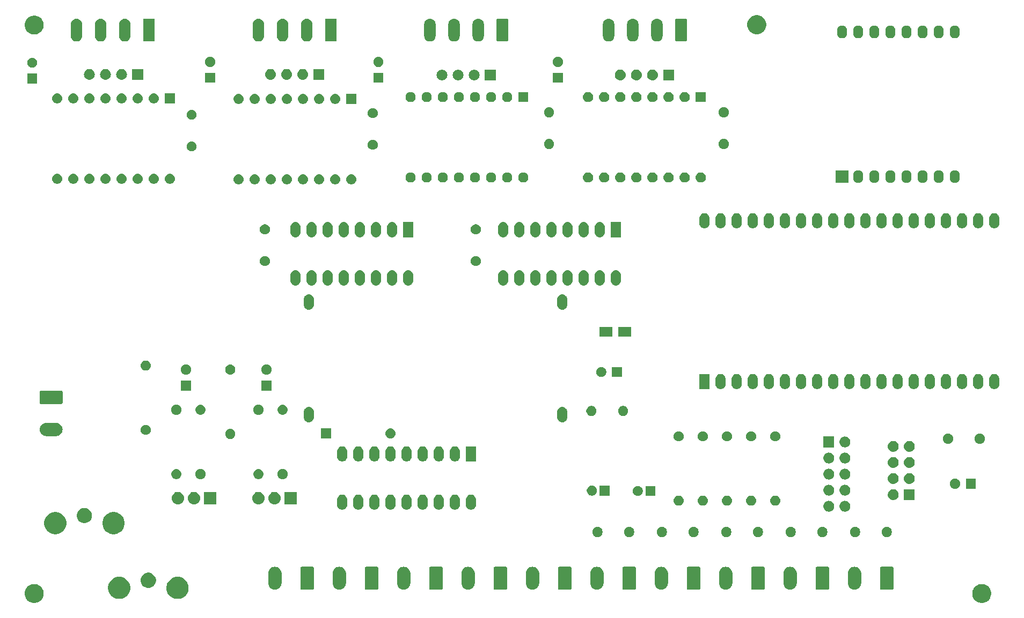
<source format=gbr>
G04 #@! TF.GenerationSoftware,KiCad,Pcbnew,(5.1.2)-2*
G04 #@! TF.CreationDate,2020-02-28T11:58:50-10:00*
G04 #@! TF.ProjectId,Esp32PrinterController,45737033-3250-4726-996e-746572436f6e,rev?*
G04 #@! TF.SameCoordinates,Original*
G04 #@! TF.FileFunction,Soldermask,Top*
G04 #@! TF.FilePolarity,Negative*
%FSLAX46Y46*%
G04 Gerber Fmt 4.6, Leading zero omitted, Abs format (unit mm)*
G04 Created by KiCad (PCBNEW (5.1.2)-2) date 2020-02-28 11:58:50*
%MOMM*%
%LPD*%
G04 APERTURE LIST*
%ADD10C,0.100000*%
G04 APERTURE END LIST*
D10*
G36*
X179317534Y-121557643D02*
G01*
X179590515Y-121670716D01*
X179590517Y-121670717D01*
X179836194Y-121834874D01*
X180045126Y-122043806D01*
X180204858Y-122282860D01*
X180209284Y-122289485D01*
X180322357Y-122562466D01*
X180380000Y-122852262D01*
X180380000Y-123147738D01*
X180322357Y-123437534D01*
X180229657Y-123661330D01*
X180209283Y-123710517D01*
X180045126Y-123956194D01*
X179836194Y-124165126D01*
X179590517Y-124329283D01*
X179590516Y-124329284D01*
X179590515Y-124329284D01*
X179317534Y-124442357D01*
X179027738Y-124500000D01*
X178732262Y-124500000D01*
X178442466Y-124442357D01*
X178169485Y-124329284D01*
X178169484Y-124329284D01*
X178169483Y-124329283D01*
X177923806Y-124165126D01*
X177714874Y-123956194D01*
X177550717Y-123710517D01*
X177530343Y-123661330D01*
X177437643Y-123437534D01*
X177380000Y-123147738D01*
X177380000Y-122852262D01*
X177437643Y-122562466D01*
X177550716Y-122289485D01*
X177555143Y-122282860D01*
X177714874Y-122043806D01*
X177923806Y-121834874D01*
X178169483Y-121670717D01*
X178169485Y-121670716D01*
X178442466Y-121557643D01*
X178732262Y-121500000D01*
X179027738Y-121500000D01*
X179317534Y-121557643D01*
X179317534Y-121557643D01*
G37*
G36*
X29837534Y-121557643D02*
G01*
X30110515Y-121670716D01*
X30110517Y-121670717D01*
X30356194Y-121834874D01*
X30565126Y-122043806D01*
X30724858Y-122282860D01*
X30729284Y-122289485D01*
X30842357Y-122562466D01*
X30900000Y-122852262D01*
X30900000Y-123147738D01*
X30842357Y-123437534D01*
X30749657Y-123661330D01*
X30729283Y-123710517D01*
X30565126Y-123956194D01*
X30356194Y-124165126D01*
X30110517Y-124329283D01*
X30110516Y-124329284D01*
X30110515Y-124329284D01*
X29837534Y-124442357D01*
X29547738Y-124500000D01*
X29252262Y-124500000D01*
X28962466Y-124442357D01*
X28689485Y-124329284D01*
X28689484Y-124329284D01*
X28689483Y-124329283D01*
X28443806Y-124165126D01*
X28234874Y-123956194D01*
X28070717Y-123710517D01*
X28050343Y-123661330D01*
X27957643Y-123437534D01*
X27900000Y-123147738D01*
X27900000Y-122852262D01*
X27957643Y-122562466D01*
X28070716Y-122289485D01*
X28075143Y-122282860D01*
X28234874Y-122043806D01*
X28443806Y-121834874D01*
X28689483Y-121670717D01*
X28689485Y-121670716D01*
X28962466Y-121557643D01*
X29252262Y-121500000D01*
X29547738Y-121500000D01*
X29837534Y-121557643D01*
X29837534Y-121557643D01*
G37*
G36*
X52347908Y-120394125D02*
G01*
X52516956Y-120427751D01*
X52835436Y-120559670D01*
X53122060Y-120751186D01*
X53365814Y-120994940D01*
X53557330Y-121281564D01*
X53671686Y-121557644D01*
X53689249Y-121600045D01*
X53756500Y-121938139D01*
X53756500Y-122282861D01*
X53736595Y-122382928D01*
X53689249Y-122620956D01*
X53557330Y-122939436D01*
X53365814Y-123226060D01*
X53122060Y-123469814D01*
X52835436Y-123661330D01*
X52516956Y-123793249D01*
X52347908Y-123826874D01*
X52178861Y-123860500D01*
X51834139Y-123860500D01*
X51665092Y-123826874D01*
X51496044Y-123793249D01*
X51177564Y-123661330D01*
X50890940Y-123469814D01*
X50647186Y-123226060D01*
X50455670Y-122939436D01*
X50323751Y-122620956D01*
X50276405Y-122382928D01*
X50256500Y-122282861D01*
X50256500Y-121938139D01*
X50323751Y-121600045D01*
X50341314Y-121557644D01*
X50455670Y-121281564D01*
X50647186Y-120994940D01*
X50890940Y-120751186D01*
X51177564Y-120559670D01*
X51496044Y-120427751D01*
X51665092Y-120394125D01*
X51834139Y-120360500D01*
X52178861Y-120360500D01*
X52347908Y-120394125D01*
X52347908Y-120394125D01*
G37*
G36*
X43147908Y-120394125D02*
G01*
X43316956Y-120427751D01*
X43635436Y-120559670D01*
X43922060Y-120751186D01*
X44165814Y-120994940D01*
X44357330Y-121281564D01*
X44471686Y-121557644D01*
X44489249Y-121600045D01*
X44556500Y-121938139D01*
X44556500Y-122282861D01*
X44536595Y-122382928D01*
X44489249Y-122620956D01*
X44357330Y-122939436D01*
X44165814Y-123226060D01*
X43922060Y-123469814D01*
X43635436Y-123661330D01*
X43316956Y-123793249D01*
X43147908Y-123826874D01*
X42978861Y-123860500D01*
X42634139Y-123860500D01*
X42465092Y-123826874D01*
X42296044Y-123793249D01*
X41977564Y-123661330D01*
X41690940Y-123469814D01*
X41447186Y-123226060D01*
X41255670Y-122939436D01*
X41123751Y-122620956D01*
X41076405Y-122382928D01*
X41056500Y-122282861D01*
X41056500Y-121938139D01*
X41123751Y-121600045D01*
X41141314Y-121557644D01*
X41255670Y-121281564D01*
X41447186Y-120994940D01*
X41690940Y-120751186D01*
X41977564Y-120559670D01*
X42296044Y-120427751D01*
X42465092Y-120394125D01*
X42634139Y-120360500D01*
X42978861Y-120360500D01*
X43147908Y-120394125D01*
X43147908Y-120394125D01*
G37*
G36*
X148854876Y-118801548D02*
G01*
X149050916Y-118861016D01*
X149231589Y-118957588D01*
X149389949Y-119087551D01*
X149519912Y-119245911D01*
X149616484Y-119426584D01*
X149675952Y-119622624D01*
X149691000Y-119775409D01*
X149691000Y-121397591D01*
X149675952Y-121550376D01*
X149616484Y-121746416D01*
X149519912Y-121927089D01*
X149389949Y-122085449D01*
X149231589Y-122215412D01*
X149050915Y-122311984D01*
X148854875Y-122371452D01*
X148651000Y-122391532D01*
X148447124Y-122371452D01*
X148251084Y-122311984D01*
X148070411Y-122215412D01*
X147912051Y-122085449D01*
X147782088Y-121927089D01*
X147685516Y-121746415D01*
X147626048Y-121550375D01*
X147611000Y-121397590D01*
X147611000Y-119775416D01*
X147626048Y-119622623D01*
X147685517Y-119426584D01*
X147685519Y-119426581D01*
X147782089Y-119245911D01*
X147912052Y-119087551D01*
X148070412Y-118957588D01*
X148251085Y-118861016D01*
X148447125Y-118801548D01*
X148651000Y-118781468D01*
X148854876Y-118801548D01*
X148854876Y-118801548D01*
G37*
G36*
X67574876Y-118801548D02*
G01*
X67770916Y-118861016D01*
X67951589Y-118957588D01*
X68109949Y-119087551D01*
X68239912Y-119245911D01*
X68336484Y-119426584D01*
X68395952Y-119622624D01*
X68411000Y-119775409D01*
X68411000Y-121397591D01*
X68395952Y-121550376D01*
X68336484Y-121746416D01*
X68239912Y-121927089D01*
X68109949Y-122085449D01*
X67951589Y-122215412D01*
X67770915Y-122311984D01*
X67574875Y-122371452D01*
X67371000Y-122391532D01*
X67167124Y-122371452D01*
X66971084Y-122311984D01*
X66790411Y-122215412D01*
X66632051Y-122085449D01*
X66502088Y-121927089D01*
X66405516Y-121746415D01*
X66346048Y-121550375D01*
X66331000Y-121397590D01*
X66331000Y-119775416D01*
X66346048Y-119622623D01*
X66405517Y-119426584D01*
X66405519Y-119426581D01*
X66502089Y-119245911D01*
X66632052Y-119087551D01*
X66790412Y-118957588D01*
X66971085Y-118861016D01*
X67167125Y-118801548D01*
X67371000Y-118781468D01*
X67574876Y-118801548D01*
X67574876Y-118801548D01*
G37*
G36*
X118374876Y-118801548D02*
G01*
X118570916Y-118861016D01*
X118751589Y-118957588D01*
X118909949Y-119087551D01*
X119039912Y-119245911D01*
X119136484Y-119426584D01*
X119195952Y-119622624D01*
X119211000Y-119775409D01*
X119211000Y-121397591D01*
X119195952Y-121550376D01*
X119136484Y-121746416D01*
X119039912Y-121927089D01*
X118909949Y-122085449D01*
X118751589Y-122215412D01*
X118570915Y-122311984D01*
X118374875Y-122371452D01*
X118171000Y-122391532D01*
X117967124Y-122371452D01*
X117771084Y-122311984D01*
X117590411Y-122215412D01*
X117432051Y-122085449D01*
X117302088Y-121927089D01*
X117205516Y-121746415D01*
X117146048Y-121550375D01*
X117131000Y-121397590D01*
X117131000Y-119775416D01*
X117146048Y-119622623D01*
X117205517Y-119426584D01*
X117205519Y-119426581D01*
X117302089Y-119245911D01*
X117432052Y-119087551D01*
X117590412Y-118957588D01*
X117771085Y-118861016D01*
X117967125Y-118801548D01*
X118171000Y-118781468D01*
X118374876Y-118801548D01*
X118374876Y-118801548D01*
G37*
G36*
X128534876Y-118801548D02*
G01*
X128730916Y-118861016D01*
X128911589Y-118957588D01*
X129069949Y-119087551D01*
X129199912Y-119245911D01*
X129296484Y-119426584D01*
X129355952Y-119622624D01*
X129371000Y-119775409D01*
X129371000Y-121397591D01*
X129355952Y-121550376D01*
X129296484Y-121746416D01*
X129199912Y-121927089D01*
X129069949Y-122085449D01*
X128911589Y-122215412D01*
X128730915Y-122311984D01*
X128534875Y-122371452D01*
X128331000Y-122391532D01*
X128127124Y-122371452D01*
X127931084Y-122311984D01*
X127750411Y-122215412D01*
X127592051Y-122085449D01*
X127462088Y-121927089D01*
X127365516Y-121746415D01*
X127306048Y-121550375D01*
X127291000Y-121397590D01*
X127291000Y-119775416D01*
X127306048Y-119622623D01*
X127365517Y-119426584D01*
X127365519Y-119426581D01*
X127462089Y-119245911D01*
X127592052Y-119087551D01*
X127750412Y-118957588D01*
X127931085Y-118861016D01*
X128127125Y-118801548D01*
X128331000Y-118781468D01*
X128534876Y-118801548D01*
X128534876Y-118801548D01*
G37*
G36*
X138694876Y-118801548D02*
G01*
X138890916Y-118861016D01*
X139071589Y-118957588D01*
X139229949Y-119087551D01*
X139359912Y-119245911D01*
X139456484Y-119426584D01*
X139515952Y-119622624D01*
X139531000Y-119775409D01*
X139531000Y-121397591D01*
X139515952Y-121550376D01*
X139456484Y-121746416D01*
X139359912Y-121927089D01*
X139229949Y-122085449D01*
X139071589Y-122215412D01*
X138890915Y-122311984D01*
X138694875Y-122371452D01*
X138491000Y-122391532D01*
X138287124Y-122371452D01*
X138091084Y-122311984D01*
X137910411Y-122215412D01*
X137752051Y-122085449D01*
X137622088Y-121927089D01*
X137525516Y-121746415D01*
X137466048Y-121550375D01*
X137451000Y-121397590D01*
X137451000Y-119775416D01*
X137466048Y-119622623D01*
X137525517Y-119426584D01*
X137525519Y-119426581D01*
X137622089Y-119245911D01*
X137752052Y-119087551D01*
X137910412Y-118957588D01*
X138091085Y-118861016D01*
X138287125Y-118801548D01*
X138491000Y-118781468D01*
X138694876Y-118801548D01*
X138694876Y-118801548D01*
G37*
G36*
X159014876Y-118801548D02*
G01*
X159210916Y-118861016D01*
X159391589Y-118957588D01*
X159549949Y-119087551D01*
X159679912Y-119245911D01*
X159776484Y-119426584D01*
X159835952Y-119622624D01*
X159851000Y-119775409D01*
X159851000Y-121397591D01*
X159835952Y-121550376D01*
X159776484Y-121746416D01*
X159679912Y-121927089D01*
X159549949Y-122085449D01*
X159391589Y-122215412D01*
X159210915Y-122311984D01*
X159014875Y-122371452D01*
X158811000Y-122391532D01*
X158607124Y-122371452D01*
X158411084Y-122311984D01*
X158230411Y-122215412D01*
X158072051Y-122085449D01*
X157942088Y-121927089D01*
X157845516Y-121746415D01*
X157786048Y-121550375D01*
X157771000Y-121397590D01*
X157771000Y-119775416D01*
X157786048Y-119622623D01*
X157845517Y-119426584D01*
X157845519Y-119426581D01*
X157942089Y-119245911D01*
X158072052Y-119087551D01*
X158230412Y-118957588D01*
X158411085Y-118861016D01*
X158607125Y-118801548D01*
X158811000Y-118781468D01*
X159014876Y-118801548D01*
X159014876Y-118801548D01*
G37*
G36*
X77734876Y-118801548D02*
G01*
X77930916Y-118861016D01*
X78111589Y-118957588D01*
X78269949Y-119087551D01*
X78399912Y-119245911D01*
X78496484Y-119426584D01*
X78555952Y-119622624D01*
X78571000Y-119775409D01*
X78571000Y-121397591D01*
X78555952Y-121550376D01*
X78496484Y-121746416D01*
X78399912Y-121927089D01*
X78269949Y-122085449D01*
X78111589Y-122215412D01*
X77930915Y-122311984D01*
X77734875Y-122371452D01*
X77531000Y-122391532D01*
X77327124Y-122371452D01*
X77131084Y-122311984D01*
X76950411Y-122215412D01*
X76792051Y-122085449D01*
X76662088Y-121927089D01*
X76565516Y-121746415D01*
X76506048Y-121550375D01*
X76491000Y-121397590D01*
X76491000Y-119775416D01*
X76506048Y-119622623D01*
X76565517Y-119426584D01*
X76565519Y-119426581D01*
X76662089Y-119245911D01*
X76792052Y-119087551D01*
X76950412Y-118957588D01*
X77131085Y-118861016D01*
X77327125Y-118801548D01*
X77531000Y-118781468D01*
X77734876Y-118801548D01*
X77734876Y-118801548D01*
G37*
G36*
X108214876Y-118801548D02*
G01*
X108410916Y-118861016D01*
X108591589Y-118957588D01*
X108749949Y-119087551D01*
X108879912Y-119245911D01*
X108976484Y-119426584D01*
X109035952Y-119622624D01*
X109051000Y-119775409D01*
X109051000Y-121397591D01*
X109035952Y-121550376D01*
X108976484Y-121746416D01*
X108879912Y-121927089D01*
X108749949Y-122085449D01*
X108591589Y-122215412D01*
X108410915Y-122311984D01*
X108214875Y-122371452D01*
X108011000Y-122391532D01*
X107807124Y-122371452D01*
X107611084Y-122311984D01*
X107430411Y-122215412D01*
X107272051Y-122085449D01*
X107142088Y-121927089D01*
X107045516Y-121746415D01*
X106986048Y-121550375D01*
X106971000Y-121397590D01*
X106971000Y-119775416D01*
X106986048Y-119622623D01*
X107045517Y-119426584D01*
X107045519Y-119426581D01*
X107142089Y-119245911D01*
X107272052Y-119087551D01*
X107430412Y-118957588D01*
X107611085Y-118861016D01*
X107807125Y-118801548D01*
X108011000Y-118781468D01*
X108214876Y-118801548D01*
X108214876Y-118801548D01*
G37*
G36*
X98054876Y-118801548D02*
G01*
X98250916Y-118861016D01*
X98431589Y-118957588D01*
X98589949Y-119087551D01*
X98719912Y-119245911D01*
X98816484Y-119426584D01*
X98875952Y-119622624D01*
X98891000Y-119775409D01*
X98891000Y-121397591D01*
X98875952Y-121550376D01*
X98816484Y-121746416D01*
X98719912Y-121927089D01*
X98589949Y-122085449D01*
X98431589Y-122215412D01*
X98250915Y-122311984D01*
X98054875Y-122371452D01*
X97851000Y-122391532D01*
X97647124Y-122371452D01*
X97451084Y-122311984D01*
X97270411Y-122215412D01*
X97112051Y-122085449D01*
X96982088Y-121927089D01*
X96885516Y-121746415D01*
X96826048Y-121550375D01*
X96811000Y-121397590D01*
X96811000Y-119775416D01*
X96826048Y-119622623D01*
X96885517Y-119426584D01*
X96885519Y-119426581D01*
X96982089Y-119245911D01*
X97112052Y-119087551D01*
X97270412Y-118957588D01*
X97451085Y-118861016D01*
X97647125Y-118801548D01*
X97851000Y-118781468D01*
X98054876Y-118801548D01*
X98054876Y-118801548D01*
G37*
G36*
X87894876Y-118801548D02*
G01*
X88090916Y-118861016D01*
X88271589Y-118957588D01*
X88429949Y-119087551D01*
X88559912Y-119245911D01*
X88656484Y-119426584D01*
X88715952Y-119622624D01*
X88731000Y-119775409D01*
X88731000Y-121397591D01*
X88715952Y-121550376D01*
X88656484Y-121746416D01*
X88559912Y-121927089D01*
X88429949Y-122085449D01*
X88271589Y-122215412D01*
X88090915Y-122311984D01*
X87894875Y-122371452D01*
X87691000Y-122391532D01*
X87487124Y-122371452D01*
X87291084Y-122311984D01*
X87110411Y-122215412D01*
X86952051Y-122085449D01*
X86822088Y-121927089D01*
X86725516Y-121746415D01*
X86666048Y-121550375D01*
X86651000Y-121397590D01*
X86651000Y-119775416D01*
X86666048Y-119622623D01*
X86725517Y-119426584D01*
X86725519Y-119426581D01*
X86822089Y-119245911D01*
X86952052Y-119087551D01*
X87110412Y-118957588D01*
X87291085Y-118861016D01*
X87487125Y-118801548D01*
X87691000Y-118781468D01*
X87894876Y-118801548D01*
X87894876Y-118801548D01*
G37*
G36*
X103846080Y-118790072D02*
G01*
X103875056Y-118798862D01*
X103901754Y-118813132D01*
X103925159Y-118832341D01*
X103944368Y-118855746D01*
X103958638Y-118882444D01*
X103967428Y-118911420D01*
X103971000Y-118947688D01*
X103971000Y-122225312D01*
X103967428Y-122261580D01*
X103958638Y-122290556D01*
X103944368Y-122317254D01*
X103925159Y-122340659D01*
X103901754Y-122359868D01*
X103875056Y-122374138D01*
X103846080Y-122382928D01*
X103809812Y-122386500D01*
X102052188Y-122386500D01*
X102015920Y-122382928D01*
X101986944Y-122374138D01*
X101960246Y-122359868D01*
X101936841Y-122340659D01*
X101917632Y-122317254D01*
X101903362Y-122290556D01*
X101894572Y-122261580D01*
X101891000Y-122225312D01*
X101891000Y-118947688D01*
X101894572Y-118911420D01*
X101903362Y-118882444D01*
X101917632Y-118855746D01*
X101936841Y-118832341D01*
X101960246Y-118813132D01*
X101986944Y-118798862D01*
X102015920Y-118790072D01*
X102052188Y-118786500D01*
X103809812Y-118786500D01*
X103846080Y-118790072D01*
X103846080Y-118790072D01*
G37*
G36*
X93686080Y-118790072D02*
G01*
X93715056Y-118798862D01*
X93741754Y-118813132D01*
X93765159Y-118832341D01*
X93784368Y-118855746D01*
X93798638Y-118882444D01*
X93807428Y-118911420D01*
X93811000Y-118947688D01*
X93811000Y-122225312D01*
X93807428Y-122261580D01*
X93798638Y-122290556D01*
X93784368Y-122317254D01*
X93765159Y-122340659D01*
X93741754Y-122359868D01*
X93715056Y-122374138D01*
X93686080Y-122382928D01*
X93649812Y-122386500D01*
X91892188Y-122386500D01*
X91855920Y-122382928D01*
X91826944Y-122374138D01*
X91800246Y-122359868D01*
X91776841Y-122340659D01*
X91757632Y-122317254D01*
X91743362Y-122290556D01*
X91734572Y-122261580D01*
X91731000Y-122225312D01*
X91731000Y-118947688D01*
X91734572Y-118911420D01*
X91743362Y-118882444D01*
X91757632Y-118855746D01*
X91776841Y-118832341D01*
X91800246Y-118813132D01*
X91826944Y-118798862D01*
X91855920Y-118790072D01*
X91892188Y-118786500D01*
X93649812Y-118786500D01*
X93686080Y-118790072D01*
X93686080Y-118790072D01*
G37*
G36*
X83526080Y-118790072D02*
G01*
X83555056Y-118798862D01*
X83581754Y-118813132D01*
X83605159Y-118832341D01*
X83624368Y-118855746D01*
X83638638Y-118882444D01*
X83647428Y-118911420D01*
X83651000Y-118947688D01*
X83651000Y-122225312D01*
X83647428Y-122261580D01*
X83638638Y-122290556D01*
X83624368Y-122317254D01*
X83605159Y-122340659D01*
X83581754Y-122359868D01*
X83555056Y-122374138D01*
X83526080Y-122382928D01*
X83489812Y-122386500D01*
X81732188Y-122386500D01*
X81695920Y-122382928D01*
X81666944Y-122374138D01*
X81640246Y-122359868D01*
X81616841Y-122340659D01*
X81597632Y-122317254D01*
X81583362Y-122290556D01*
X81574572Y-122261580D01*
X81571000Y-122225312D01*
X81571000Y-118947688D01*
X81574572Y-118911420D01*
X81583362Y-118882444D01*
X81597632Y-118855746D01*
X81616841Y-118832341D01*
X81640246Y-118813132D01*
X81666944Y-118798862D01*
X81695920Y-118790072D01*
X81732188Y-118786500D01*
X83489812Y-118786500D01*
X83526080Y-118790072D01*
X83526080Y-118790072D01*
G37*
G36*
X164806080Y-118790072D02*
G01*
X164835056Y-118798862D01*
X164861754Y-118813132D01*
X164885159Y-118832341D01*
X164904368Y-118855746D01*
X164918638Y-118882444D01*
X164927428Y-118911420D01*
X164931000Y-118947688D01*
X164931000Y-122225312D01*
X164927428Y-122261580D01*
X164918638Y-122290556D01*
X164904368Y-122317254D01*
X164885159Y-122340659D01*
X164861754Y-122359868D01*
X164835056Y-122374138D01*
X164806080Y-122382928D01*
X164769812Y-122386500D01*
X163012188Y-122386500D01*
X162975920Y-122382928D01*
X162946944Y-122374138D01*
X162920246Y-122359868D01*
X162896841Y-122340659D01*
X162877632Y-122317254D01*
X162863362Y-122290556D01*
X162854572Y-122261580D01*
X162851000Y-122225312D01*
X162851000Y-118947688D01*
X162854572Y-118911420D01*
X162863362Y-118882444D01*
X162877632Y-118855746D01*
X162896841Y-118832341D01*
X162920246Y-118813132D01*
X162946944Y-118798862D01*
X162975920Y-118790072D01*
X163012188Y-118786500D01*
X164769812Y-118786500D01*
X164806080Y-118790072D01*
X164806080Y-118790072D01*
G37*
G36*
X154646080Y-118790072D02*
G01*
X154675056Y-118798862D01*
X154701754Y-118813132D01*
X154725159Y-118832341D01*
X154744368Y-118855746D01*
X154758638Y-118882444D01*
X154767428Y-118911420D01*
X154771000Y-118947688D01*
X154771000Y-122225312D01*
X154767428Y-122261580D01*
X154758638Y-122290556D01*
X154744368Y-122317254D01*
X154725159Y-122340659D01*
X154701754Y-122359868D01*
X154675056Y-122374138D01*
X154646080Y-122382928D01*
X154609812Y-122386500D01*
X152852188Y-122386500D01*
X152815920Y-122382928D01*
X152786944Y-122374138D01*
X152760246Y-122359868D01*
X152736841Y-122340659D01*
X152717632Y-122317254D01*
X152703362Y-122290556D01*
X152694572Y-122261580D01*
X152691000Y-122225312D01*
X152691000Y-118947688D01*
X152694572Y-118911420D01*
X152703362Y-118882444D01*
X152717632Y-118855746D01*
X152736841Y-118832341D01*
X152760246Y-118813132D01*
X152786944Y-118798862D01*
X152815920Y-118790072D01*
X152852188Y-118786500D01*
X154609812Y-118786500D01*
X154646080Y-118790072D01*
X154646080Y-118790072D01*
G37*
G36*
X144486080Y-118790072D02*
G01*
X144515056Y-118798862D01*
X144541754Y-118813132D01*
X144565159Y-118832341D01*
X144584368Y-118855746D01*
X144598638Y-118882444D01*
X144607428Y-118911420D01*
X144611000Y-118947688D01*
X144611000Y-122225312D01*
X144607428Y-122261580D01*
X144598638Y-122290556D01*
X144584368Y-122317254D01*
X144565159Y-122340659D01*
X144541754Y-122359868D01*
X144515056Y-122374138D01*
X144486080Y-122382928D01*
X144449812Y-122386500D01*
X142692188Y-122386500D01*
X142655920Y-122382928D01*
X142626944Y-122374138D01*
X142600246Y-122359868D01*
X142576841Y-122340659D01*
X142557632Y-122317254D01*
X142543362Y-122290556D01*
X142534572Y-122261580D01*
X142531000Y-122225312D01*
X142531000Y-118947688D01*
X142534572Y-118911420D01*
X142543362Y-118882444D01*
X142557632Y-118855746D01*
X142576841Y-118832341D01*
X142600246Y-118813132D01*
X142626944Y-118798862D01*
X142655920Y-118790072D01*
X142692188Y-118786500D01*
X144449812Y-118786500D01*
X144486080Y-118790072D01*
X144486080Y-118790072D01*
G37*
G36*
X124166080Y-118790072D02*
G01*
X124195056Y-118798862D01*
X124221754Y-118813132D01*
X124245159Y-118832341D01*
X124264368Y-118855746D01*
X124278638Y-118882444D01*
X124287428Y-118911420D01*
X124291000Y-118947688D01*
X124291000Y-122225312D01*
X124287428Y-122261580D01*
X124278638Y-122290556D01*
X124264368Y-122317254D01*
X124245159Y-122340659D01*
X124221754Y-122359868D01*
X124195056Y-122374138D01*
X124166080Y-122382928D01*
X124129812Y-122386500D01*
X122372188Y-122386500D01*
X122335920Y-122382928D01*
X122306944Y-122374138D01*
X122280246Y-122359868D01*
X122256841Y-122340659D01*
X122237632Y-122317254D01*
X122223362Y-122290556D01*
X122214572Y-122261580D01*
X122211000Y-122225312D01*
X122211000Y-118947688D01*
X122214572Y-118911420D01*
X122223362Y-118882444D01*
X122237632Y-118855746D01*
X122256841Y-118832341D01*
X122280246Y-118813132D01*
X122306944Y-118798862D01*
X122335920Y-118790072D01*
X122372188Y-118786500D01*
X124129812Y-118786500D01*
X124166080Y-118790072D01*
X124166080Y-118790072D01*
G37*
G36*
X114006080Y-118790072D02*
G01*
X114035056Y-118798862D01*
X114061754Y-118813132D01*
X114085159Y-118832341D01*
X114104368Y-118855746D01*
X114118638Y-118882444D01*
X114127428Y-118911420D01*
X114131000Y-118947688D01*
X114131000Y-122225312D01*
X114127428Y-122261580D01*
X114118638Y-122290556D01*
X114104368Y-122317254D01*
X114085159Y-122340659D01*
X114061754Y-122359868D01*
X114035056Y-122374138D01*
X114006080Y-122382928D01*
X113969812Y-122386500D01*
X112212188Y-122386500D01*
X112175920Y-122382928D01*
X112146944Y-122374138D01*
X112120246Y-122359868D01*
X112096841Y-122340659D01*
X112077632Y-122317254D01*
X112063362Y-122290556D01*
X112054572Y-122261580D01*
X112051000Y-122225312D01*
X112051000Y-118947688D01*
X112054572Y-118911420D01*
X112063362Y-118882444D01*
X112077632Y-118855746D01*
X112096841Y-118832341D01*
X112120246Y-118813132D01*
X112146944Y-118798862D01*
X112175920Y-118790072D01*
X112212188Y-118786500D01*
X113969812Y-118786500D01*
X114006080Y-118790072D01*
X114006080Y-118790072D01*
G37*
G36*
X134326080Y-118790072D02*
G01*
X134355056Y-118798862D01*
X134381754Y-118813132D01*
X134405159Y-118832341D01*
X134424368Y-118855746D01*
X134438638Y-118882444D01*
X134447428Y-118911420D01*
X134451000Y-118947688D01*
X134451000Y-122225312D01*
X134447428Y-122261580D01*
X134438638Y-122290556D01*
X134424368Y-122317254D01*
X134405159Y-122340659D01*
X134381754Y-122359868D01*
X134355056Y-122374138D01*
X134326080Y-122382928D01*
X134289812Y-122386500D01*
X132532188Y-122386500D01*
X132495920Y-122382928D01*
X132466944Y-122374138D01*
X132440246Y-122359868D01*
X132416841Y-122340659D01*
X132397632Y-122317254D01*
X132383362Y-122290556D01*
X132374572Y-122261580D01*
X132371000Y-122225312D01*
X132371000Y-118947688D01*
X132374572Y-118911420D01*
X132383362Y-118882444D01*
X132397632Y-118855746D01*
X132416841Y-118832341D01*
X132440246Y-118813132D01*
X132466944Y-118798862D01*
X132495920Y-118790072D01*
X132532188Y-118786500D01*
X134289812Y-118786500D01*
X134326080Y-118790072D01*
X134326080Y-118790072D01*
G37*
G36*
X73366080Y-118790072D02*
G01*
X73395056Y-118798862D01*
X73421754Y-118813132D01*
X73445159Y-118832341D01*
X73464368Y-118855746D01*
X73478638Y-118882444D01*
X73487428Y-118911420D01*
X73491000Y-118947688D01*
X73491000Y-122225312D01*
X73487428Y-122261580D01*
X73478638Y-122290556D01*
X73464368Y-122317254D01*
X73445159Y-122340659D01*
X73421754Y-122359868D01*
X73395056Y-122374138D01*
X73366080Y-122382928D01*
X73329812Y-122386500D01*
X71572188Y-122386500D01*
X71535920Y-122382928D01*
X71506944Y-122374138D01*
X71480246Y-122359868D01*
X71456841Y-122340659D01*
X71437632Y-122317254D01*
X71423362Y-122290556D01*
X71414572Y-122261580D01*
X71411000Y-122225312D01*
X71411000Y-118947688D01*
X71414572Y-118911420D01*
X71423362Y-118882444D01*
X71437632Y-118855746D01*
X71456841Y-118832341D01*
X71480246Y-118813132D01*
X71506944Y-118798862D01*
X71535920Y-118790072D01*
X71572188Y-118786500D01*
X73329812Y-118786500D01*
X73366080Y-118790072D01*
X73366080Y-118790072D01*
G37*
G36*
X47756526Y-119756615D02*
G01*
X47974911Y-119847073D01*
X47974913Y-119847074D01*
X48171455Y-119978399D01*
X48338601Y-120145545D01*
X48469927Y-120342089D01*
X48560385Y-120560474D01*
X48606500Y-120792309D01*
X48606500Y-121028691D01*
X48560385Y-121260526D01*
X48503611Y-121397590D01*
X48469926Y-121478913D01*
X48338601Y-121675455D01*
X48171455Y-121842601D01*
X47974913Y-121973926D01*
X47974912Y-121973927D01*
X47974911Y-121973927D01*
X47756526Y-122064385D01*
X47524691Y-122110500D01*
X47288309Y-122110500D01*
X47056474Y-122064385D01*
X46838089Y-121973927D01*
X46838088Y-121973927D01*
X46838087Y-121973926D01*
X46641545Y-121842601D01*
X46474399Y-121675455D01*
X46343074Y-121478913D01*
X46309389Y-121397590D01*
X46252615Y-121260526D01*
X46206500Y-121028691D01*
X46206500Y-120792309D01*
X46252615Y-120560474D01*
X46343073Y-120342089D01*
X46474399Y-120145545D01*
X46641545Y-119978399D01*
X46838087Y-119847074D01*
X46838089Y-119847073D01*
X47056474Y-119756615D01*
X47288309Y-119710500D01*
X47524691Y-119710500D01*
X47756526Y-119756615D01*
X47756526Y-119756615D01*
G37*
G36*
X133644351Y-112514743D02*
G01*
X133789941Y-112575048D01*
X133920970Y-112662599D01*
X134032401Y-112774030D01*
X134119952Y-112905059D01*
X134180257Y-113050649D01*
X134211000Y-113205206D01*
X134211000Y-113362794D01*
X134180257Y-113517351D01*
X134119952Y-113662941D01*
X134032401Y-113793970D01*
X133920970Y-113905401D01*
X133789941Y-113992952D01*
X133644351Y-114053257D01*
X133489794Y-114084000D01*
X133332206Y-114084000D01*
X133177649Y-114053257D01*
X133032059Y-113992952D01*
X132901030Y-113905401D01*
X132789599Y-113793970D01*
X132702048Y-113662941D01*
X132641743Y-113517351D01*
X132611000Y-113362794D01*
X132611000Y-113205206D01*
X132641743Y-113050649D01*
X132702048Y-112905059D01*
X132789599Y-112774030D01*
X132901030Y-112662599D01*
X133032059Y-112575048D01*
X133177649Y-112514743D01*
X133332206Y-112484000D01*
X133489794Y-112484000D01*
X133644351Y-112514743D01*
X133644351Y-112514743D01*
G37*
G36*
X123484351Y-112514743D02*
G01*
X123629941Y-112575048D01*
X123760970Y-112662599D01*
X123872401Y-112774030D01*
X123959952Y-112905059D01*
X124020257Y-113050649D01*
X124051000Y-113205206D01*
X124051000Y-113362794D01*
X124020257Y-113517351D01*
X123959952Y-113662941D01*
X123872401Y-113793970D01*
X123760970Y-113905401D01*
X123629941Y-113992952D01*
X123484351Y-114053257D01*
X123329794Y-114084000D01*
X123172206Y-114084000D01*
X123017649Y-114053257D01*
X122872059Y-113992952D01*
X122741030Y-113905401D01*
X122629599Y-113793970D01*
X122542048Y-113662941D01*
X122481743Y-113517351D01*
X122451000Y-113362794D01*
X122451000Y-113205206D01*
X122481743Y-113050649D01*
X122542048Y-112905059D01*
X122629599Y-112774030D01*
X122741030Y-112662599D01*
X122872059Y-112575048D01*
X123017649Y-112514743D01*
X123172206Y-112484000D01*
X123329794Y-112484000D01*
X123484351Y-112514743D01*
X123484351Y-112514743D01*
G37*
G36*
X128644351Y-112514743D02*
G01*
X128789941Y-112575048D01*
X128920970Y-112662599D01*
X129032401Y-112774030D01*
X129119952Y-112905059D01*
X129180257Y-113050649D01*
X129211000Y-113205206D01*
X129211000Y-113362794D01*
X129180257Y-113517351D01*
X129119952Y-113662941D01*
X129032401Y-113793970D01*
X128920970Y-113905401D01*
X128789941Y-113992952D01*
X128644351Y-114053257D01*
X128489794Y-114084000D01*
X128332206Y-114084000D01*
X128177649Y-114053257D01*
X128032059Y-113992952D01*
X127901030Y-113905401D01*
X127789599Y-113793970D01*
X127702048Y-113662941D01*
X127641743Y-113517351D01*
X127611000Y-113362794D01*
X127611000Y-113205206D01*
X127641743Y-113050649D01*
X127702048Y-112905059D01*
X127789599Y-112774030D01*
X127901030Y-112662599D01*
X128032059Y-112575048D01*
X128177649Y-112514743D01*
X128332206Y-112484000D01*
X128489794Y-112484000D01*
X128644351Y-112514743D01*
X128644351Y-112514743D01*
G37*
G36*
X138804351Y-112514743D02*
G01*
X138949941Y-112575048D01*
X139080970Y-112662599D01*
X139192401Y-112774030D01*
X139279952Y-112905059D01*
X139340257Y-113050649D01*
X139371000Y-113205206D01*
X139371000Y-113362794D01*
X139340257Y-113517351D01*
X139279952Y-113662941D01*
X139192401Y-113793970D01*
X139080970Y-113905401D01*
X138949941Y-113992952D01*
X138804351Y-114053257D01*
X138649794Y-114084000D01*
X138492206Y-114084000D01*
X138337649Y-114053257D01*
X138192059Y-113992952D01*
X138061030Y-113905401D01*
X137949599Y-113793970D01*
X137862048Y-113662941D01*
X137801743Y-113517351D01*
X137771000Y-113362794D01*
X137771000Y-113205206D01*
X137801743Y-113050649D01*
X137862048Y-112905059D01*
X137949599Y-112774030D01*
X138061030Y-112662599D01*
X138192059Y-112575048D01*
X138337649Y-112514743D01*
X138492206Y-112484000D01*
X138649794Y-112484000D01*
X138804351Y-112514743D01*
X138804351Y-112514743D01*
G37*
G36*
X143804351Y-112514743D02*
G01*
X143949941Y-112575048D01*
X144080970Y-112662599D01*
X144192401Y-112774030D01*
X144279952Y-112905059D01*
X144340257Y-113050649D01*
X144371000Y-113205206D01*
X144371000Y-113362794D01*
X144340257Y-113517351D01*
X144279952Y-113662941D01*
X144192401Y-113793970D01*
X144080970Y-113905401D01*
X143949941Y-113992952D01*
X143804351Y-114053257D01*
X143649794Y-114084000D01*
X143492206Y-114084000D01*
X143337649Y-114053257D01*
X143192059Y-113992952D01*
X143061030Y-113905401D01*
X142949599Y-113793970D01*
X142862048Y-113662941D01*
X142801743Y-113517351D01*
X142771000Y-113362794D01*
X142771000Y-113205206D01*
X142801743Y-113050649D01*
X142862048Y-112905059D01*
X142949599Y-112774030D01*
X143061030Y-112662599D01*
X143192059Y-112575048D01*
X143337649Y-112514743D01*
X143492206Y-112484000D01*
X143649794Y-112484000D01*
X143804351Y-112514743D01*
X143804351Y-112514743D01*
G37*
G36*
X118484351Y-112514743D02*
G01*
X118629941Y-112575048D01*
X118760970Y-112662599D01*
X118872401Y-112774030D01*
X118959952Y-112905059D01*
X119020257Y-113050649D01*
X119051000Y-113205206D01*
X119051000Y-113362794D01*
X119020257Y-113517351D01*
X118959952Y-113662941D01*
X118872401Y-113793970D01*
X118760970Y-113905401D01*
X118629941Y-113992952D01*
X118484351Y-114053257D01*
X118329794Y-114084000D01*
X118172206Y-114084000D01*
X118017649Y-114053257D01*
X117872059Y-113992952D01*
X117741030Y-113905401D01*
X117629599Y-113793970D01*
X117542048Y-113662941D01*
X117481743Y-113517351D01*
X117451000Y-113362794D01*
X117451000Y-113205206D01*
X117481743Y-113050649D01*
X117542048Y-112905059D01*
X117629599Y-112774030D01*
X117741030Y-112662599D01*
X117872059Y-112575048D01*
X118017649Y-112514743D01*
X118172206Y-112484000D01*
X118329794Y-112484000D01*
X118484351Y-112514743D01*
X118484351Y-112514743D01*
G37*
G36*
X153964351Y-112514743D02*
G01*
X154109941Y-112575048D01*
X154240970Y-112662599D01*
X154352401Y-112774030D01*
X154439952Y-112905059D01*
X154500257Y-113050649D01*
X154531000Y-113205206D01*
X154531000Y-113362794D01*
X154500257Y-113517351D01*
X154439952Y-113662941D01*
X154352401Y-113793970D01*
X154240970Y-113905401D01*
X154109941Y-113992952D01*
X153964351Y-114053257D01*
X153809794Y-114084000D01*
X153652206Y-114084000D01*
X153497649Y-114053257D01*
X153352059Y-113992952D01*
X153221030Y-113905401D01*
X153109599Y-113793970D01*
X153022048Y-113662941D01*
X152961743Y-113517351D01*
X152931000Y-113362794D01*
X152931000Y-113205206D01*
X152961743Y-113050649D01*
X153022048Y-112905059D01*
X153109599Y-112774030D01*
X153221030Y-112662599D01*
X153352059Y-112575048D01*
X153497649Y-112514743D01*
X153652206Y-112484000D01*
X153809794Y-112484000D01*
X153964351Y-112514743D01*
X153964351Y-112514743D01*
G37*
G36*
X159124351Y-112514743D02*
G01*
X159269941Y-112575048D01*
X159400970Y-112662599D01*
X159512401Y-112774030D01*
X159599952Y-112905059D01*
X159660257Y-113050649D01*
X159691000Y-113205206D01*
X159691000Y-113362794D01*
X159660257Y-113517351D01*
X159599952Y-113662941D01*
X159512401Y-113793970D01*
X159400970Y-113905401D01*
X159269941Y-113992952D01*
X159124351Y-114053257D01*
X158969794Y-114084000D01*
X158812206Y-114084000D01*
X158657649Y-114053257D01*
X158512059Y-113992952D01*
X158381030Y-113905401D01*
X158269599Y-113793970D01*
X158182048Y-113662941D01*
X158121743Y-113517351D01*
X158091000Y-113362794D01*
X158091000Y-113205206D01*
X158121743Y-113050649D01*
X158182048Y-112905059D01*
X158269599Y-112774030D01*
X158381030Y-112662599D01*
X158512059Y-112575048D01*
X158657649Y-112514743D01*
X158812206Y-112484000D01*
X158969794Y-112484000D01*
X159124351Y-112514743D01*
X159124351Y-112514743D01*
G37*
G36*
X164124351Y-112514743D02*
G01*
X164269941Y-112575048D01*
X164400970Y-112662599D01*
X164512401Y-112774030D01*
X164599952Y-112905059D01*
X164660257Y-113050649D01*
X164691000Y-113205206D01*
X164691000Y-113362794D01*
X164660257Y-113517351D01*
X164599952Y-113662941D01*
X164512401Y-113793970D01*
X164400970Y-113905401D01*
X164269941Y-113992952D01*
X164124351Y-114053257D01*
X163969794Y-114084000D01*
X163812206Y-114084000D01*
X163657649Y-114053257D01*
X163512059Y-113992952D01*
X163381030Y-113905401D01*
X163269599Y-113793970D01*
X163182048Y-113662941D01*
X163121743Y-113517351D01*
X163091000Y-113362794D01*
X163091000Y-113205206D01*
X163121743Y-113050649D01*
X163182048Y-112905059D01*
X163269599Y-112774030D01*
X163381030Y-112662599D01*
X163512059Y-112575048D01*
X163657649Y-112514743D01*
X163812206Y-112484000D01*
X163969794Y-112484000D01*
X164124351Y-112514743D01*
X164124351Y-112514743D01*
G37*
G36*
X148964351Y-112514743D02*
G01*
X149109941Y-112575048D01*
X149240970Y-112662599D01*
X149352401Y-112774030D01*
X149439952Y-112905059D01*
X149500257Y-113050649D01*
X149531000Y-113205206D01*
X149531000Y-113362794D01*
X149500257Y-113517351D01*
X149439952Y-113662941D01*
X149352401Y-113793970D01*
X149240970Y-113905401D01*
X149109941Y-113992952D01*
X148964351Y-114053257D01*
X148809794Y-114084000D01*
X148652206Y-114084000D01*
X148497649Y-114053257D01*
X148352059Y-113992952D01*
X148221030Y-113905401D01*
X148109599Y-113793970D01*
X148022048Y-113662941D01*
X147961743Y-113517351D01*
X147931000Y-113362794D01*
X147931000Y-113205206D01*
X147961743Y-113050649D01*
X148022048Y-112905059D01*
X148109599Y-112774030D01*
X148221030Y-112662599D01*
X148352059Y-112575048D01*
X148497649Y-112514743D01*
X148652206Y-112484000D01*
X148809794Y-112484000D01*
X148964351Y-112514743D01*
X148964351Y-112514743D01*
G37*
G36*
X33051408Y-110170625D02*
G01*
X33220456Y-110204251D01*
X33538936Y-110336170D01*
X33825560Y-110527686D01*
X34069314Y-110771440D01*
X34260830Y-111058064D01*
X34392749Y-111376544D01*
X34460000Y-111714640D01*
X34460000Y-112059360D01*
X34392749Y-112397456D01*
X34260830Y-112715936D01*
X34069314Y-113002560D01*
X33825560Y-113246314D01*
X33538936Y-113437830D01*
X33220456Y-113569749D01*
X33051408Y-113603374D01*
X32882361Y-113637000D01*
X32537639Y-113637000D01*
X32368592Y-113603374D01*
X32199544Y-113569749D01*
X31881064Y-113437830D01*
X31594440Y-113246314D01*
X31350686Y-113002560D01*
X31159170Y-112715936D01*
X31027251Y-112397456D01*
X30960000Y-112059360D01*
X30960000Y-111714640D01*
X31027251Y-111376544D01*
X31159170Y-111058064D01*
X31350686Y-110771440D01*
X31594440Y-110527686D01*
X31881064Y-110336170D01*
X32199544Y-110204251D01*
X32368592Y-110170625D01*
X32537639Y-110137000D01*
X32882361Y-110137000D01*
X33051408Y-110170625D01*
X33051408Y-110170625D01*
G37*
G36*
X42251408Y-110170625D02*
G01*
X42420456Y-110204251D01*
X42738936Y-110336170D01*
X43025560Y-110527686D01*
X43269314Y-110771440D01*
X43460830Y-111058064D01*
X43592749Y-111376544D01*
X43660000Y-111714640D01*
X43660000Y-112059360D01*
X43592749Y-112397456D01*
X43460830Y-112715936D01*
X43269314Y-113002560D01*
X43025560Y-113246314D01*
X42738936Y-113437830D01*
X42420456Y-113569749D01*
X42251408Y-113603374D01*
X42082361Y-113637000D01*
X41737639Y-113637000D01*
X41568592Y-113603374D01*
X41399544Y-113569749D01*
X41081064Y-113437830D01*
X40794440Y-113246314D01*
X40550686Y-113002560D01*
X40359170Y-112715936D01*
X40227251Y-112397456D01*
X40160000Y-112059360D01*
X40160000Y-111714640D01*
X40227251Y-111376544D01*
X40359170Y-111058064D01*
X40550686Y-110771440D01*
X40794440Y-110527686D01*
X41081064Y-110336170D01*
X41399544Y-110204251D01*
X41568592Y-110170625D01*
X41737639Y-110137000D01*
X42082361Y-110137000D01*
X42251408Y-110170625D01*
X42251408Y-110170625D01*
G37*
G36*
X37660026Y-109533115D02*
G01*
X37878411Y-109623573D01*
X37878413Y-109623574D01*
X38074955Y-109754899D01*
X38242101Y-109922045D01*
X38332743Y-110057700D01*
X38373427Y-110118589D01*
X38463885Y-110336974D01*
X38510000Y-110568809D01*
X38510000Y-110805191D01*
X38463885Y-111037026D01*
X38373427Y-111255411D01*
X38373426Y-111255413D01*
X38242101Y-111451955D01*
X38074955Y-111619101D01*
X37878413Y-111750426D01*
X37878412Y-111750427D01*
X37878411Y-111750427D01*
X37660026Y-111840885D01*
X37428191Y-111887000D01*
X37191809Y-111887000D01*
X36959974Y-111840885D01*
X36741589Y-111750427D01*
X36741588Y-111750427D01*
X36741587Y-111750426D01*
X36545045Y-111619101D01*
X36377899Y-111451955D01*
X36246574Y-111255413D01*
X36246573Y-111255411D01*
X36156115Y-111037026D01*
X36110000Y-110805191D01*
X36110000Y-110568809D01*
X36156115Y-110336974D01*
X36246573Y-110118589D01*
X36287258Y-110057700D01*
X36377899Y-109922045D01*
X36545045Y-109754899D01*
X36741587Y-109623574D01*
X36741589Y-109623573D01*
X36959974Y-109533115D01*
X37191809Y-109487000D01*
X37428191Y-109487000D01*
X37660026Y-109533115D01*
X37660026Y-109533115D01*
G37*
G36*
X154916127Y-108382299D02*
G01*
X154996242Y-108406602D01*
X155076355Y-108430903D01*
X155076357Y-108430904D01*
X155224018Y-108509831D01*
X155353449Y-108616051D01*
X155459669Y-108745482D01*
X155538596Y-108893143D01*
X155587201Y-109053373D01*
X155603612Y-109220000D01*
X155587201Y-109386627D01*
X155587200Y-109386629D01*
X155542765Y-109533116D01*
X155538596Y-109546857D01*
X155459669Y-109694518D01*
X155353449Y-109823949D01*
X155224018Y-109930169D01*
X155076357Y-110009096D01*
X155076355Y-110009097D01*
X154996242Y-110033398D01*
X154916127Y-110057701D01*
X154791252Y-110070000D01*
X154707748Y-110070000D01*
X154582873Y-110057701D01*
X154502758Y-110033398D01*
X154422645Y-110009097D01*
X154422643Y-110009096D01*
X154274982Y-109930169D01*
X154145551Y-109823949D01*
X154039331Y-109694518D01*
X153960404Y-109546857D01*
X153956236Y-109533116D01*
X153911800Y-109386629D01*
X153911799Y-109386627D01*
X153895388Y-109220000D01*
X153911799Y-109053373D01*
X153960404Y-108893143D01*
X154039331Y-108745482D01*
X154145551Y-108616051D01*
X154274982Y-108509831D01*
X154422643Y-108430904D01*
X154422645Y-108430903D01*
X154502758Y-108406602D01*
X154582873Y-108382299D01*
X154707748Y-108370000D01*
X154791252Y-108370000D01*
X154916127Y-108382299D01*
X154916127Y-108382299D01*
G37*
G36*
X157456127Y-108382299D02*
G01*
X157536242Y-108406602D01*
X157616355Y-108430903D01*
X157616357Y-108430904D01*
X157764018Y-108509831D01*
X157893449Y-108616051D01*
X157999669Y-108745482D01*
X158078596Y-108893143D01*
X158127201Y-109053373D01*
X158143612Y-109220000D01*
X158127201Y-109386627D01*
X158127200Y-109386629D01*
X158082765Y-109533116D01*
X158078596Y-109546857D01*
X157999669Y-109694518D01*
X157893449Y-109823949D01*
X157764018Y-109930169D01*
X157616357Y-110009096D01*
X157616355Y-110009097D01*
X157536242Y-110033398D01*
X157456127Y-110057701D01*
X157331252Y-110070000D01*
X157247748Y-110070000D01*
X157122873Y-110057701D01*
X157042758Y-110033398D01*
X156962645Y-110009097D01*
X156962643Y-110009096D01*
X156814982Y-109930169D01*
X156685551Y-109823949D01*
X156579331Y-109694518D01*
X156500404Y-109546857D01*
X156496236Y-109533116D01*
X156451800Y-109386629D01*
X156451799Y-109386627D01*
X156435388Y-109220000D01*
X156451799Y-109053373D01*
X156500404Y-108893143D01*
X156579331Y-108745482D01*
X156685551Y-108616051D01*
X156814982Y-108509831D01*
X156962643Y-108430904D01*
X156962645Y-108430903D01*
X157042758Y-108406602D01*
X157122873Y-108382299D01*
X157247748Y-108370000D01*
X157331252Y-108370000D01*
X157456127Y-108382299D01*
X157456127Y-108382299D01*
G37*
G36*
X80674827Y-107396576D02*
G01*
X80825628Y-107442321D01*
X80825630Y-107442322D01*
X80964605Y-107516606D01*
X81086422Y-107616578D01*
X81186394Y-107738395D01*
X81249103Y-107855715D01*
X81260679Y-107877372D01*
X81306424Y-108028173D01*
X81318000Y-108145707D01*
X81318000Y-109024293D01*
X81306424Y-109141827D01*
X81282710Y-109220000D01*
X81260678Y-109292630D01*
X81186395Y-109431604D01*
X81186393Y-109431606D01*
X81086422Y-109553422D01*
X81000941Y-109623573D01*
X80964604Y-109653394D01*
X80825629Y-109727678D01*
X80825627Y-109727679D01*
X80674826Y-109773424D01*
X80518000Y-109788870D01*
X80361173Y-109773424D01*
X80210372Y-109727679D01*
X80210370Y-109727678D01*
X80071395Y-109653394D01*
X80035058Y-109623573D01*
X79949578Y-109553422D01*
X79849607Y-109431605D01*
X79825567Y-109386629D01*
X79775322Y-109292629D01*
X79753290Y-109220000D01*
X79729576Y-109141826D01*
X79718000Y-109024292D01*
X79718000Y-108145707D01*
X79729577Y-108028173D01*
X79775322Y-107877372D01*
X79786898Y-107855715D01*
X79849607Y-107738395D01*
X79949579Y-107616578D01*
X80071396Y-107516606D01*
X80210371Y-107442322D01*
X80210373Y-107442321D01*
X80361174Y-107396576D01*
X80518000Y-107381130D01*
X80674827Y-107396576D01*
X80674827Y-107396576D01*
G37*
G36*
X83214827Y-107396576D02*
G01*
X83365628Y-107442321D01*
X83365630Y-107442322D01*
X83504605Y-107516606D01*
X83626422Y-107616578D01*
X83726394Y-107738395D01*
X83789103Y-107855715D01*
X83800679Y-107877372D01*
X83846424Y-108028173D01*
X83858000Y-108145707D01*
X83858000Y-109024293D01*
X83846424Y-109141827D01*
X83822710Y-109220000D01*
X83800678Y-109292630D01*
X83726395Y-109431604D01*
X83726393Y-109431606D01*
X83626422Y-109553422D01*
X83540941Y-109623573D01*
X83504604Y-109653394D01*
X83365629Y-109727678D01*
X83365627Y-109727679D01*
X83214826Y-109773424D01*
X83058000Y-109788870D01*
X82901173Y-109773424D01*
X82750372Y-109727679D01*
X82750370Y-109727678D01*
X82611395Y-109653394D01*
X82575058Y-109623573D01*
X82489578Y-109553422D01*
X82389607Y-109431605D01*
X82365567Y-109386629D01*
X82315322Y-109292629D01*
X82293290Y-109220000D01*
X82269576Y-109141826D01*
X82258000Y-109024292D01*
X82258000Y-108145707D01*
X82269577Y-108028173D01*
X82315322Y-107877372D01*
X82326898Y-107855715D01*
X82389607Y-107738395D01*
X82489579Y-107616578D01*
X82611396Y-107516606D01*
X82750371Y-107442322D01*
X82750373Y-107442321D01*
X82901174Y-107396576D01*
X83058000Y-107381130D01*
X83214827Y-107396576D01*
X83214827Y-107396576D01*
G37*
G36*
X90834827Y-107396576D02*
G01*
X90985628Y-107442321D01*
X90985630Y-107442322D01*
X91124605Y-107516606D01*
X91246422Y-107616578D01*
X91346394Y-107738395D01*
X91409103Y-107855715D01*
X91420679Y-107877372D01*
X91466424Y-108028173D01*
X91478000Y-108145707D01*
X91478000Y-109024293D01*
X91466424Y-109141827D01*
X91442710Y-109220000D01*
X91420678Y-109292630D01*
X91346395Y-109431604D01*
X91346393Y-109431606D01*
X91246422Y-109553422D01*
X91160941Y-109623573D01*
X91124604Y-109653394D01*
X90985629Y-109727678D01*
X90985627Y-109727679D01*
X90834826Y-109773424D01*
X90678000Y-109788870D01*
X90521173Y-109773424D01*
X90370372Y-109727679D01*
X90370370Y-109727678D01*
X90231395Y-109653394D01*
X90195058Y-109623573D01*
X90109578Y-109553422D01*
X90009607Y-109431605D01*
X89985567Y-109386629D01*
X89935322Y-109292629D01*
X89913290Y-109220000D01*
X89889576Y-109141826D01*
X89878000Y-109024292D01*
X89878000Y-108145707D01*
X89889577Y-108028173D01*
X89935322Y-107877372D01*
X89946898Y-107855715D01*
X90009607Y-107738395D01*
X90109579Y-107616578D01*
X90231396Y-107516606D01*
X90370371Y-107442322D01*
X90370373Y-107442321D01*
X90521174Y-107396576D01*
X90678000Y-107381130D01*
X90834827Y-107396576D01*
X90834827Y-107396576D01*
G37*
G36*
X93374827Y-107396576D02*
G01*
X93525628Y-107442321D01*
X93525630Y-107442322D01*
X93664605Y-107516606D01*
X93786422Y-107616578D01*
X93886394Y-107738395D01*
X93949103Y-107855715D01*
X93960679Y-107877372D01*
X94006424Y-108028173D01*
X94018000Y-108145707D01*
X94018000Y-109024293D01*
X94006424Y-109141827D01*
X93982710Y-109220000D01*
X93960678Y-109292630D01*
X93886395Y-109431604D01*
X93886393Y-109431606D01*
X93786422Y-109553422D01*
X93700941Y-109623573D01*
X93664604Y-109653394D01*
X93525629Y-109727678D01*
X93525627Y-109727679D01*
X93374826Y-109773424D01*
X93218000Y-109788870D01*
X93061173Y-109773424D01*
X92910372Y-109727679D01*
X92910370Y-109727678D01*
X92771395Y-109653394D01*
X92735058Y-109623573D01*
X92649578Y-109553422D01*
X92549607Y-109431605D01*
X92525567Y-109386629D01*
X92475322Y-109292629D01*
X92453290Y-109220000D01*
X92429576Y-109141826D01*
X92418000Y-109024292D01*
X92418000Y-108145707D01*
X92429577Y-108028173D01*
X92475322Y-107877372D01*
X92486898Y-107855715D01*
X92549607Y-107738395D01*
X92649579Y-107616578D01*
X92771396Y-107516606D01*
X92910371Y-107442322D01*
X92910373Y-107442321D01*
X93061174Y-107396576D01*
X93218000Y-107381130D01*
X93374827Y-107396576D01*
X93374827Y-107396576D01*
G37*
G36*
X95914827Y-107396576D02*
G01*
X96065628Y-107442321D01*
X96065630Y-107442322D01*
X96204605Y-107516606D01*
X96326422Y-107616578D01*
X96426394Y-107738395D01*
X96489103Y-107855715D01*
X96500679Y-107877372D01*
X96546424Y-108028173D01*
X96558000Y-108145707D01*
X96558000Y-109024293D01*
X96546424Y-109141827D01*
X96522710Y-109220000D01*
X96500678Y-109292630D01*
X96426395Y-109431604D01*
X96426393Y-109431606D01*
X96326422Y-109553422D01*
X96240941Y-109623573D01*
X96204604Y-109653394D01*
X96065629Y-109727678D01*
X96065627Y-109727679D01*
X95914826Y-109773424D01*
X95758000Y-109788870D01*
X95601173Y-109773424D01*
X95450372Y-109727679D01*
X95450370Y-109727678D01*
X95311395Y-109653394D01*
X95275058Y-109623573D01*
X95189578Y-109553422D01*
X95089607Y-109431605D01*
X95065567Y-109386629D01*
X95015322Y-109292629D01*
X94993290Y-109220000D01*
X94969576Y-109141826D01*
X94958000Y-109024292D01*
X94958000Y-108145707D01*
X94969577Y-108028173D01*
X95015322Y-107877372D01*
X95026898Y-107855715D01*
X95089607Y-107738395D01*
X95189579Y-107616578D01*
X95311396Y-107516606D01*
X95450371Y-107442322D01*
X95450373Y-107442321D01*
X95601174Y-107396576D01*
X95758000Y-107381130D01*
X95914827Y-107396576D01*
X95914827Y-107396576D01*
G37*
G36*
X98454827Y-107396576D02*
G01*
X98605628Y-107442321D01*
X98605630Y-107442322D01*
X98744605Y-107516606D01*
X98866422Y-107616578D01*
X98966394Y-107738395D01*
X99029103Y-107855715D01*
X99040679Y-107877372D01*
X99086424Y-108028173D01*
X99098000Y-108145707D01*
X99098000Y-109024293D01*
X99086424Y-109141827D01*
X99062710Y-109220000D01*
X99040678Y-109292630D01*
X98966395Y-109431604D01*
X98966393Y-109431606D01*
X98866422Y-109553422D01*
X98780941Y-109623573D01*
X98744604Y-109653394D01*
X98605629Y-109727678D01*
X98605627Y-109727679D01*
X98454826Y-109773424D01*
X98298000Y-109788870D01*
X98141173Y-109773424D01*
X97990372Y-109727679D01*
X97990370Y-109727678D01*
X97851395Y-109653394D01*
X97815058Y-109623573D01*
X97729578Y-109553422D01*
X97629607Y-109431605D01*
X97605567Y-109386629D01*
X97555322Y-109292629D01*
X97533290Y-109220000D01*
X97509576Y-109141826D01*
X97498000Y-109024292D01*
X97498000Y-108145707D01*
X97509577Y-108028173D01*
X97555322Y-107877372D01*
X97566898Y-107855715D01*
X97629607Y-107738395D01*
X97729579Y-107616578D01*
X97851396Y-107516606D01*
X97990371Y-107442322D01*
X97990373Y-107442321D01*
X98141174Y-107396576D01*
X98298000Y-107381130D01*
X98454827Y-107396576D01*
X98454827Y-107396576D01*
G37*
G36*
X88294827Y-107396576D02*
G01*
X88445628Y-107442321D01*
X88445630Y-107442322D01*
X88584605Y-107516606D01*
X88706422Y-107616578D01*
X88806394Y-107738395D01*
X88869103Y-107855715D01*
X88880679Y-107877372D01*
X88926424Y-108028173D01*
X88938000Y-108145707D01*
X88938000Y-109024293D01*
X88926424Y-109141827D01*
X88902710Y-109220000D01*
X88880678Y-109292630D01*
X88806395Y-109431604D01*
X88806393Y-109431606D01*
X88706422Y-109553422D01*
X88620941Y-109623573D01*
X88584604Y-109653394D01*
X88445629Y-109727678D01*
X88445627Y-109727679D01*
X88294826Y-109773424D01*
X88138000Y-109788870D01*
X87981173Y-109773424D01*
X87830372Y-109727679D01*
X87830370Y-109727678D01*
X87691395Y-109653394D01*
X87655058Y-109623573D01*
X87569578Y-109553422D01*
X87469607Y-109431605D01*
X87445567Y-109386629D01*
X87395322Y-109292629D01*
X87373290Y-109220000D01*
X87349576Y-109141826D01*
X87338000Y-109024292D01*
X87338000Y-108145707D01*
X87349577Y-108028173D01*
X87395322Y-107877372D01*
X87406898Y-107855715D01*
X87469607Y-107738395D01*
X87569579Y-107616578D01*
X87691396Y-107516606D01*
X87830371Y-107442322D01*
X87830373Y-107442321D01*
X87981174Y-107396576D01*
X88138000Y-107381130D01*
X88294827Y-107396576D01*
X88294827Y-107396576D01*
G37*
G36*
X85754827Y-107396576D02*
G01*
X85905628Y-107442321D01*
X85905630Y-107442322D01*
X86044605Y-107516606D01*
X86166422Y-107616578D01*
X86266394Y-107738395D01*
X86329103Y-107855715D01*
X86340679Y-107877372D01*
X86386424Y-108028173D01*
X86398000Y-108145707D01*
X86398000Y-109024293D01*
X86386424Y-109141827D01*
X86362710Y-109220000D01*
X86340678Y-109292630D01*
X86266395Y-109431604D01*
X86266393Y-109431606D01*
X86166422Y-109553422D01*
X86080941Y-109623573D01*
X86044604Y-109653394D01*
X85905629Y-109727678D01*
X85905627Y-109727679D01*
X85754826Y-109773424D01*
X85598000Y-109788870D01*
X85441173Y-109773424D01*
X85290372Y-109727679D01*
X85290370Y-109727678D01*
X85151395Y-109653394D01*
X85115058Y-109623573D01*
X85029578Y-109553422D01*
X84929607Y-109431605D01*
X84905567Y-109386629D01*
X84855322Y-109292629D01*
X84833290Y-109220000D01*
X84809576Y-109141826D01*
X84798000Y-109024292D01*
X84798000Y-108145707D01*
X84809577Y-108028173D01*
X84855322Y-107877372D01*
X84866898Y-107855715D01*
X84929607Y-107738395D01*
X85029579Y-107616578D01*
X85151396Y-107516606D01*
X85290371Y-107442322D01*
X85290373Y-107442321D01*
X85441174Y-107396576D01*
X85598000Y-107381130D01*
X85754827Y-107396576D01*
X85754827Y-107396576D01*
G37*
G36*
X78134827Y-107396576D02*
G01*
X78285628Y-107442321D01*
X78285630Y-107442322D01*
X78424605Y-107516606D01*
X78546422Y-107616578D01*
X78646394Y-107738395D01*
X78709103Y-107855715D01*
X78720679Y-107877372D01*
X78766424Y-108028173D01*
X78778000Y-108145707D01*
X78778000Y-109024293D01*
X78766424Y-109141827D01*
X78742710Y-109220000D01*
X78720678Y-109292630D01*
X78646395Y-109431604D01*
X78646393Y-109431606D01*
X78546422Y-109553422D01*
X78460941Y-109623573D01*
X78424604Y-109653394D01*
X78285629Y-109727678D01*
X78285627Y-109727679D01*
X78134826Y-109773424D01*
X77978000Y-109788870D01*
X77821173Y-109773424D01*
X77670372Y-109727679D01*
X77670370Y-109727678D01*
X77531395Y-109653394D01*
X77495058Y-109623573D01*
X77409578Y-109553422D01*
X77309607Y-109431605D01*
X77285567Y-109386629D01*
X77235322Y-109292629D01*
X77213290Y-109220000D01*
X77189576Y-109141826D01*
X77178000Y-109024292D01*
X77178000Y-108145707D01*
X77189577Y-108028173D01*
X77235322Y-107877372D01*
X77246898Y-107855715D01*
X77309607Y-107738395D01*
X77409579Y-107616578D01*
X77531396Y-107516606D01*
X77670371Y-107442322D01*
X77670373Y-107442321D01*
X77821174Y-107396576D01*
X77978000Y-107381130D01*
X78134827Y-107396576D01*
X78134827Y-107396576D01*
G37*
G36*
X146382471Y-107534859D02*
G01*
X146460827Y-107542576D01*
X146611628Y-107588321D01*
X146611630Y-107588322D01*
X146750605Y-107662606D01*
X146872422Y-107762578D01*
X146972394Y-107884395D01*
X147024805Y-107982449D01*
X147046679Y-108023372D01*
X147092424Y-108174173D01*
X147107870Y-108331000D01*
X147092424Y-108487827D01*
X147053527Y-108616052D01*
X147046678Y-108638630D01*
X146972394Y-108777605D01*
X146872422Y-108899422D01*
X146750605Y-108999394D01*
X146611630Y-109073678D01*
X146611628Y-109073679D01*
X146460827Y-109119424D01*
X146382471Y-109127141D01*
X146343294Y-109131000D01*
X146264706Y-109131000D01*
X146225529Y-109127141D01*
X146147173Y-109119424D01*
X145996372Y-109073679D01*
X145996370Y-109073678D01*
X145857395Y-108999394D01*
X145735578Y-108899422D01*
X145635606Y-108777605D01*
X145561322Y-108638630D01*
X145554473Y-108616052D01*
X145515576Y-108487827D01*
X145500130Y-108331000D01*
X145515576Y-108174173D01*
X145561321Y-108023372D01*
X145583195Y-107982449D01*
X145635606Y-107884395D01*
X145735578Y-107762578D01*
X145857395Y-107662606D01*
X145996370Y-107588322D01*
X145996372Y-107588321D01*
X146147173Y-107542576D01*
X146225529Y-107534859D01*
X146264706Y-107531000D01*
X146343294Y-107531000D01*
X146382471Y-107534859D01*
X146382471Y-107534859D01*
G37*
G36*
X134952471Y-107534859D02*
G01*
X135030827Y-107542576D01*
X135181628Y-107588321D01*
X135181630Y-107588322D01*
X135320605Y-107662606D01*
X135442422Y-107762578D01*
X135542394Y-107884395D01*
X135594805Y-107982449D01*
X135616679Y-108023372D01*
X135662424Y-108174173D01*
X135677870Y-108331000D01*
X135662424Y-108487827D01*
X135623527Y-108616052D01*
X135616678Y-108638630D01*
X135542394Y-108777605D01*
X135442422Y-108899422D01*
X135320605Y-108999394D01*
X135181630Y-109073678D01*
X135181628Y-109073679D01*
X135030827Y-109119424D01*
X134952471Y-109127141D01*
X134913294Y-109131000D01*
X134834706Y-109131000D01*
X134795529Y-109127141D01*
X134717173Y-109119424D01*
X134566372Y-109073679D01*
X134566370Y-109073678D01*
X134427395Y-108999394D01*
X134305578Y-108899422D01*
X134205606Y-108777605D01*
X134131322Y-108638630D01*
X134124473Y-108616052D01*
X134085576Y-108487827D01*
X134070130Y-108331000D01*
X134085576Y-108174173D01*
X134131321Y-108023372D01*
X134153195Y-107982449D01*
X134205606Y-107884395D01*
X134305578Y-107762578D01*
X134427395Y-107662606D01*
X134566370Y-107588322D01*
X134566372Y-107588321D01*
X134717173Y-107542576D01*
X134795529Y-107534859D01*
X134834706Y-107531000D01*
X134913294Y-107531000D01*
X134952471Y-107534859D01*
X134952471Y-107534859D01*
G37*
G36*
X142572471Y-107534859D02*
G01*
X142650827Y-107542576D01*
X142801628Y-107588321D01*
X142801630Y-107588322D01*
X142940605Y-107662606D01*
X143062422Y-107762578D01*
X143162394Y-107884395D01*
X143214805Y-107982449D01*
X143236679Y-108023372D01*
X143282424Y-108174173D01*
X143297870Y-108331000D01*
X143282424Y-108487827D01*
X143243527Y-108616052D01*
X143236678Y-108638630D01*
X143162394Y-108777605D01*
X143062422Y-108899422D01*
X142940605Y-108999394D01*
X142801630Y-109073678D01*
X142801628Y-109073679D01*
X142650827Y-109119424D01*
X142572471Y-109127141D01*
X142533294Y-109131000D01*
X142454706Y-109131000D01*
X142415529Y-109127141D01*
X142337173Y-109119424D01*
X142186372Y-109073679D01*
X142186370Y-109073678D01*
X142047395Y-108999394D01*
X141925578Y-108899422D01*
X141825606Y-108777605D01*
X141751322Y-108638630D01*
X141744473Y-108616052D01*
X141705576Y-108487827D01*
X141690130Y-108331000D01*
X141705576Y-108174173D01*
X141751321Y-108023372D01*
X141773195Y-107982449D01*
X141825606Y-107884395D01*
X141925578Y-107762578D01*
X142047395Y-107662606D01*
X142186370Y-107588322D01*
X142186372Y-107588321D01*
X142337173Y-107542576D01*
X142415529Y-107534859D01*
X142454706Y-107531000D01*
X142533294Y-107531000D01*
X142572471Y-107534859D01*
X142572471Y-107534859D01*
G37*
G36*
X138762471Y-107534859D02*
G01*
X138840827Y-107542576D01*
X138991628Y-107588321D01*
X138991630Y-107588322D01*
X139130605Y-107662606D01*
X139252422Y-107762578D01*
X139352394Y-107884395D01*
X139404805Y-107982449D01*
X139426679Y-108023372D01*
X139472424Y-108174173D01*
X139487870Y-108331000D01*
X139472424Y-108487827D01*
X139433527Y-108616052D01*
X139426678Y-108638630D01*
X139352394Y-108777605D01*
X139252422Y-108899422D01*
X139130605Y-108999394D01*
X138991630Y-109073678D01*
X138991628Y-109073679D01*
X138840827Y-109119424D01*
X138762471Y-109127141D01*
X138723294Y-109131000D01*
X138644706Y-109131000D01*
X138605529Y-109127141D01*
X138527173Y-109119424D01*
X138376372Y-109073679D01*
X138376370Y-109073678D01*
X138237395Y-108999394D01*
X138115578Y-108899422D01*
X138015606Y-108777605D01*
X137941322Y-108638630D01*
X137934473Y-108616052D01*
X137895576Y-108487827D01*
X137880130Y-108331000D01*
X137895576Y-108174173D01*
X137941321Y-108023372D01*
X137963195Y-107982449D01*
X138015606Y-107884395D01*
X138115578Y-107762578D01*
X138237395Y-107662606D01*
X138376370Y-107588322D01*
X138376372Y-107588321D01*
X138527173Y-107542576D01*
X138605529Y-107534859D01*
X138644706Y-107531000D01*
X138723294Y-107531000D01*
X138762471Y-107534859D01*
X138762471Y-107534859D01*
G37*
G36*
X131142471Y-107534859D02*
G01*
X131220827Y-107542576D01*
X131371628Y-107588321D01*
X131371630Y-107588322D01*
X131510605Y-107662606D01*
X131632422Y-107762578D01*
X131732394Y-107884395D01*
X131784805Y-107982449D01*
X131806679Y-108023372D01*
X131852424Y-108174173D01*
X131867870Y-108331000D01*
X131852424Y-108487827D01*
X131813527Y-108616052D01*
X131806678Y-108638630D01*
X131732394Y-108777605D01*
X131632422Y-108899422D01*
X131510605Y-108999394D01*
X131371630Y-109073678D01*
X131371628Y-109073679D01*
X131220827Y-109119424D01*
X131142471Y-109127141D01*
X131103294Y-109131000D01*
X131024706Y-109131000D01*
X130985529Y-109127141D01*
X130907173Y-109119424D01*
X130756372Y-109073679D01*
X130756370Y-109073678D01*
X130617395Y-108999394D01*
X130495578Y-108899422D01*
X130395606Y-108777605D01*
X130321322Y-108638630D01*
X130314473Y-108616052D01*
X130275576Y-108487827D01*
X130260130Y-108331000D01*
X130275576Y-108174173D01*
X130321321Y-108023372D01*
X130343195Y-107982449D01*
X130395606Y-107884395D01*
X130495578Y-107762578D01*
X130617395Y-107662606D01*
X130756370Y-107588322D01*
X130756372Y-107588321D01*
X130907173Y-107542576D01*
X130985529Y-107534859D01*
X131024706Y-107531000D01*
X131103294Y-107531000D01*
X131142471Y-107534859D01*
X131142471Y-107534859D01*
G37*
G36*
X52256724Y-106963782D02*
G01*
X52436269Y-107018247D01*
X52601741Y-107106693D01*
X52746778Y-107225722D01*
X52860999Y-107364901D01*
X52865806Y-107370759D01*
X52944347Y-107517701D01*
X52954254Y-107536236D01*
X53008718Y-107715777D01*
X53022500Y-107855712D01*
X53022500Y-108044289D01*
X53008718Y-108184224D01*
X52954253Y-108363769D01*
X52865807Y-108529241D01*
X52746778Y-108674278D01*
X52601744Y-108793304D01*
X52601742Y-108793305D01*
X52601741Y-108793306D01*
X52436268Y-108881752D01*
X52436264Y-108881754D01*
X52256723Y-108936218D01*
X52070000Y-108954608D01*
X51883276Y-108936218D01*
X51703731Y-108881753D01*
X51538259Y-108793307D01*
X51393222Y-108674278D01*
X51274196Y-108529244D01*
X51263820Y-108509831D01*
X51185748Y-108363768D01*
X51185748Y-108363767D01*
X51185746Y-108363764D01*
X51131282Y-108184223D01*
X51117500Y-108044288D01*
X51117500Y-107855711D01*
X51131282Y-107715776D01*
X51185747Y-107536231D01*
X51274193Y-107370759D01*
X51345437Y-107283949D01*
X51393222Y-107225722D01*
X51538259Y-107106694D01*
X51548943Y-107100984D01*
X51703732Y-107018247D01*
X51883277Y-106963782D01*
X52070000Y-106945392D01*
X52256724Y-106963782D01*
X52256724Y-106963782D01*
G37*
G36*
X54796724Y-106963782D02*
G01*
X54976269Y-107018247D01*
X55141741Y-107106693D01*
X55286778Y-107225722D01*
X55400999Y-107364901D01*
X55405806Y-107370759D01*
X55484347Y-107517701D01*
X55494254Y-107536236D01*
X55548718Y-107715777D01*
X55562500Y-107855712D01*
X55562500Y-108044289D01*
X55548718Y-108184224D01*
X55494253Y-108363769D01*
X55405807Y-108529241D01*
X55286778Y-108674278D01*
X55141744Y-108793304D01*
X55141742Y-108793305D01*
X55141741Y-108793306D01*
X54976268Y-108881752D01*
X54976264Y-108881754D01*
X54796723Y-108936218D01*
X54610000Y-108954608D01*
X54423276Y-108936218D01*
X54243731Y-108881753D01*
X54078259Y-108793307D01*
X53933222Y-108674278D01*
X53814196Y-108529244D01*
X53803820Y-108509831D01*
X53725748Y-108363768D01*
X53725748Y-108363767D01*
X53725746Y-108363764D01*
X53671282Y-108184223D01*
X53657500Y-108044288D01*
X53657500Y-107855711D01*
X53671282Y-107715776D01*
X53725747Y-107536231D01*
X53814193Y-107370759D01*
X53885437Y-107283949D01*
X53933222Y-107225722D01*
X54078259Y-107106694D01*
X54088943Y-107100984D01*
X54243732Y-107018247D01*
X54423277Y-106963782D01*
X54610000Y-106945392D01*
X54796724Y-106963782D01*
X54796724Y-106963782D01*
G37*
G36*
X64956724Y-106963782D02*
G01*
X65136269Y-107018247D01*
X65301741Y-107106693D01*
X65446778Y-107225722D01*
X65560999Y-107364901D01*
X65565806Y-107370759D01*
X65644347Y-107517701D01*
X65654254Y-107536236D01*
X65708718Y-107715777D01*
X65722500Y-107855712D01*
X65722500Y-108044289D01*
X65708718Y-108184224D01*
X65654253Y-108363769D01*
X65565807Y-108529241D01*
X65446778Y-108674278D01*
X65301744Y-108793304D01*
X65301742Y-108793305D01*
X65301741Y-108793306D01*
X65136268Y-108881752D01*
X65136264Y-108881754D01*
X64956723Y-108936218D01*
X64770000Y-108954608D01*
X64583276Y-108936218D01*
X64403731Y-108881753D01*
X64238259Y-108793307D01*
X64093222Y-108674278D01*
X63974196Y-108529244D01*
X63963820Y-108509831D01*
X63885748Y-108363768D01*
X63885748Y-108363767D01*
X63885746Y-108363764D01*
X63831282Y-108184223D01*
X63817500Y-108044288D01*
X63817500Y-107855711D01*
X63831282Y-107715776D01*
X63885747Y-107536231D01*
X63974193Y-107370759D01*
X64045437Y-107283949D01*
X64093222Y-107225722D01*
X64238259Y-107106694D01*
X64248943Y-107100984D01*
X64403732Y-107018247D01*
X64583277Y-106963782D01*
X64770000Y-106945392D01*
X64956724Y-106963782D01*
X64956724Y-106963782D01*
G37*
G36*
X67496724Y-106963782D02*
G01*
X67676269Y-107018247D01*
X67841741Y-107106693D01*
X67986778Y-107225722D01*
X68100999Y-107364901D01*
X68105806Y-107370759D01*
X68184347Y-107517701D01*
X68194254Y-107536236D01*
X68248718Y-107715777D01*
X68262500Y-107855712D01*
X68262500Y-108044289D01*
X68248718Y-108184224D01*
X68194253Y-108363769D01*
X68105807Y-108529241D01*
X67986778Y-108674278D01*
X67841744Y-108793304D01*
X67841742Y-108793305D01*
X67841741Y-108793306D01*
X67676268Y-108881752D01*
X67676264Y-108881754D01*
X67496723Y-108936218D01*
X67310000Y-108954608D01*
X67123276Y-108936218D01*
X66943731Y-108881753D01*
X66778259Y-108793307D01*
X66633222Y-108674278D01*
X66514196Y-108529244D01*
X66503820Y-108509831D01*
X66425748Y-108363768D01*
X66425748Y-108363767D01*
X66425746Y-108363764D01*
X66371282Y-108184223D01*
X66357500Y-108044288D01*
X66357500Y-107855711D01*
X66371282Y-107715776D01*
X66425747Y-107536231D01*
X66514193Y-107370759D01*
X66585437Y-107283949D01*
X66633222Y-107225722D01*
X66778259Y-107106694D01*
X66788943Y-107100984D01*
X66943732Y-107018247D01*
X67123277Y-106963782D01*
X67310000Y-106945392D01*
X67496724Y-106963782D01*
X67496724Y-106963782D01*
G37*
G36*
X70802500Y-108950000D02*
G01*
X68897500Y-108950000D01*
X68897500Y-106950000D01*
X70802500Y-106950000D01*
X70802500Y-108950000D01*
X70802500Y-108950000D01*
G37*
G36*
X58102500Y-108950000D02*
G01*
X56197500Y-108950000D01*
X56197500Y-106950000D01*
X58102500Y-106950000D01*
X58102500Y-108950000D01*
X58102500Y-108950000D01*
G37*
G36*
X168299500Y-108228500D02*
G01*
X166599500Y-108228500D01*
X166599500Y-106528500D01*
X168299500Y-106528500D01*
X168299500Y-108228500D01*
X168299500Y-108228500D01*
G37*
G36*
X165076127Y-106540799D02*
G01*
X165156242Y-106565101D01*
X165236355Y-106589403D01*
X165236357Y-106589404D01*
X165384018Y-106668331D01*
X165513449Y-106774551D01*
X165619669Y-106903982D01*
X165674656Y-107006855D01*
X165698597Y-107051645D01*
X165720072Y-107122441D01*
X165747201Y-107211873D01*
X165763612Y-107378500D01*
X165747201Y-107545127D01*
X165698596Y-107705357D01*
X165619669Y-107853018D01*
X165513449Y-107982449D01*
X165384018Y-108088669D01*
X165277310Y-108145706D01*
X165236355Y-108167597D01*
X165181545Y-108184223D01*
X165076127Y-108216201D01*
X164951252Y-108228500D01*
X164867748Y-108228500D01*
X164742873Y-108216201D01*
X164637455Y-108184223D01*
X164582645Y-108167597D01*
X164541690Y-108145706D01*
X164434982Y-108088669D01*
X164305551Y-107982449D01*
X164199331Y-107853018D01*
X164120404Y-107705357D01*
X164071799Y-107545127D01*
X164055388Y-107378500D01*
X164071799Y-107211873D01*
X164098928Y-107122441D01*
X164120403Y-107051645D01*
X164144344Y-107006855D01*
X164199331Y-106903982D01*
X164305551Y-106774551D01*
X164434982Y-106668331D01*
X164582643Y-106589404D01*
X164582645Y-106589403D01*
X164662758Y-106565101D01*
X164742873Y-106540799D01*
X164867748Y-106528500D01*
X164951252Y-106528500D01*
X165076127Y-106540799D01*
X165076127Y-106540799D01*
G37*
G36*
X124852351Y-106037743D02*
G01*
X124997941Y-106098048D01*
X125128970Y-106185599D01*
X125240401Y-106297030D01*
X125327952Y-106428059D01*
X125388257Y-106573649D01*
X125419000Y-106728206D01*
X125419000Y-106885794D01*
X125388257Y-107040351D01*
X125327952Y-107185941D01*
X125240401Y-107316970D01*
X125128970Y-107428401D01*
X124997941Y-107515952D01*
X124852351Y-107576257D01*
X124697794Y-107607000D01*
X124540206Y-107607000D01*
X124385649Y-107576257D01*
X124240059Y-107515952D01*
X124109030Y-107428401D01*
X123997599Y-107316970D01*
X123910048Y-107185941D01*
X123849743Y-107040351D01*
X123819000Y-106885794D01*
X123819000Y-106728206D01*
X123849743Y-106573649D01*
X123910048Y-106428059D01*
X123997599Y-106297030D01*
X124109030Y-106185599D01*
X124240059Y-106098048D01*
X124385649Y-106037743D01*
X124540206Y-106007000D01*
X124697794Y-106007000D01*
X124852351Y-106037743D01*
X124852351Y-106037743D01*
G37*
G36*
X127419000Y-107607000D02*
G01*
X125819000Y-107607000D01*
X125819000Y-106007000D01*
X127419000Y-106007000D01*
X127419000Y-107607000D01*
X127419000Y-107607000D01*
G37*
G36*
X117613351Y-105974243D02*
G01*
X117758941Y-106034548D01*
X117889970Y-106122099D01*
X118001401Y-106233530D01*
X118088952Y-106364559D01*
X118149257Y-106510149D01*
X118180000Y-106664706D01*
X118180000Y-106822294D01*
X118149257Y-106976851D01*
X118088952Y-107122441D01*
X118001401Y-107253470D01*
X117889970Y-107364901D01*
X117758941Y-107452452D01*
X117613351Y-107512757D01*
X117458794Y-107543500D01*
X117301206Y-107543500D01*
X117146649Y-107512757D01*
X117001059Y-107452452D01*
X116870030Y-107364901D01*
X116758599Y-107253470D01*
X116671048Y-107122441D01*
X116610743Y-106976851D01*
X116580000Y-106822294D01*
X116580000Y-106664706D01*
X116610743Y-106510149D01*
X116671048Y-106364559D01*
X116758599Y-106233530D01*
X116870030Y-106122099D01*
X117001059Y-106034548D01*
X117146649Y-105974243D01*
X117301206Y-105943500D01*
X117458794Y-105943500D01*
X117613351Y-105974243D01*
X117613351Y-105974243D01*
G37*
G36*
X120180000Y-107543500D02*
G01*
X118580000Y-107543500D01*
X118580000Y-105943500D01*
X120180000Y-105943500D01*
X120180000Y-107543500D01*
X120180000Y-107543500D01*
G37*
G36*
X157456127Y-105842299D02*
G01*
X157536242Y-105866602D01*
X157616355Y-105890903D01*
X157616357Y-105890904D01*
X157764018Y-105969831D01*
X157893449Y-106076051D01*
X157999669Y-106205482D01*
X158078596Y-106353143D01*
X158127201Y-106513373D01*
X158143612Y-106680000D01*
X158127201Y-106846627D01*
X158078596Y-107006857D01*
X157999669Y-107154518D01*
X157893449Y-107283949D01*
X157764018Y-107390169D01*
X157616357Y-107469096D01*
X157616355Y-107469097D01*
X157536242Y-107493398D01*
X157456127Y-107517701D01*
X157331252Y-107530000D01*
X157247748Y-107530000D01*
X157122873Y-107517701D01*
X157042758Y-107493398D01*
X156962645Y-107469097D01*
X156962643Y-107469096D01*
X156814982Y-107390169D01*
X156685551Y-107283949D01*
X156579331Y-107154518D01*
X156500404Y-107006857D01*
X156451799Y-106846627D01*
X156435388Y-106680000D01*
X156451799Y-106513373D01*
X156500404Y-106353143D01*
X156579331Y-106205482D01*
X156685551Y-106076051D01*
X156814982Y-105969831D01*
X156962643Y-105890904D01*
X156962645Y-105890903D01*
X157042758Y-105866602D01*
X157122873Y-105842299D01*
X157247748Y-105830000D01*
X157331252Y-105830000D01*
X157456127Y-105842299D01*
X157456127Y-105842299D01*
G37*
G36*
X154916127Y-105842299D02*
G01*
X154996242Y-105866602D01*
X155076355Y-105890903D01*
X155076357Y-105890904D01*
X155224018Y-105969831D01*
X155353449Y-106076051D01*
X155459669Y-106205482D01*
X155538596Y-106353143D01*
X155587201Y-106513373D01*
X155603612Y-106680000D01*
X155587201Y-106846627D01*
X155538596Y-107006857D01*
X155459669Y-107154518D01*
X155353449Y-107283949D01*
X155224018Y-107390169D01*
X155076357Y-107469096D01*
X155076355Y-107469097D01*
X154996242Y-107493398D01*
X154916127Y-107517701D01*
X154791252Y-107530000D01*
X154707748Y-107530000D01*
X154582873Y-107517701D01*
X154502758Y-107493398D01*
X154422645Y-107469097D01*
X154422643Y-107469096D01*
X154274982Y-107390169D01*
X154145551Y-107283949D01*
X154039331Y-107154518D01*
X153960404Y-107006857D01*
X153911799Y-106846627D01*
X153895388Y-106680000D01*
X153911799Y-106513373D01*
X153960404Y-106353143D01*
X154039331Y-106205482D01*
X154145551Y-106076051D01*
X154274982Y-105969831D01*
X154422643Y-105890904D01*
X154422645Y-105890903D01*
X154502758Y-105866602D01*
X154582873Y-105842299D01*
X154707748Y-105830000D01*
X154791252Y-105830000D01*
X154916127Y-105842299D01*
X154916127Y-105842299D01*
G37*
G36*
X177965000Y-106464000D02*
G01*
X176365000Y-106464000D01*
X176365000Y-104864000D01*
X177965000Y-104864000D01*
X177965000Y-106464000D01*
X177965000Y-106464000D01*
G37*
G36*
X174898351Y-104894743D02*
G01*
X175043941Y-104955048D01*
X175174970Y-105042599D01*
X175286401Y-105154030D01*
X175373952Y-105285059D01*
X175434257Y-105430649D01*
X175465000Y-105585206D01*
X175465000Y-105742794D01*
X175434257Y-105897351D01*
X175373952Y-106042941D01*
X175286401Y-106173970D01*
X175174970Y-106285401D01*
X175043941Y-106372952D01*
X174898351Y-106433257D01*
X174743794Y-106464000D01*
X174586206Y-106464000D01*
X174431649Y-106433257D01*
X174286059Y-106372952D01*
X174155030Y-106285401D01*
X174043599Y-106173970D01*
X173956048Y-106042941D01*
X173895743Y-105897351D01*
X173865000Y-105742794D01*
X173865000Y-105585206D01*
X173895743Y-105430649D01*
X173956048Y-105285059D01*
X174043599Y-105154030D01*
X174155030Y-105042599D01*
X174286059Y-104955048D01*
X174431649Y-104894743D01*
X174586206Y-104864000D01*
X174743794Y-104864000D01*
X174898351Y-104894743D01*
X174898351Y-104894743D01*
G37*
G36*
X167616127Y-104000799D02*
G01*
X167696242Y-104025102D01*
X167776355Y-104049403D01*
X167776357Y-104049404D01*
X167924018Y-104128331D01*
X168053449Y-104234551D01*
X168159669Y-104363982D01*
X168238596Y-104511643D01*
X168287201Y-104671873D01*
X168303612Y-104838500D01*
X168287201Y-105005127D01*
X168238596Y-105165357D01*
X168159669Y-105313018D01*
X168053449Y-105442449D01*
X167924018Y-105548669D01*
X167776357Y-105627596D01*
X167776355Y-105627597D01*
X167696242Y-105651898D01*
X167616127Y-105676201D01*
X167491252Y-105688500D01*
X167407748Y-105688500D01*
X167282873Y-105676201D01*
X167202758Y-105651898D01*
X167122645Y-105627597D01*
X167122643Y-105627596D01*
X166974982Y-105548669D01*
X166845551Y-105442449D01*
X166739331Y-105313018D01*
X166660404Y-105165357D01*
X166611799Y-105005127D01*
X166595388Y-104838500D01*
X166611799Y-104671873D01*
X166660404Y-104511643D01*
X166739331Y-104363982D01*
X166845551Y-104234551D01*
X166974982Y-104128331D01*
X167122643Y-104049404D01*
X167122645Y-104049403D01*
X167202758Y-104025102D01*
X167282873Y-104000799D01*
X167407748Y-103988500D01*
X167491252Y-103988500D01*
X167616127Y-104000799D01*
X167616127Y-104000799D01*
G37*
G36*
X165076127Y-104000799D02*
G01*
X165156242Y-104025102D01*
X165236355Y-104049403D01*
X165236357Y-104049404D01*
X165384018Y-104128331D01*
X165513449Y-104234551D01*
X165619669Y-104363982D01*
X165698596Y-104511643D01*
X165747201Y-104671873D01*
X165763612Y-104838500D01*
X165747201Y-105005127D01*
X165698596Y-105165357D01*
X165619669Y-105313018D01*
X165513449Y-105442449D01*
X165384018Y-105548669D01*
X165236357Y-105627596D01*
X165236355Y-105627597D01*
X165156242Y-105651898D01*
X165076127Y-105676201D01*
X164951252Y-105688500D01*
X164867748Y-105688500D01*
X164742873Y-105676201D01*
X164662758Y-105651898D01*
X164582645Y-105627597D01*
X164582643Y-105627596D01*
X164434982Y-105548669D01*
X164305551Y-105442449D01*
X164199331Y-105313018D01*
X164120404Y-105165357D01*
X164071799Y-105005127D01*
X164055388Y-104838500D01*
X164071799Y-104671873D01*
X164120404Y-104511643D01*
X164199331Y-104363982D01*
X164305551Y-104234551D01*
X164434982Y-104128331D01*
X164582643Y-104049404D01*
X164582645Y-104049403D01*
X164662758Y-104025102D01*
X164742873Y-104000799D01*
X164867748Y-103988500D01*
X164951252Y-103988500D01*
X165076127Y-104000799D01*
X165076127Y-104000799D01*
G37*
G36*
X157456127Y-103302299D02*
G01*
X157536242Y-103326601D01*
X157616355Y-103350903D01*
X157616357Y-103350904D01*
X157764018Y-103429831D01*
X157893449Y-103536051D01*
X157999668Y-103665481D01*
X158078597Y-103813145D01*
X158084429Y-103832372D01*
X158127201Y-103973373D01*
X158143612Y-104140000D01*
X158127201Y-104306627D01*
X158127200Y-104306629D01*
X158084429Y-104447630D01*
X158078596Y-104466857D01*
X157999669Y-104614518D01*
X157893449Y-104743949D01*
X157764018Y-104850169D01*
X157703198Y-104882678D01*
X157616355Y-104929097D01*
X157536242Y-104953399D01*
X157456127Y-104977701D01*
X157331252Y-104990000D01*
X157247748Y-104990000D01*
X157122873Y-104977701D01*
X157042758Y-104953399D01*
X156962645Y-104929097D01*
X156875802Y-104882678D01*
X156814982Y-104850169D01*
X156685551Y-104743949D01*
X156579331Y-104614518D01*
X156500404Y-104466857D01*
X156494572Y-104447630D01*
X156451800Y-104306629D01*
X156451799Y-104306627D01*
X156435388Y-104140000D01*
X156451799Y-103973373D01*
X156494571Y-103832372D01*
X156500403Y-103813145D01*
X156579332Y-103665481D01*
X156685551Y-103536051D01*
X156814982Y-103429831D01*
X156962643Y-103350904D01*
X156962645Y-103350903D01*
X157042758Y-103326601D01*
X157122873Y-103302299D01*
X157247748Y-103290000D01*
X157331252Y-103290000D01*
X157456127Y-103302299D01*
X157456127Y-103302299D01*
G37*
G36*
X154916127Y-103302299D02*
G01*
X154996242Y-103326601D01*
X155076355Y-103350903D01*
X155076357Y-103350904D01*
X155224018Y-103429831D01*
X155353449Y-103536051D01*
X155459668Y-103665481D01*
X155538597Y-103813145D01*
X155544429Y-103832372D01*
X155587201Y-103973373D01*
X155603612Y-104140000D01*
X155587201Y-104306627D01*
X155587200Y-104306629D01*
X155544429Y-104447630D01*
X155538596Y-104466857D01*
X155459669Y-104614518D01*
X155353449Y-104743949D01*
X155224018Y-104850169D01*
X155163198Y-104882678D01*
X155076355Y-104929097D01*
X154996242Y-104953399D01*
X154916127Y-104977701D01*
X154791252Y-104990000D01*
X154707748Y-104990000D01*
X154582873Y-104977701D01*
X154502758Y-104953399D01*
X154422645Y-104929097D01*
X154335802Y-104882678D01*
X154274982Y-104850169D01*
X154145551Y-104743949D01*
X154039331Y-104614518D01*
X153960404Y-104466857D01*
X153954572Y-104447630D01*
X153911800Y-104306629D01*
X153911799Y-104306627D01*
X153895388Y-104140000D01*
X153911799Y-103973373D01*
X153954571Y-103832372D01*
X153960403Y-103813145D01*
X154039332Y-103665481D01*
X154145551Y-103536051D01*
X154274982Y-103429831D01*
X154422643Y-103350904D01*
X154422645Y-103350903D01*
X154502758Y-103326601D01*
X154582873Y-103302299D01*
X154707748Y-103290000D01*
X154791252Y-103290000D01*
X154916127Y-103302299D01*
X154916127Y-103302299D01*
G37*
G36*
X64848471Y-103343859D02*
G01*
X64926827Y-103351576D01*
X65077628Y-103397321D01*
X65077630Y-103397322D01*
X65216605Y-103471606D01*
X65338422Y-103571578D01*
X65415487Y-103665482D01*
X65438393Y-103693394D01*
X65512679Y-103832372D01*
X65558424Y-103983173D01*
X65573870Y-104140000D01*
X65558424Y-104296827D01*
X65512679Y-104447628D01*
X65512678Y-104447630D01*
X65438394Y-104586605D01*
X65338422Y-104708422D01*
X65216605Y-104808394D01*
X65112574Y-104864000D01*
X65077628Y-104882679D01*
X64926827Y-104928424D01*
X64848471Y-104936141D01*
X64809294Y-104940000D01*
X64730706Y-104940000D01*
X64691529Y-104936141D01*
X64613173Y-104928424D01*
X64462372Y-104882679D01*
X64427426Y-104864000D01*
X64323395Y-104808394D01*
X64201578Y-104708422D01*
X64101606Y-104586605D01*
X64027322Y-104447630D01*
X64027321Y-104447628D01*
X63981576Y-104296827D01*
X63966130Y-104140000D01*
X63981576Y-103983173D01*
X64027321Y-103832372D01*
X64101607Y-103693394D01*
X64124514Y-103665482D01*
X64201578Y-103571578D01*
X64323395Y-103471606D01*
X64462370Y-103397322D01*
X64462372Y-103397321D01*
X64613173Y-103351576D01*
X64691529Y-103343859D01*
X64730706Y-103340000D01*
X64809294Y-103340000D01*
X64848471Y-103343859D01*
X64848471Y-103343859D01*
G37*
G36*
X68813351Y-103370743D02*
G01*
X68958941Y-103431048D01*
X69089970Y-103518599D01*
X69201401Y-103630030D01*
X69288952Y-103761059D01*
X69349257Y-103906649D01*
X69380000Y-104061206D01*
X69380000Y-104218794D01*
X69349257Y-104373351D01*
X69288952Y-104518941D01*
X69201401Y-104649970D01*
X69089970Y-104761401D01*
X68958941Y-104848952D01*
X68813351Y-104909257D01*
X68658794Y-104940000D01*
X68501206Y-104940000D01*
X68346649Y-104909257D01*
X68201059Y-104848952D01*
X68070030Y-104761401D01*
X67958599Y-104649970D01*
X67871048Y-104518941D01*
X67810743Y-104373351D01*
X67780000Y-104218794D01*
X67780000Y-104061206D01*
X67810743Y-103906649D01*
X67871048Y-103761059D01*
X67958599Y-103630030D01*
X68070030Y-103518599D01*
X68201059Y-103431048D01*
X68346649Y-103370743D01*
X68501206Y-103340000D01*
X68658794Y-103340000D01*
X68813351Y-103370743D01*
X68813351Y-103370743D01*
G37*
G36*
X51894471Y-103343859D02*
G01*
X51972827Y-103351576D01*
X52123628Y-103397321D01*
X52123630Y-103397322D01*
X52262605Y-103471606D01*
X52384422Y-103571578D01*
X52461487Y-103665482D01*
X52484393Y-103693394D01*
X52558679Y-103832372D01*
X52604424Y-103983173D01*
X52619870Y-104140000D01*
X52604424Y-104296827D01*
X52558679Y-104447628D01*
X52558678Y-104447630D01*
X52484394Y-104586605D01*
X52384422Y-104708422D01*
X52262605Y-104808394D01*
X52158574Y-104864000D01*
X52123628Y-104882679D01*
X51972827Y-104928424D01*
X51894471Y-104936141D01*
X51855294Y-104940000D01*
X51776706Y-104940000D01*
X51737529Y-104936141D01*
X51659173Y-104928424D01*
X51508372Y-104882679D01*
X51473426Y-104864000D01*
X51369395Y-104808394D01*
X51247578Y-104708422D01*
X51147606Y-104586605D01*
X51073322Y-104447630D01*
X51073321Y-104447628D01*
X51027576Y-104296827D01*
X51012130Y-104140000D01*
X51027576Y-103983173D01*
X51073321Y-103832372D01*
X51147607Y-103693394D01*
X51170514Y-103665482D01*
X51247578Y-103571578D01*
X51369395Y-103471606D01*
X51508370Y-103397322D01*
X51508372Y-103397321D01*
X51659173Y-103351576D01*
X51737529Y-103343859D01*
X51776706Y-103340000D01*
X51855294Y-103340000D01*
X51894471Y-103343859D01*
X51894471Y-103343859D01*
G37*
G36*
X55859351Y-103370743D02*
G01*
X56004941Y-103431048D01*
X56135970Y-103518599D01*
X56247401Y-103630030D01*
X56334952Y-103761059D01*
X56395257Y-103906649D01*
X56426000Y-104061206D01*
X56426000Y-104218794D01*
X56395257Y-104373351D01*
X56334952Y-104518941D01*
X56247401Y-104649970D01*
X56135970Y-104761401D01*
X56004941Y-104848952D01*
X55859351Y-104909257D01*
X55704794Y-104940000D01*
X55547206Y-104940000D01*
X55392649Y-104909257D01*
X55247059Y-104848952D01*
X55116030Y-104761401D01*
X55004599Y-104649970D01*
X54917048Y-104518941D01*
X54856743Y-104373351D01*
X54826000Y-104218794D01*
X54826000Y-104061206D01*
X54856743Y-103906649D01*
X54917048Y-103761059D01*
X55004599Y-103630030D01*
X55116030Y-103518599D01*
X55247059Y-103431048D01*
X55392649Y-103370743D01*
X55547206Y-103340000D01*
X55704794Y-103340000D01*
X55859351Y-103370743D01*
X55859351Y-103370743D01*
G37*
G36*
X165076127Y-101460799D02*
G01*
X165156242Y-101485101D01*
X165236355Y-101509403D01*
X165236357Y-101509404D01*
X165384018Y-101588331D01*
X165513449Y-101694551D01*
X165619669Y-101823982D01*
X165698596Y-101971643D01*
X165747201Y-102131873D01*
X165763612Y-102298500D01*
X165747201Y-102465127D01*
X165698596Y-102625357D01*
X165619669Y-102773018D01*
X165513449Y-102902449D01*
X165384018Y-103008669D01*
X165236357Y-103087596D01*
X165236355Y-103087597D01*
X165156242Y-103111899D01*
X165076127Y-103136201D01*
X164951252Y-103148500D01*
X164867748Y-103148500D01*
X164742873Y-103136201D01*
X164662758Y-103111899D01*
X164582645Y-103087597D01*
X164582643Y-103087596D01*
X164434982Y-103008669D01*
X164305551Y-102902449D01*
X164199331Y-102773018D01*
X164120404Y-102625357D01*
X164071799Y-102465127D01*
X164055388Y-102298500D01*
X164071799Y-102131873D01*
X164120404Y-101971643D01*
X164199331Y-101823982D01*
X164305551Y-101694551D01*
X164434982Y-101588331D01*
X164582643Y-101509404D01*
X164582645Y-101509403D01*
X164662758Y-101485101D01*
X164742873Y-101460799D01*
X164867748Y-101448500D01*
X164951252Y-101448500D01*
X165076127Y-101460799D01*
X165076127Y-101460799D01*
G37*
G36*
X167616127Y-101460799D02*
G01*
X167696242Y-101485101D01*
X167776355Y-101509403D01*
X167776357Y-101509404D01*
X167924018Y-101588331D01*
X168053449Y-101694551D01*
X168159669Y-101823982D01*
X168238596Y-101971643D01*
X168287201Y-102131873D01*
X168303612Y-102298500D01*
X168287201Y-102465127D01*
X168238596Y-102625357D01*
X168159669Y-102773018D01*
X168053449Y-102902449D01*
X167924018Y-103008669D01*
X167776357Y-103087596D01*
X167776355Y-103087597D01*
X167696242Y-103111899D01*
X167616127Y-103136201D01*
X167491252Y-103148500D01*
X167407748Y-103148500D01*
X167282873Y-103136201D01*
X167202758Y-103111899D01*
X167122645Y-103087597D01*
X167122643Y-103087596D01*
X166974982Y-103008669D01*
X166845551Y-102902449D01*
X166739331Y-102773018D01*
X166660404Y-102625357D01*
X166611799Y-102465127D01*
X166595388Y-102298500D01*
X166611799Y-102131873D01*
X166660404Y-101971643D01*
X166739331Y-101823982D01*
X166845551Y-101694551D01*
X166974982Y-101588331D01*
X167122643Y-101509404D01*
X167122645Y-101509403D01*
X167202758Y-101485101D01*
X167282873Y-101460799D01*
X167407748Y-101448500D01*
X167491252Y-101448500D01*
X167616127Y-101460799D01*
X167616127Y-101460799D01*
G37*
G36*
X157456127Y-100762299D02*
G01*
X157536242Y-100786601D01*
X157616355Y-100810903D01*
X157616357Y-100810904D01*
X157764018Y-100889831D01*
X157893449Y-100996051D01*
X157999669Y-101125482D01*
X158078596Y-101273143D01*
X158127201Y-101433373D01*
X158143612Y-101600000D01*
X158127201Y-101766627D01*
X158078596Y-101926857D01*
X157999669Y-102074518D01*
X157893449Y-102203949D01*
X157764018Y-102310169D01*
X157616357Y-102389096D01*
X157616355Y-102389097D01*
X157536242Y-102413399D01*
X157456127Y-102437701D01*
X157331252Y-102450000D01*
X157247748Y-102450000D01*
X157122873Y-102437701D01*
X157042758Y-102413399D01*
X156962645Y-102389097D01*
X156962643Y-102389096D01*
X156814982Y-102310169D01*
X156685551Y-102203949D01*
X156579331Y-102074518D01*
X156500404Y-101926857D01*
X156451799Y-101766627D01*
X156435388Y-101600000D01*
X156451799Y-101433373D01*
X156500404Y-101273143D01*
X156579331Y-101125482D01*
X156685551Y-100996051D01*
X156814982Y-100889831D01*
X156962643Y-100810904D01*
X156962645Y-100810903D01*
X157042758Y-100786601D01*
X157122873Y-100762299D01*
X157247748Y-100750000D01*
X157331252Y-100750000D01*
X157456127Y-100762299D01*
X157456127Y-100762299D01*
G37*
G36*
X154916127Y-100762299D02*
G01*
X154996242Y-100786601D01*
X155076355Y-100810903D01*
X155076357Y-100810904D01*
X155224018Y-100889831D01*
X155353449Y-100996051D01*
X155459669Y-101125482D01*
X155538596Y-101273143D01*
X155587201Y-101433373D01*
X155603612Y-101600000D01*
X155587201Y-101766627D01*
X155538596Y-101926857D01*
X155459669Y-102074518D01*
X155353449Y-102203949D01*
X155224018Y-102310169D01*
X155076357Y-102389096D01*
X155076355Y-102389097D01*
X154996242Y-102413399D01*
X154916127Y-102437701D01*
X154791252Y-102450000D01*
X154707748Y-102450000D01*
X154582873Y-102437701D01*
X154502758Y-102413399D01*
X154422645Y-102389097D01*
X154422643Y-102389096D01*
X154274982Y-102310169D01*
X154145551Y-102203949D01*
X154039331Y-102074518D01*
X153960404Y-101926857D01*
X153911799Y-101766627D01*
X153895388Y-101600000D01*
X153911799Y-101433373D01*
X153960404Y-101273143D01*
X154039331Y-101125482D01*
X154145551Y-100996051D01*
X154274982Y-100889831D01*
X154422643Y-100810904D01*
X154422645Y-100810903D01*
X154502758Y-100786601D01*
X154582873Y-100762299D01*
X154707748Y-100750000D01*
X154791252Y-100750000D01*
X154916127Y-100762299D01*
X154916127Y-100762299D01*
G37*
G36*
X83214827Y-99776576D02*
G01*
X83365628Y-99822321D01*
X83365630Y-99822322D01*
X83504605Y-99896606D01*
X83626422Y-99996578D01*
X83726394Y-100118395D01*
X83787662Y-100233019D01*
X83800679Y-100257372D01*
X83846424Y-100408173D01*
X83858000Y-100525707D01*
X83858000Y-101404293D01*
X83846424Y-101521827D01*
X83822710Y-101600000D01*
X83800678Y-101672630D01*
X83726395Y-101811604D01*
X83726393Y-101811606D01*
X83626422Y-101933422D01*
X83579846Y-101971645D01*
X83504604Y-102033394D01*
X83365629Y-102107678D01*
X83365627Y-102107679D01*
X83214826Y-102153424D01*
X83058000Y-102168870D01*
X82901173Y-102153424D01*
X82750372Y-102107679D01*
X82750370Y-102107678D01*
X82611395Y-102033394D01*
X82589550Y-102015466D01*
X82489578Y-101933422D01*
X82399764Y-101823982D01*
X82389606Y-101811604D01*
X82315322Y-101672629D01*
X82293290Y-101600000D01*
X82269576Y-101521826D01*
X82258000Y-101404292D01*
X82258000Y-100525707D01*
X82269577Y-100408173D01*
X82315322Y-100257372D01*
X82328339Y-100233019D01*
X82389607Y-100118395D01*
X82489579Y-99996578D01*
X82611396Y-99896606D01*
X82750371Y-99822322D01*
X82750373Y-99822321D01*
X82901174Y-99776576D01*
X83058000Y-99761130D01*
X83214827Y-99776576D01*
X83214827Y-99776576D01*
G37*
G36*
X80674827Y-99776576D02*
G01*
X80825628Y-99822321D01*
X80825630Y-99822322D01*
X80964605Y-99896606D01*
X81086422Y-99996578D01*
X81186394Y-100118395D01*
X81247662Y-100233019D01*
X81260679Y-100257372D01*
X81306424Y-100408173D01*
X81318000Y-100525707D01*
X81318000Y-101404293D01*
X81306424Y-101521827D01*
X81282710Y-101600000D01*
X81260678Y-101672630D01*
X81186395Y-101811604D01*
X81186393Y-101811606D01*
X81086422Y-101933422D01*
X81039846Y-101971645D01*
X80964604Y-102033394D01*
X80825629Y-102107678D01*
X80825627Y-102107679D01*
X80674826Y-102153424D01*
X80518000Y-102168870D01*
X80361173Y-102153424D01*
X80210372Y-102107679D01*
X80210370Y-102107678D01*
X80071395Y-102033394D01*
X80049550Y-102015466D01*
X79949578Y-101933422D01*
X79859764Y-101823982D01*
X79849606Y-101811604D01*
X79775322Y-101672629D01*
X79753290Y-101600000D01*
X79729576Y-101521826D01*
X79718000Y-101404292D01*
X79718000Y-100525707D01*
X79729577Y-100408173D01*
X79775322Y-100257372D01*
X79788339Y-100233019D01*
X79849607Y-100118395D01*
X79949579Y-99996578D01*
X80071396Y-99896606D01*
X80210371Y-99822322D01*
X80210373Y-99822321D01*
X80361174Y-99776576D01*
X80518000Y-99761130D01*
X80674827Y-99776576D01*
X80674827Y-99776576D01*
G37*
G36*
X78134827Y-99776576D02*
G01*
X78285628Y-99822321D01*
X78285630Y-99822322D01*
X78424605Y-99896606D01*
X78546422Y-99996578D01*
X78646394Y-100118395D01*
X78707662Y-100233019D01*
X78720679Y-100257372D01*
X78766424Y-100408173D01*
X78778000Y-100525707D01*
X78778000Y-101404293D01*
X78766424Y-101521827D01*
X78742710Y-101600000D01*
X78720678Y-101672630D01*
X78646395Y-101811604D01*
X78646393Y-101811606D01*
X78546422Y-101933422D01*
X78499846Y-101971645D01*
X78424604Y-102033394D01*
X78285629Y-102107678D01*
X78285627Y-102107679D01*
X78134826Y-102153424D01*
X77978000Y-102168870D01*
X77821173Y-102153424D01*
X77670372Y-102107679D01*
X77670370Y-102107678D01*
X77531395Y-102033394D01*
X77509550Y-102015466D01*
X77409578Y-101933422D01*
X77319764Y-101823982D01*
X77309606Y-101811604D01*
X77235322Y-101672629D01*
X77213290Y-101600000D01*
X77189576Y-101521826D01*
X77178000Y-101404292D01*
X77178000Y-100525707D01*
X77189577Y-100408173D01*
X77235322Y-100257372D01*
X77248339Y-100233019D01*
X77309607Y-100118395D01*
X77409579Y-99996578D01*
X77531396Y-99896606D01*
X77670371Y-99822322D01*
X77670373Y-99822321D01*
X77821174Y-99776576D01*
X77978000Y-99761130D01*
X78134827Y-99776576D01*
X78134827Y-99776576D01*
G37*
G36*
X85754827Y-99776576D02*
G01*
X85905628Y-99822321D01*
X85905630Y-99822322D01*
X86044605Y-99896606D01*
X86166422Y-99996578D01*
X86266394Y-100118395D01*
X86327662Y-100233019D01*
X86340679Y-100257372D01*
X86386424Y-100408173D01*
X86398000Y-100525707D01*
X86398000Y-101404293D01*
X86386424Y-101521827D01*
X86362710Y-101600000D01*
X86340678Y-101672630D01*
X86266395Y-101811604D01*
X86266393Y-101811606D01*
X86166422Y-101933422D01*
X86119846Y-101971645D01*
X86044604Y-102033394D01*
X85905629Y-102107678D01*
X85905627Y-102107679D01*
X85754826Y-102153424D01*
X85598000Y-102168870D01*
X85441173Y-102153424D01*
X85290372Y-102107679D01*
X85290370Y-102107678D01*
X85151395Y-102033394D01*
X85129550Y-102015466D01*
X85029578Y-101933422D01*
X84939764Y-101823982D01*
X84929606Y-101811604D01*
X84855322Y-101672629D01*
X84833290Y-101600000D01*
X84809576Y-101521826D01*
X84798000Y-101404292D01*
X84798000Y-100525707D01*
X84809577Y-100408173D01*
X84855322Y-100257372D01*
X84868339Y-100233019D01*
X84929607Y-100118395D01*
X85029579Y-99996578D01*
X85151396Y-99896606D01*
X85290371Y-99822322D01*
X85290373Y-99822321D01*
X85441174Y-99776576D01*
X85598000Y-99761130D01*
X85754827Y-99776576D01*
X85754827Y-99776576D01*
G37*
G36*
X88294827Y-99776576D02*
G01*
X88445628Y-99822321D01*
X88445630Y-99822322D01*
X88584605Y-99896606D01*
X88706422Y-99996578D01*
X88806394Y-100118395D01*
X88867662Y-100233019D01*
X88880679Y-100257372D01*
X88926424Y-100408173D01*
X88938000Y-100525707D01*
X88938000Y-101404293D01*
X88926424Y-101521827D01*
X88902710Y-101600000D01*
X88880678Y-101672630D01*
X88806395Y-101811604D01*
X88806393Y-101811606D01*
X88706422Y-101933422D01*
X88659846Y-101971645D01*
X88584604Y-102033394D01*
X88445629Y-102107678D01*
X88445627Y-102107679D01*
X88294826Y-102153424D01*
X88138000Y-102168870D01*
X87981173Y-102153424D01*
X87830372Y-102107679D01*
X87830370Y-102107678D01*
X87691395Y-102033394D01*
X87669550Y-102015466D01*
X87569578Y-101933422D01*
X87479764Y-101823982D01*
X87469606Y-101811604D01*
X87395322Y-101672629D01*
X87373290Y-101600000D01*
X87349576Y-101521826D01*
X87338000Y-101404292D01*
X87338000Y-100525707D01*
X87349577Y-100408173D01*
X87395322Y-100257372D01*
X87408339Y-100233019D01*
X87469607Y-100118395D01*
X87569579Y-99996578D01*
X87691396Y-99896606D01*
X87830371Y-99822322D01*
X87830373Y-99822321D01*
X87981174Y-99776576D01*
X88138000Y-99761130D01*
X88294827Y-99776576D01*
X88294827Y-99776576D01*
G37*
G36*
X93374827Y-99776576D02*
G01*
X93525628Y-99822321D01*
X93525630Y-99822322D01*
X93664605Y-99896606D01*
X93786422Y-99996578D01*
X93886394Y-100118395D01*
X93947662Y-100233019D01*
X93960679Y-100257372D01*
X94006424Y-100408173D01*
X94018000Y-100525707D01*
X94018000Y-101404293D01*
X94006424Y-101521827D01*
X93982710Y-101600000D01*
X93960678Y-101672630D01*
X93886395Y-101811604D01*
X93886393Y-101811606D01*
X93786422Y-101933422D01*
X93739846Y-101971645D01*
X93664604Y-102033394D01*
X93525629Y-102107678D01*
X93525627Y-102107679D01*
X93374826Y-102153424D01*
X93218000Y-102168870D01*
X93061173Y-102153424D01*
X92910372Y-102107679D01*
X92910370Y-102107678D01*
X92771395Y-102033394D01*
X92749550Y-102015466D01*
X92649578Y-101933422D01*
X92559764Y-101823982D01*
X92549606Y-101811604D01*
X92475322Y-101672629D01*
X92453290Y-101600000D01*
X92429576Y-101521826D01*
X92418000Y-101404292D01*
X92418000Y-100525707D01*
X92429577Y-100408173D01*
X92475322Y-100257372D01*
X92488339Y-100233019D01*
X92549607Y-100118395D01*
X92649579Y-99996578D01*
X92771396Y-99896606D01*
X92910371Y-99822322D01*
X92910373Y-99822321D01*
X93061174Y-99776576D01*
X93218000Y-99761130D01*
X93374827Y-99776576D01*
X93374827Y-99776576D01*
G37*
G36*
X95914827Y-99776576D02*
G01*
X96065628Y-99822321D01*
X96065630Y-99822322D01*
X96204605Y-99896606D01*
X96326422Y-99996578D01*
X96426394Y-100118395D01*
X96487662Y-100233019D01*
X96500679Y-100257372D01*
X96546424Y-100408173D01*
X96558000Y-100525707D01*
X96558000Y-101404293D01*
X96546424Y-101521827D01*
X96522710Y-101600000D01*
X96500678Y-101672630D01*
X96426395Y-101811604D01*
X96426393Y-101811606D01*
X96326422Y-101933422D01*
X96279846Y-101971645D01*
X96204604Y-102033394D01*
X96065629Y-102107678D01*
X96065627Y-102107679D01*
X95914826Y-102153424D01*
X95758000Y-102168870D01*
X95601173Y-102153424D01*
X95450372Y-102107679D01*
X95450370Y-102107678D01*
X95311395Y-102033394D01*
X95289550Y-102015466D01*
X95189578Y-101933422D01*
X95099764Y-101823982D01*
X95089606Y-101811604D01*
X95015322Y-101672629D01*
X94993290Y-101600000D01*
X94969576Y-101521826D01*
X94958000Y-101404292D01*
X94958000Y-100525707D01*
X94969577Y-100408173D01*
X95015322Y-100257372D01*
X95028339Y-100233019D01*
X95089607Y-100118395D01*
X95189579Y-99996578D01*
X95311396Y-99896606D01*
X95450371Y-99822322D01*
X95450373Y-99822321D01*
X95601174Y-99776576D01*
X95758000Y-99761130D01*
X95914827Y-99776576D01*
X95914827Y-99776576D01*
G37*
G36*
X90834827Y-99776576D02*
G01*
X90985628Y-99822321D01*
X90985630Y-99822322D01*
X91124605Y-99896606D01*
X91246422Y-99996578D01*
X91346394Y-100118395D01*
X91407662Y-100233019D01*
X91420679Y-100257372D01*
X91466424Y-100408173D01*
X91478000Y-100525707D01*
X91478000Y-101404293D01*
X91466424Y-101521827D01*
X91442710Y-101600000D01*
X91420678Y-101672630D01*
X91346395Y-101811604D01*
X91346393Y-101811606D01*
X91246422Y-101933422D01*
X91199846Y-101971645D01*
X91124604Y-102033394D01*
X90985629Y-102107678D01*
X90985627Y-102107679D01*
X90834826Y-102153424D01*
X90678000Y-102168870D01*
X90521173Y-102153424D01*
X90370372Y-102107679D01*
X90370370Y-102107678D01*
X90231395Y-102033394D01*
X90209550Y-102015466D01*
X90109578Y-101933422D01*
X90019764Y-101823982D01*
X90009606Y-101811604D01*
X89935322Y-101672629D01*
X89913290Y-101600000D01*
X89889576Y-101521826D01*
X89878000Y-101404292D01*
X89878000Y-100525707D01*
X89889577Y-100408173D01*
X89935322Y-100257372D01*
X89948339Y-100233019D01*
X90009607Y-100118395D01*
X90109579Y-99996578D01*
X90231396Y-99896606D01*
X90370371Y-99822322D01*
X90370373Y-99822321D01*
X90521174Y-99776576D01*
X90678000Y-99761130D01*
X90834827Y-99776576D01*
X90834827Y-99776576D01*
G37*
G36*
X99098000Y-102165000D02*
G01*
X97498000Y-102165000D01*
X97498000Y-99765000D01*
X99098000Y-99765000D01*
X99098000Y-102165000D01*
X99098000Y-102165000D01*
G37*
G36*
X167616127Y-98920799D02*
G01*
X167696242Y-98945101D01*
X167776355Y-98969403D01*
X167776357Y-98969404D01*
X167924018Y-99048331D01*
X168053449Y-99154551D01*
X168159669Y-99283982D01*
X168238596Y-99431643D01*
X168287201Y-99591873D01*
X168303612Y-99758500D01*
X168287201Y-99925127D01*
X168238596Y-100085357D01*
X168159669Y-100233018D01*
X168053449Y-100362449D01*
X167924018Y-100468669D01*
X167817310Y-100525706D01*
X167776355Y-100547597D01*
X167696242Y-100571899D01*
X167616127Y-100596201D01*
X167491252Y-100608500D01*
X167407748Y-100608500D01*
X167282873Y-100596201D01*
X167202758Y-100571899D01*
X167122645Y-100547597D01*
X167081690Y-100525706D01*
X166974982Y-100468669D01*
X166845551Y-100362449D01*
X166739331Y-100233018D01*
X166660404Y-100085357D01*
X166611799Y-99925127D01*
X166595388Y-99758500D01*
X166611799Y-99591873D01*
X166660404Y-99431643D01*
X166739331Y-99283982D01*
X166845551Y-99154551D01*
X166974982Y-99048331D01*
X167122643Y-98969404D01*
X167122645Y-98969403D01*
X167202758Y-98945101D01*
X167282873Y-98920799D01*
X167407748Y-98908500D01*
X167491252Y-98908500D01*
X167616127Y-98920799D01*
X167616127Y-98920799D01*
G37*
G36*
X165076127Y-98920799D02*
G01*
X165156242Y-98945101D01*
X165236355Y-98969403D01*
X165236357Y-98969404D01*
X165384018Y-99048331D01*
X165513449Y-99154551D01*
X165619669Y-99283982D01*
X165698596Y-99431643D01*
X165747201Y-99591873D01*
X165763612Y-99758500D01*
X165747201Y-99925127D01*
X165698596Y-100085357D01*
X165619669Y-100233018D01*
X165513449Y-100362449D01*
X165384018Y-100468669D01*
X165277310Y-100525706D01*
X165236355Y-100547597D01*
X165156242Y-100571899D01*
X165076127Y-100596201D01*
X164951252Y-100608500D01*
X164867748Y-100608500D01*
X164742873Y-100596201D01*
X164662758Y-100571899D01*
X164582645Y-100547597D01*
X164541690Y-100525706D01*
X164434982Y-100468669D01*
X164305551Y-100362449D01*
X164199331Y-100233018D01*
X164120404Y-100085357D01*
X164071799Y-99925127D01*
X164055388Y-99758500D01*
X164071799Y-99591873D01*
X164120404Y-99431643D01*
X164199331Y-99283982D01*
X164305551Y-99154551D01*
X164434982Y-99048331D01*
X164582643Y-98969404D01*
X164582645Y-98969403D01*
X164662758Y-98945101D01*
X164742873Y-98920799D01*
X164867748Y-98908500D01*
X164951252Y-98908500D01*
X165076127Y-98920799D01*
X165076127Y-98920799D01*
G37*
G36*
X157456127Y-98222299D02*
G01*
X157536242Y-98246601D01*
X157616355Y-98270903D01*
X157616357Y-98270904D01*
X157764018Y-98349831D01*
X157893449Y-98456051D01*
X157999669Y-98585482D01*
X158078596Y-98733143D01*
X158127201Y-98893373D01*
X158143612Y-99060000D01*
X158127201Y-99226627D01*
X158109803Y-99283981D01*
X158098496Y-99321257D01*
X158078596Y-99386857D01*
X157999669Y-99534518D01*
X157893449Y-99663949D01*
X157764018Y-99770169D01*
X157752031Y-99776576D01*
X157616355Y-99849097D01*
X157536242Y-99873398D01*
X157456127Y-99897701D01*
X157331252Y-99910000D01*
X157247748Y-99910000D01*
X157122873Y-99897701D01*
X157042758Y-99873398D01*
X156962645Y-99849097D01*
X156826969Y-99776576D01*
X156814982Y-99770169D01*
X156685551Y-99663949D01*
X156579331Y-99534518D01*
X156500404Y-99386857D01*
X156480505Y-99321257D01*
X156469197Y-99283981D01*
X156451799Y-99226627D01*
X156435388Y-99060000D01*
X156451799Y-98893373D01*
X156500404Y-98733143D01*
X156579331Y-98585482D01*
X156685551Y-98456051D01*
X156814982Y-98349831D01*
X156962643Y-98270904D01*
X156962645Y-98270903D01*
X157042758Y-98246601D01*
X157122873Y-98222299D01*
X157247748Y-98210000D01*
X157331252Y-98210000D01*
X157456127Y-98222299D01*
X157456127Y-98222299D01*
G37*
G36*
X155599500Y-99910000D02*
G01*
X153899500Y-99910000D01*
X153899500Y-98210000D01*
X155599500Y-98210000D01*
X155599500Y-99910000D01*
X155599500Y-99910000D01*
G37*
G36*
X173795351Y-97782743D02*
G01*
X173940941Y-97843048D01*
X174071970Y-97930599D01*
X174183401Y-98042030D01*
X174270952Y-98173059D01*
X174331257Y-98318649D01*
X174362000Y-98473206D01*
X174362000Y-98630794D01*
X174331257Y-98785351D01*
X174270952Y-98930941D01*
X174183401Y-99061970D01*
X174071970Y-99173401D01*
X173940941Y-99260952D01*
X173795351Y-99321257D01*
X173640794Y-99352000D01*
X173483206Y-99352000D01*
X173328649Y-99321257D01*
X173183059Y-99260952D01*
X173052030Y-99173401D01*
X172940599Y-99061970D01*
X172853048Y-98930941D01*
X172792743Y-98785351D01*
X172762000Y-98630794D01*
X172762000Y-98473206D01*
X172792743Y-98318649D01*
X172853048Y-98173059D01*
X172940599Y-98042030D01*
X173052030Y-97930599D01*
X173183059Y-97843048D01*
X173328649Y-97782743D01*
X173483206Y-97752000D01*
X173640794Y-97752000D01*
X173795351Y-97782743D01*
X173795351Y-97782743D01*
G37*
G36*
X178795351Y-97782743D02*
G01*
X178940941Y-97843048D01*
X179071970Y-97930599D01*
X179183401Y-98042030D01*
X179270952Y-98173059D01*
X179331257Y-98318649D01*
X179362000Y-98473206D01*
X179362000Y-98630794D01*
X179331257Y-98785351D01*
X179270952Y-98930941D01*
X179183401Y-99061970D01*
X179071970Y-99173401D01*
X178940941Y-99260952D01*
X178795351Y-99321257D01*
X178640794Y-99352000D01*
X178483206Y-99352000D01*
X178328649Y-99321257D01*
X178183059Y-99260952D01*
X178052030Y-99173401D01*
X177940599Y-99061970D01*
X177853048Y-98930941D01*
X177792743Y-98785351D01*
X177762000Y-98630794D01*
X177762000Y-98473206D01*
X177792743Y-98318649D01*
X177853048Y-98173059D01*
X177940599Y-98042030D01*
X178052030Y-97930599D01*
X178183059Y-97843048D01*
X178328649Y-97782743D01*
X178483206Y-97752000D01*
X178640794Y-97752000D01*
X178795351Y-97782743D01*
X178795351Y-97782743D01*
G37*
G36*
X138917351Y-97401743D02*
G01*
X139062941Y-97462048D01*
X139193970Y-97549599D01*
X139305401Y-97661030D01*
X139392952Y-97792059D01*
X139453257Y-97937649D01*
X139484000Y-98092206D01*
X139484000Y-98249794D01*
X139453257Y-98404351D01*
X139392952Y-98549941D01*
X139305401Y-98680970D01*
X139193970Y-98792401D01*
X139062941Y-98879952D01*
X138917351Y-98940257D01*
X138762794Y-98971000D01*
X138605206Y-98971000D01*
X138450649Y-98940257D01*
X138305059Y-98879952D01*
X138174030Y-98792401D01*
X138062599Y-98680970D01*
X137975048Y-98549941D01*
X137914743Y-98404351D01*
X137884000Y-98249794D01*
X137884000Y-98092206D01*
X137914743Y-97937649D01*
X137975048Y-97792059D01*
X138062599Y-97661030D01*
X138174030Y-97549599D01*
X138305059Y-97462048D01*
X138450649Y-97401743D01*
X138605206Y-97371000D01*
X138762794Y-97371000D01*
X138917351Y-97401743D01*
X138917351Y-97401743D01*
G37*
G36*
X135107351Y-97401743D02*
G01*
X135252941Y-97462048D01*
X135383970Y-97549599D01*
X135495401Y-97661030D01*
X135582952Y-97792059D01*
X135643257Y-97937649D01*
X135674000Y-98092206D01*
X135674000Y-98249794D01*
X135643257Y-98404351D01*
X135582952Y-98549941D01*
X135495401Y-98680970D01*
X135383970Y-98792401D01*
X135252941Y-98879952D01*
X135107351Y-98940257D01*
X134952794Y-98971000D01*
X134795206Y-98971000D01*
X134640649Y-98940257D01*
X134495059Y-98879952D01*
X134364030Y-98792401D01*
X134252599Y-98680970D01*
X134165048Y-98549941D01*
X134104743Y-98404351D01*
X134074000Y-98249794D01*
X134074000Y-98092206D01*
X134104743Y-97937649D01*
X134165048Y-97792059D01*
X134252599Y-97661030D01*
X134364030Y-97549599D01*
X134495059Y-97462048D01*
X134640649Y-97401743D01*
X134795206Y-97371000D01*
X134952794Y-97371000D01*
X135107351Y-97401743D01*
X135107351Y-97401743D01*
G37*
G36*
X131297351Y-97401743D02*
G01*
X131442941Y-97462048D01*
X131573970Y-97549599D01*
X131685401Y-97661030D01*
X131772952Y-97792059D01*
X131833257Y-97937649D01*
X131864000Y-98092206D01*
X131864000Y-98249794D01*
X131833257Y-98404351D01*
X131772952Y-98549941D01*
X131685401Y-98680970D01*
X131573970Y-98792401D01*
X131442941Y-98879952D01*
X131297351Y-98940257D01*
X131142794Y-98971000D01*
X130985206Y-98971000D01*
X130830649Y-98940257D01*
X130685059Y-98879952D01*
X130554030Y-98792401D01*
X130442599Y-98680970D01*
X130355048Y-98549941D01*
X130294743Y-98404351D01*
X130264000Y-98249794D01*
X130264000Y-98092206D01*
X130294743Y-97937649D01*
X130355048Y-97792059D01*
X130442599Y-97661030D01*
X130554030Y-97549599D01*
X130685059Y-97462048D01*
X130830649Y-97401743D01*
X130985206Y-97371000D01*
X131142794Y-97371000D01*
X131297351Y-97401743D01*
X131297351Y-97401743D01*
G37*
G36*
X142727351Y-97401743D02*
G01*
X142872941Y-97462048D01*
X143003970Y-97549599D01*
X143115401Y-97661030D01*
X143202952Y-97792059D01*
X143263257Y-97937649D01*
X143294000Y-98092206D01*
X143294000Y-98249794D01*
X143263257Y-98404351D01*
X143202952Y-98549941D01*
X143115401Y-98680970D01*
X143003970Y-98792401D01*
X142872941Y-98879952D01*
X142727351Y-98940257D01*
X142572794Y-98971000D01*
X142415206Y-98971000D01*
X142260649Y-98940257D01*
X142115059Y-98879952D01*
X141984030Y-98792401D01*
X141872599Y-98680970D01*
X141785048Y-98549941D01*
X141724743Y-98404351D01*
X141694000Y-98249794D01*
X141694000Y-98092206D01*
X141724743Y-97937649D01*
X141785048Y-97792059D01*
X141872599Y-97661030D01*
X141984030Y-97549599D01*
X142115059Y-97462048D01*
X142260649Y-97401743D01*
X142415206Y-97371000D01*
X142572794Y-97371000D01*
X142727351Y-97401743D01*
X142727351Y-97401743D01*
G37*
G36*
X146537351Y-97401743D02*
G01*
X146682941Y-97462048D01*
X146813970Y-97549599D01*
X146925401Y-97661030D01*
X147012952Y-97792059D01*
X147073257Y-97937649D01*
X147104000Y-98092206D01*
X147104000Y-98249794D01*
X147073257Y-98404351D01*
X147012952Y-98549941D01*
X146925401Y-98680970D01*
X146813970Y-98792401D01*
X146682941Y-98879952D01*
X146537351Y-98940257D01*
X146382794Y-98971000D01*
X146225206Y-98971000D01*
X146070649Y-98940257D01*
X145925059Y-98879952D01*
X145794030Y-98792401D01*
X145682599Y-98680970D01*
X145595048Y-98549941D01*
X145534743Y-98404351D01*
X145504000Y-98249794D01*
X145504000Y-98092206D01*
X145534743Y-97937649D01*
X145595048Y-97792059D01*
X145682599Y-97661030D01*
X145794030Y-97549599D01*
X145925059Y-97462048D01*
X146070649Y-97401743D01*
X146225206Y-97371000D01*
X146382794Y-97371000D01*
X146537351Y-97401743D01*
X146537351Y-97401743D01*
G37*
G36*
X60558351Y-97020743D02*
G01*
X60703941Y-97081048D01*
X60834970Y-97168599D01*
X60946401Y-97280030D01*
X61033952Y-97411059D01*
X61094257Y-97556649D01*
X61125000Y-97711206D01*
X61125000Y-97868794D01*
X61094257Y-98023351D01*
X61033952Y-98168941D01*
X60946401Y-98299970D01*
X60834970Y-98411401D01*
X60703941Y-98498952D01*
X60558351Y-98559257D01*
X60403794Y-98590000D01*
X60246206Y-98590000D01*
X60091649Y-98559257D01*
X59946059Y-98498952D01*
X59815030Y-98411401D01*
X59703599Y-98299970D01*
X59616048Y-98168941D01*
X59555743Y-98023351D01*
X59525000Y-97868794D01*
X59525000Y-97711206D01*
X59555743Y-97556649D01*
X59616048Y-97411059D01*
X59703599Y-97280030D01*
X59815030Y-97168599D01*
X59946059Y-97081048D01*
X60091649Y-97020743D01*
X60246206Y-96990000D01*
X60403794Y-96990000D01*
X60558351Y-97020743D01*
X60558351Y-97020743D01*
G37*
G36*
X76238000Y-98526500D02*
G01*
X74638000Y-98526500D01*
X74638000Y-96926500D01*
X76238000Y-96926500D01*
X76238000Y-98526500D01*
X76238000Y-98526500D01*
G37*
G36*
X85676471Y-96930359D02*
G01*
X85754827Y-96938076D01*
X85905628Y-96983821D01*
X85905630Y-96983822D01*
X86044605Y-97058106D01*
X86166422Y-97158078D01*
X86266394Y-97279895D01*
X86315091Y-97371000D01*
X86340679Y-97418872D01*
X86386424Y-97569673D01*
X86401870Y-97726500D01*
X86386424Y-97883327D01*
X86343948Y-98023351D01*
X86340678Y-98034130D01*
X86266394Y-98173105D01*
X86166422Y-98294922D01*
X86044605Y-98394894D01*
X85930189Y-98456051D01*
X85905628Y-98469179D01*
X85754827Y-98514924D01*
X85676471Y-98522641D01*
X85637294Y-98526500D01*
X85558706Y-98526500D01*
X85519529Y-98522641D01*
X85441173Y-98514924D01*
X85290372Y-98469179D01*
X85265811Y-98456051D01*
X85151395Y-98394894D01*
X85029578Y-98294922D01*
X84929606Y-98173105D01*
X84855322Y-98034130D01*
X84852052Y-98023351D01*
X84809576Y-97883327D01*
X84794130Y-97726500D01*
X84809576Y-97569673D01*
X84855321Y-97418872D01*
X84880909Y-97371000D01*
X84929606Y-97279895D01*
X85029578Y-97158078D01*
X85151395Y-97058106D01*
X85290370Y-96983822D01*
X85290372Y-96983821D01*
X85441173Y-96938076D01*
X85519529Y-96930359D01*
X85558706Y-96926500D01*
X85637294Y-96926500D01*
X85676471Y-96930359D01*
X85676471Y-96930359D01*
G37*
G36*
X33031376Y-96066548D02*
G01*
X33227416Y-96126016D01*
X33408089Y-96222588D01*
X33566449Y-96352551D01*
X33696412Y-96510911D01*
X33792984Y-96691584D01*
X33852452Y-96887624D01*
X33872532Y-97091500D01*
X33852452Y-97295376D01*
X33792984Y-97491416D01*
X33696412Y-97672089D01*
X33566449Y-97830449D01*
X33408089Y-97960412D01*
X33227416Y-98056984D01*
X33031376Y-98116452D01*
X32878591Y-98131500D01*
X31256409Y-98131500D01*
X31103624Y-98116452D01*
X30907584Y-98056984D01*
X30726911Y-97960412D01*
X30568551Y-97830449D01*
X30438588Y-97672089D01*
X30342016Y-97491416D01*
X30282548Y-97295376D01*
X30262468Y-97091500D01*
X30282548Y-96887624D01*
X30342016Y-96691584D01*
X30438588Y-96510911D01*
X30568551Y-96352551D01*
X30726911Y-96222588D01*
X30907584Y-96126016D01*
X31103624Y-96066548D01*
X31256409Y-96051500D01*
X32878591Y-96051500D01*
X33031376Y-96066548D01*
X33031376Y-96066548D01*
G37*
G36*
X47223351Y-96385743D02*
G01*
X47368941Y-96446048D01*
X47499970Y-96533599D01*
X47611401Y-96645030D01*
X47698952Y-96776059D01*
X47759257Y-96921649D01*
X47790000Y-97076206D01*
X47790000Y-97233794D01*
X47759257Y-97388351D01*
X47698952Y-97533941D01*
X47611401Y-97664970D01*
X47499970Y-97776401D01*
X47368941Y-97863952D01*
X47223351Y-97924257D01*
X47068794Y-97955000D01*
X46911206Y-97955000D01*
X46756649Y-97924257D01*
X46611059Y-97863952D01*
X46480030Y-97776401D01*
X46368599Y-97664970D01*
X46281048Y-97533941D01*
X46220743Y-97388351D01*
X46190000Y-97233794D01*
X46190000Y-97076206D01*
X46220743Y-96921649D01*
X46281048Y-96776059D01*
X46368599Y-96645030D01*
X46480030Y-96533599D01*
X46611059Y-96446048D01*
X46756649Y-96385743D01*
X46911206Y-96355000D01*
X47068794Y-96355000D01*
X47223351Y-96385743D01*
X47223351Y-96385743D01*
G37*
G36*
X112866826Y-93553576D02*
G01*
X113017627Y-93599321D01*
X113017629Y-93599322D01*
X113156604Y-93673606D01*
X113156606Y-93673607D01*
X113156605Y-93673607D01*
X113278422Y-93773578D01*
X113360466Y-93873550D01*
X113378394Y-93895395D01*
X113452678Y-94034370D01*
X113452679Y-94034372D01*
X113498424Y-94185173D01*
X113510000Y-94302707D01*
X113510000Y-95181293D01*
X113498424Y-95298827D01*
X113452679Y-95449628D01*
X113452678Y-95449630D01*
X113378394Y-95588605D01*
X113278422Y-95710422D01*
X113156605Y-95810394D01*
X113017630Y-95884678D01*
X113017628Y-95884679D01*
X112866827Y-95930424D01*
X112710000Y-95945870D01*
X112553174Y-95930424D01*
X112402373Y-95884679D01*
X112402371Y-95884678D01*
X112263396Y-95810394D01*
X112141579Y-95710422D01*
X112041607Y-95588605D01*
X111967323Y-95449630D01*
X111967322Y-95449628D01*
X111921577Y-95298827D01*
X111910000Y-95181293D01*
X111910000Y-94302708D01*
X111921576Y-94185174D01*
X111967321Y-94034373D01*
X111996384Y-93980000D01*
X112041606Y-93895396D01*
X112056808Y-93876872D01*
X112141578Y-93773578D01*
X112263394Y-93673607D01*
X112263393Y-93673607D01*
X112263395Y-93673606D01*
X112402370Y-93599322D01*
X112402372Y-93599321D01*
X112553173Y-93553576D01*
X112710000Y-93538130D01*
X112866826Y-93553576D01*
X112866826Y-93553576D01*
G37*
G36*
X72866826Y-93553576D02*
G01*
X73017627Y-93599321D01*
X73017629Y-93599322D01*
X73156604Y-93673606D01*
X73156606Y-93673607D01*
X73156605Y-93673607D01*
X73278422Y-93773578D01*
X73360466Y-93873550D01*
X73378394Y-93895395D01*
X73452678Y-94034370D01*
X73452679Y-94034372D01*
X73498424Y-94185173D01*
X73510000Y-94302707D01*
X73510000Y-95181293D01*
X73498424Y-95298827D01*
X73452679Y-95449628D01*
X73452678Y-95449630D01*
X73378394Y-95588605D01*
X73278422Y-95710422D01*
X73156605Y-95810394D01*
X73017630Y-95884678D01*
X73017628Y-95884679D01*
X72866827Y-95930424D01*
X72710000Y-95945870D01*
X72553174Y-95930424D01*
X72402373Y-95884679D01*
X72402371Y-95884678D01*
X72263396Y-95810394D01*
X72141579Y-95710422D01*
X72041607Y-95588605D01*
X71967323Y-95449630D01*
X71967322Y-95449628D01*
X71921577Y-95298827D01*
X71910000Y-95181293D01*
X71910000Y-94302708D01*
X71921576Y-94185174D01*
X71967321Y-94034373D01*
X71996384Y-93980000D01*
X72041606Y-93895396D01*
X72056808Y-93876872D01*
X72141578Y-93773578D01*
X72263394Y-93673607D01*
X72263393Y-93673607D01*
X72263395Y-93673606D01*
X72402370Y-93599322D01*
X72402372Y-93599321D01*
X72553173Y-93553576D01*
X72710000Y-93538130D01*
X72866826Y-93553576D01*
X72866826Y-93553576D01*
G37*
G36*
X117534351Y-93401243D02*
G01*
X117679941Y-93461548D01*
X117810970Y-93549099D01*
X117922401Y-93660530D01*
X118009952Y-93791559D01*
X118070257Y-93937149D01*
X118101000Y-94091706D01*
X118101000Y-94249294D01*
X118070257Y-94403851D01*
X118009952Y-94549441D01*
X117922401Y-94680470D01*
X117810970Y-94791901D01*
X117679941Y-94879452D01*
X117534351Y-94939757D01*
X117379794Y-94970500D01*
X117222206Y-94970500D01*
X117067649Y-94939757D01*
X116922059Y-94879452D01*
X116791030Y-94791901D01*
X116679599Y-94680470D01*
X116592048Y-94549441D01*
X116531743Y-94403851D01*
X116501000Y-94249294D01*
X116501000Y-94091706D01*
X116531743Y-93937149D01*
X116592048Y-93791559D01*
X116679599Y-93660530D01*
X116791030Y-93549099D01*
X116922059Y-93461548D01*
X117067649Y-93401243D01*
X117222206Y-93370500D01*
X117379794Y-93370500D01*
X117534351Y-93401243D01*
X117534351Y-93401243D01*
G37*
G36*
X122534351Y-93401243D02*
G01*
X122679941Y-93461548D01*
X122810970Y-93549099D01*
X122922401Y-93660530D01*
X123009952Y-93791559D01*
X123070257Y-93937149D01*
X123101000Y-94091706D01*
X123101000Y-94249294D01*
X123070257Y-94403851D01*
X123009952Y-94549441D01*
X122922401Y-94680470D01*
X122810970Y-94791901D01*
X122679941Y-94879452D01*
X122534351Y-94939757D01*
X122379794Y-94970500D01*
X122222206Y-94970500D01*
X122067649Y-94939757D01*
X121922059Y-94879452D01*
X121791030Y-94791901D01*
X121679599Y-94680470D01*
X121592048Y-94549441D01*
X121531743Y-94403851D01*
X121501000Y-94249294D01*
X121501000Y-94091706D01*
X121531743Y-93937149D01*
X121592048Y-93791559D01*
X121679599Y-93660530D01*
X121791030Y-93549099D01*
X121922059Y-93461548D01*
X122067649Y-93401243D01*
X122222206Y-93370500D01*
X122379794Y-93370500D01*
X122534351Y-93401243D01*
X122534351Y-93401243D01*
G37*
G36*
X52049351Y-93210743D02*
G01*
X52194941Y-93271048D01*
X52325970Y-93358599D01*
X52437401Y-93470030D01*
X52524952Y-93601059D01*
X52585257Y-93746649D01*
X52616000Y-93901206D01*
X52616000Y-94058794D01*
X52585257Y-94213351D01*
X52524952Y-94358941D01*
X52437401Y-94489970D01*
X52325970Y-94601401D01*
X52194941Y-94688952D01*
X52049351Y-94749257D01*
X51894794Y-94780000D01*
X51737206Y-94780000D01*
X51582649Y-94749257D01*
X51437059Y-94688952D01*
X51306030Y-94601401D01*
X51194599Y-94489970D01*
X51107048Y-94358941D01*
X51046743Y-94213351D01*
X51016000Y-94058794D01*
X51016000Y-93901206D01*
X51046743Y-93746649D01*
X51107048Y-93601059D01*
X51194599Y-93470030D01*
X51306030Y-93358599D01*
X51437059Y-93271048D01*
X51582649Y-93210743D01*
X51737206Y-93180000D01*
X51894794Y-93180000D01*
X52049351Y-93210743D01*
X52049351Y-93210743D01*
G37*
G36*
X68658471Y-93183859D02*
G01*
X68736827Y-93191576D01*
X68887628Y-93237321D01*
X68887630Y-93237322D01*
X69026605Y-93311606D01*
X69148422Y-93411578D01*
X69248394Y-93533395D01*
X69256788Y-93549099D01*
X69322679Y-93672372D01*
X69368424Y-93823173D01*
X69383870Y-93980000D01*
X69368424Y-94136827D01*
X69334307Y-94249294D01*
X69322678Y-94287630D01*
X69248394Y-94426605D01*
X69148422Y-94548422D01*
X69026605Y-94648394D01*
X68887630Y-94722678D01*
X68887628Y-94722679D01*
X68736827Y-94768424D01*
X68658471Y-94776141D01*
X68619294Y-94780000D01*
X68540706Y-94780000D01*
X68501529Y-94776141D01*
X68423173Y-94768424D01*
X68272372Y-94722679D01*
X68272370Y-94722678D01*
X68133395Y-94648394D01*
X68011578Y-94548422D01*
X67911606Y-94426605D01*
X67837322Y-94287630D01*
X67825693Y-94249294D01*
X67791576Y-94136827D01*
X67776130Y-93980000D01*
X67791576Y-93823173D01*
X67837321Y-93672372D01*
X67903212Y-93549099D01*
X67911606Y-93533395D01*
X68011578Y-93411578D01*
X68133395Y-93311606D01*
X68272370Y-93237322D01*
X68272372Y-93237321D01*
X68423173Y-93191576D01*
X68501529Y-93183859D01*
X68540706Y-93180000D01*
X68619294Y-93180000D01*
X68658471Y-93183859D01*
X68658471Y-93183859D01*
G37*
G36*
X55704471Y-93183859D02*
G01*
X55782827Y-93191576D01*
X55933628Y-93237321D01*
X55933630Y-93237322D01*
X56072605Y-93311606D01*
X56194422Y-93411578D01*
X56294394Y-93533395D01*
X56302788Y-93549099D01*
X56368679Y-93672372D01*
X56414424Y-93823173D01*
X56429870Y-93980000D01*
X56414424Y-94136827D01*
X56380307Y-94249294D01*
X56368678Y-94287630D01*
X56294394Y-94426605D01*
X56194422Y-94548422D01*
X56072605Y-94648394D01*
X55933630Y-94722678D01*
X55933628Y-94722679D01*
X55782827Y-94768424D01*
X55704471Y-94776141D01*
X55665294Y-94780000D01*
X55586706Y-94780000D01*
X55547529Y-94776141D01*
X55469173Y-94768424D01*
X55318372Y-94722679D01*
X55318370Y-94722678D01*
X55179395Y-94648394D01*
X55057578Y-94548422D01*
X54957606Y-94426605D01*
X54883322Y-94287630D01*
X54871693Y-94249294D01*
X54837576Y-94136827D01*
X54822130Y-93980000D01*
X54837576Y-93823173D01*
X54883321Y-93672372D01*
X54949212Y-93549099D01*
X54957606Y-93533395D01*
X55057578Y-93411578D01*
X55179395Y-93311606D01*
X55318370Y-93237322D01*
X55318372Y-93237321D01*
X55469173Y-93191576D01*
X55547529Y-93183859D01*
X55586706Y-93180000D01*
X55665294Y-93180000D01*
X55704471Y-93183859D01*
X55704471Y-93183859D01*
G37*
G36*
X65003351Y-93210743D02*
G01*
X65148941Y-93271048D01*
X65279970Y-93358599D01*
X65391401Y-93470030D01*
X65478952Y-93601059D01*
X65539257Y-93746649D01*
X65570000Y-93901206D01*
X65570000Y-94058794D01*
X65539257Y-94213351D01*
X65478952Y-94358941D01*
X65391401Y-94489970D01*
X65279970Y-94601401D01*
X65148941Y-94688952D01*
X65003351Y-94749257D01*
X64848794Y-94780000D01*
X64691206Y-94780000D01*
X64536649Y-94749257D01*
X64391059Y-94688952D01*
X64260030Y-94601401D01*
X64148599Y-94489970D01*
X64061048Y-94358941D01*
X64000743Y-94213351D01*
X63970000Y-94058794D01*
X63970000Y-93901206D01*
X64000743Y-93746649D01*
X64061048Y-93601059D01*
X64148599Y-93470030D01*
X64260030Y-93358599D01*
X64391059Y-93271048D01*
X64536649Y-93210743D01*
X64691206Y-93180000D01*
X64848794Y-93180000D01*
X65003351Y-93210743D01*
X65003351Y-93210743D01*
G37*
G36*
X33742580Y-90975072D02*
G01*
X33771556Y-90983862D01*
X33798254Y-90998132D01*
X33821659Y-91017341D01*
X33840868Y-91040746D01*
X33855138Y-91067444D01*
X33863928Y-91096420D01*
X33867500Y-91132688D01*
X33867500Y-92890312D01*
X33863928Y-92926580D01*
X33855138Y-92955556D01*
X33840868Y-92982254D01*
X33821659Y-93005659D01*
X33798254Y-93024868D01*
X33771556Y-93039138D01*
X33742580Y-93047928D01*
X33706312Y-93051500D01*
X30428688Y-93051500D01*
X30392420Y-93047928D01*
X30363444Y-93039138D01*
X30336746Y-93024868D01*
X30313341Y-93005659D01*
X30294132Y-92982254D01*
X30279862Y-92955556D01*
X30271072Y-92926580D01*
X30267500Y-92890312D01*
X30267500Y-91132688D01*
X30271072Y-91096420D01*
X30279862Y-91067444D01*
X30294132Y-91040746D01*
X30313341Y-91017341D01*
X30336746Y-90998132D01*
X30363444Y-90983862D01*
X30392420Y-90975072D01*
X30428688Y-90971500D01*
X33706312Y-90971500D01*
X33742580Y-90975072D01*
X33742580Y-90975072D01*
G37*
G36*
X54140000Y-90970000D02*
G01*
X52540000Y-90970000D01*
X52540000Y-89370000D01*
X54140000Y-89370000D01*
X54140000Y-90970000D01*
X54140000Y-90970000D01*
G37*
G36*
X66840000Y-90970000D02*
G01*
X65240000Y-90970000D01*
X65240000Y-89370000D01*
X66840000Y-89370000D01*
X66840000Y-90970000D01*
X66840000Y-90970000D01*
G37*
G36*
X168315826Y-88346576D02*
G01*
X168466627Y-88392321D01*
X168466629Y-88392322D01*
X168605604Y-88466606D01*
X168605606Y-88466607D01*
X168605605Y-88466607D01*
X168727422Y-88566578D01*
X168781441Y-88632401D01*
X168827394Y-88688395D01*
X168876495Y-88780257D01*
X168901679Y-88827372D01*
X168947424Y-88978173D01*
X168959000Y-89095707D01*
X168959000Y-89974293D01*
X168947424Y-90091827D01*
X168901679Y-90242628D01*
X168901678Y-90242630D01*
X168827394Y-90381605D01*
X168727422Y-90503422D01*
X168605605Y-90603394D01*
X168466630Y-90677678D01*
X168466628Y-90677679D01*
X168315827Y-90723424D01*
X168159000Y-90738870D01*
X168002174Y-90723424D01*
X167851373Y-90677679D01*
X167851371Y-90677678D01*
X167712396Y-90603394D01*
X167590579Y-90503422D01*
X167490607Y-90381605D01*
X167416323Y-90242630D01*
X167416322Y-90242628D01*
X167370577Y-90091827D01*
X167359000Y-89974293D01*
X167359000Y-89095708D01*
X167370576Y-88978174D01*
X167416321Y-88827373D01*
X167473739Y-88719952D01*
X167490606Y-88688396D01*
X167505808Y-88669872D01*
X167590578Y-88566578D01*
X167712394Y-88466607D01*
X167712393Y-88466607D01*
X167712395Y-88466606D01*
X167851370Y-88392322D01*
X167851372Y-88392321D01*
X168002173Y-88346576D01*
X168159000Y-88331130D01*
X168315826Y-88346576D01*
X168315826Y-88346576D01*
G37*
G36*
X158155826Y-88346576D02*
G01*
X158306627Y-88392321D01*
X158306629Y-88392322D01*
X158445604Y-88466606D01*
X158445606Y-88466607D01*
X158445605Y-88466607D01*
X158567422Y-88566578D01*
X158621441Y-88632401D01*
X158667394Y-88688395D01*
X158716495Y-88780257D01*
X158741679Y-88827372D01*
X158787424Y-88978173D01*
X158799000Y-89095707D01*
X158799000Y-89974293D01*
X158787424Y-90091827D01*
X158741679Y-90242628D01*
X158741678Y-90242630D01*
X158667394Y-90381605D01*
X158567422Y-90503422D01*
X158445605Y-90603394D01*
X158306630Y-90677678D01*
X158306628Y-90677679D01*
X158155827Y-90723424D01*
X157999000Y-90738870D01*
X157842174Y-90723424D01*
X157691373Y-90677679D01*
X157691371Y-90677678D01*
X157552396Y-90603394D01*
X157430579Y-90503422D01*
X157330607Y-90381605D01*
X157256323Y-90242630D01*
X157256322Y-90242628D01*
X157210577Y-90091827D01*
X157199000Y-89974293D01*
X157199000Y-89095708D01*
X157210576Y-88978174D01*
X157256321Y-88827373D01*
X157313739Y-88719952D01*
X157330606Y-88688396D01*
X157345808Y-88669872D01*
X157430578Y-88566578D01*
X157552394Y-88466607D01*
X157552393Y-88466607D01*
X157552395Y-88466606D01*
X157691370Y-88392322D01*
X157691372Y-88392321D01*
X157842173Y-88346576D01*
X157999000Y-88331130D01*
X158155826Y-88346576D01*
X158155826Y-88346576D01*
G37*
G36*
X137835826Y-88346576D02*
G01*
X137986627Y-88392321D01*
X137986629Y-88392322D01*
X138125604Y-88466606D01*
X138125606Y-88466607D01*
X138125605Y-88466607D01*
X138247422Y-88566578D01*
X138301441Y-88632401D01*
X138347394Y-88688395D01*
X138396495Y-88780257D01*
X138421679Y-88827372D01*
X138467424Y-88978173D01*
X138479000Y-89095707D01*
X138479000Y-89974293D01*
X138467424Y-90091827D01*
X138421679Y-90242628D01*
X138421678Y-90242630D01*
X138347394Y-90381605D01*
X138247422Y-90503422D01*
X138125605Y-90603394D01*
X137986630Y-90677678D01*
X137986628Y-90677679D01*
X137835827Y-90723424D01*
X137679000Y-90738870D01*
X137522174Y-90723424D01*
X137371373Y-90677679D01*
X137371371Y-90677678D01*
X137232396Y-90603394D01*
X137110579Y-90503422D01*
X137010607Y-90381605D01*
X136936323Y-90242630D01*
X136936322Y-90242628D01*
X136890577Y-90091827D01*
X136879000Y-89974293D01*
X136879000Y-89095708D01*
X136890576Y-88978174D01*
X136936321Y-88827373D01*
X136993739Y-88719952D01*
X137010606Y-88688396D01*
X137025808Y-88669872D01*
X137110578Y-88566578D01*
X137232394Y-88466607D01*
X137232393Y-88466607D01*
X137232395Y-88466606D01*
X137371370Y-88392322D01*
X137371372Y-88392321D01*
X137522173Y-88346576D01*
X137679000Y-88331130D01*
X137835826Y-88346576D01*
X137835826Y-88346576D01*
G37*
G36*
X178475826Y-88346576D02*
G01*
X178626627Y-88392321D01*
X178626629Y-88392322D01*
X178765604Y-88466606D01*
X178765606Y-88466607D01*
X178765605Y-88466607D01*
X178887422Y-88566578D01*
X178941441Y-88632401D01*
X178987394Y-88688395D01*
X179036495Y-88780257D01*
X179061679Y-88827372D01*
X179107424Y-88978173D01*
X179119000Y-89095707D01*
X179119000Y-89974293D01*
X179107424Y-90091827D01*
X179061679Y-90242628D01*
X179061678Y-90242630D01*
X178987394Y-90381605D01*
X178887422Y-90503422D01*
X178765605Y-90603394D01*
X178626630Y-90677678D01*
X178626628Y-90677679D01*
X178475827Y-90723424D01*
X178319000Y-90738870D01*
X178162174Y-90723424D01*
X178011373Y-90677679D01*
X178011371Y-90677678D01*
X177872396Y-90603394D01*
X177750579Y-90503422D01*
X177650607Y-90381605D01*
X177576323Y-90242630D01*
X177576322Y-90242628D01*
X177530577Y-90091827D01*
X177519000Y-89974293D01*
X177519000Y-89095708D01*
X177530576Y-88978174D01*
X177576321Y-88827373D01*
X177633739Y-88719952D01*
X177650606Y-88688396D01*
X177665808Y-88669872D01*
X177750578Y-88566578D01*
X177872394Y-88466607D01*
X177872393Y-88466607D01*
X177872395Y-88466606D01*
X178011370Y-88392322D01*
X178011372Y-88392321D01*
X178162173Y-88346576D01*
X178319000Y-88331130D01*
X178475826Y-88346576D01*
X178475826Y-88346576D01*
G37*
G36*
X175935826Y-88346576D02*
G01*
X176086627Y-88392321D01*
X176086629Y-88392322D01*
X176225604Y-88466606D01*
X176225606Y-88466607D01*
X176225605Y-88466607D01*
X176347422Y-88566578D01*
X176401441Y-88632401D01*
X176447394Y-88688395D01*
X176496495Y-88780257D01*
X176521679Y-88827372D01*
X176567424Y-88978173D01*
X176579000Y-89095707D01*
X176579000Y-89974293D01*
X176567424Y-90091827D01*
X176521679Y-90242628D01*
X176521678Y-90242630D01*
X176447394Y-90381605D01*
X176347422Y-90503422D01*
X176225605Y-90603394D01*
X176086630Y-90677678D01*
X176086628Y-90677679D01*
X175935827Y-90723424D01*
X175779000Y-90738870D01*
X175622174Y-90723424D01*
X175471373Y-90677679D01*
X175471371Y-90677678D01*
X175332396Y-90603394D01*
X175210579Y-90503422D01*
X175110607Y-90381605D01*
X175036323Y-90242630D01*
X175036322Y-90242628D01*
X174990577Y-90091827D01*
X174979000Y-89974293D01*
X174979000Y-89095708D01*
X174990576Y-88978174D01*
X175036321Y-88827373D01*
X175093739Y-88719952D01*
X175110606Y-88688396D01*
X175125808Y-88669872D01*
X175210578Y-88566578D01*
X175332394Y-88466607D01*
X175332393Y-88466607D01*
X175332395Y-88466606D01*
X175471370Y-88392322D01*
X175471372Y-88392321D01*
X175622173Y-88346576D01*
X175779000Y-88331130D01*
X175935826Y-88346576D01*
X175935826Y-88346576D01*
G37*
G36*
X173395826Y-88346576D02*
G01*
X173546627Y-88392321D01*
X173546629Y-88392322D01*
X173685604Y-88466606D01*
X173685606Y-88466607D01*
X173685605Y-88466607D01*
X173807422Y-88566578D01*
X173861441Y-88632401D01*
X173907394Y-88688395D01*
X173956495Y-88780257D01*
X173981679Y-88827372D01*
X174027424Y-88978173D01*
X174039000Y-89095707D01*
X174039000Y-89974293D01*
X174027424Y-90091827D01*
X173981679Y-90242628D01*
X173981678Y-90242630D01*
X173907394Y-90381605D01*
X173807422Y-90503422D01*
X173685605Y-90603394D01*
X173546630Y-90677678D01*
X173546628Y-90677679D01*
X173395827Y-90723424D01*
X173239000Y-90738870D01*
X173082174Y-90723424D01*
X172931373Y-90677679D01*
X172931371Y-90677678D01*
X172792396Y-90603394D01*
X172670579Y-90503422D01*
X172570607Y-90381605D01*
X172496323Y-90242630D01*
X172496322Y-90242628D01*
X172450577Y-90091827D01*
X172439000Y-89974293D01*
X172439000Y-89095708D01*
X172450576Y-88978174D01*
X172496321Y-88827373D01*
X172553739Y-88719952D01*
X172570606Y-88688396D01*
X172585808Y-88669872D01*
X172670578Y-88566578D01*
X172792394Y-88466607D01*
X172792393Y-88466607D01*
X172792395Y-88466606D01*
X172931370Y-88392322D01*
X172931372Y-88392321D01*
X173082173Y-88346576D01*
X173239000Y-88331130D01*
X173395826Y-88346576D01*
X173395826Y-88346576D01*
G37*
G36*
X150535826Y-88346576D02*
G01*
X150686627Y-88392321D01*
X150686629Y-88392322D01*
X150825604Y-88466606D01*
X150825606Y-88466607D01*
X150825605Y-88466607D01*
X150947422Y-88566578D01*
X151001441Y-88632401D01*
X151047394Y-88688395D01*
X151096495Y-88780257D01*
X151121679Y-88827372D01*
X151167424Y-88978173D01*
X151179000Y-89095707D01*
X151179000Y-89974293D01*
X151167424Y-90091827D01*
X151121679Y-90242628D01*
X151121678Y-90242630D01*
X151047394Y-90381605D01*
X150947422Y-90503422D01*
X150825605Y-90603394D01*
X150686630Y-90677678D01*
X150686628Y-90677679D01*
X150535827Y-90723424D01*
X150379000Y-90738870D01*
X150222174Y-90723424D01*
X150071373Y-90677679D01*
X150071371Y-90677678D01*
X149932396Y-90603394D01*
X149810579Y-90503422D01*
X149710607Y-90381605D01*
X149636323Y-90242630D01*
X149636322Y-90242628D01*
X149590577Y-90091827D01*
X149579000Y-89974293D01*
X149579000Y-89095708D01*
X149590576Y-88978174D01*
X149636321Y-88827373D01*
X149693739Y-88719952D01*
X149710606Y-88688396D01*
X149725808Y-88669872D01*
X149810578Y-88566578D01*
X149932394Y-88466607D01*
X149932393Y-88466607D01*
X149932395Y-88466606D01*
X150071370Y-88392322D01*
X150071372Y-88392321D01*
X150222173Y-88346576D01*
X150379000Y-88331130D01*
X150535826Y-88346576D01*
X150535826Y-88346576D01*
G37*
G36*
X165775826Y-88346576D02*
G01*
X165926627Y-88392321D01*
X165926629Y-88392322D01*
X166065604Y-88466606D01*
X166065606Y-88466607D01*
X166065605Y-88466607D01*
X166187422Y-88566578D01*
X166241441Y-88632401D01*
X166287394Y-88688395D01*
X166336495Y-88780257D01*
X166361679Y-88827372D01*
X166407424Y-88978173D01*
X166419000Y-89095707D01*
X166419000Y-89974293D01*
X166407424Y-90091827D01*
X166361679Y-90242628D01*
X166361678Y-90242630D01*
X166287394Y-90381605D01*
X166187422Y-90503422D01*
X166065605Y-90603394D01*
X165926630Y-90677678D01*
X165926628Y-90677679D01*
X165775827Y-90723424D01*
X165619000Y-90738870D01*
X165462174Y-90723424D01*
X165311373Y-90677679D01*
X165311371Y-90677678D01*
X165172396Y-90603394D01*
X165050579Y-90503422D01*
X164950607Y-90381605D01*
X164876323Y-90242630D01*
X164876322Y-90242628D01*
X164830577Y-90091827D01*
X164819000Y-89974293D01*
X164819000Y-89095708D01*
X164830576Y-88978174D01*
X164876321Y-88827373D01*
X164933739Y-88719952D01*
X164950606Y-88688396D01*
X164965808Y-88669872D01*
X165050578Y-88566578D01*
X165172394Y-88466607D01*
X165172393Y-88466607D01*
X165172395Y-88466606D01*
X165311370Y-88392322D01*
X165311372Y-88392321D01*
X165462173Y-88346576D01*
X165619000Y-88331130D01*
X165775826Y-88346576D01*
X165775826Y-88346576D01*
G37*
G36*
X140375826Y-88346576D02*
G01*
X140526627Y-88392321D01*
X140526629Y-88392322D01*
X140665604Y-88466606D01*
X140665606Y-88466607D01*
X140665605Y-88466607D01*
X140787422Y-88566578D01*
X140841441Y-88632401D01*
X140887394Y-88688395D01*
X140936495Y-88780257D01*
X140961679Y-88827372D01*
X141007424Y-88978173D01*
X141019000Y-89095707D01*
X141019000Y-89974293D01*
X141007424Y-90091827D01*
X140961679Y-90242628D01*
X140961678Y-90242630D01*
X140887394Y-90381605D01*
X140787422Y-90503422D01*
X140665605Y-90603394D01*
X140526630Y-90677678D01*
X140526628Y-90677679D01*
X140375827Y-90723424D01*
X140219000Y-90738870D01*
X140062174Y-90723424D01*
X139911373Y-90677679D01*
X139911371Y-90677678D01*
X139772396Y-90603394D01*
X139650579Y-90503422D01*
X139550607Y-90381605D01*
X139476323Y-90242630D01*
X139476322Y-90242628D01*
X139430577Y-90091827D01*
X139419000Y-89974293D01*
X139419000Y-89095708D01*
X139430576Y-88978174D01*
X139476321Y-88827373D01*
X139533739Y-88719952D01*
X139550606Y-88688396D01*
X139565808Y-88669872D01*
X139650578Y-88566578D01*
X139772394Y-88466607D01*
X139772393Y-88466607D01*
X139772395Y-88466606D01*
X139911370Y-88392322D01*
X139911372Y-88392321D01*
X140062173Y-88346576D01*
X140219000Y-88331130D01*
X140375826Y-88346576D01*
X140375826Y-88346576D01*
G37*
G36*
X142915826Y-88346576D02*
G01*
X143066627Y-88392321D01*
X143066629Y-88392322D01*
X143205604Y-88466606D01*
X143205606Y-88466607D01*
X143205605Y-88466607D01*
X143327422Y-88566578D01*
X143381441Y-88632401D01*
X143427394Y-88688395D01*
X143476495Y-88780257D01*
X143501679Y-88827372D01*
X143547424Y-88978173D01*
X143559000Y-89095707D01*
X143559000Y-89974293D01*
X143547424Y-90091827D01*
X143501679Y-90242628D01*
X143501678Y-90242630D01*
X143427394Y-90381605D01*
X143327422Y-90503422D01*
X143205605Y-90603394D01*
X143066630Y-90677678D01*
X143066628Y-90677679D01*
X142915827Y-90723424D01*
X142759000Y-90738870D01*
X142602174Y-90723424D01*
X142451373Y-90677679D01*
X142451371Y-90677678D01*
X142312396Y-90603394D01*
X142190579Y-90503422D01*
X142090607Y-90381605D01*
X142016323Y-90242630D01*
X142016322Y-90242628D01*
X141970577Y-90091827D01*
X141959000Y-89974293D01*
X141959000Y-89095708D01*
X141970576Y-88978174D01*
X142016321Y-88827373D01*
X142073739Y-88719952D01*
X142090606Y-88688396D01*
X142105808Y-88669872D01*
X142190578Y-88566578D01*
X142312394Y-88466607D01*
X142312393Y-88466607D01*
X142312395Y-88466606D01*
X142451370Y-88392322D01*
X142451372Y-88392321D01*
X142602173Y-88346576D01*
X142759000Y-88331130D01*
X142915826Y-88346576D01*
X142915826Y-88346576D01*
G37*
G36*
X153075826Y-88346576D02*
G01*
X153226627Y-88392321D01*
X153226629Y-88392322D01*
X153365604Y-88466606D01*
X153365606Y-88466607D01*
X153365605Y-88466607D01*
X153487422Y-88566578D01*
X153541441Y-88632401D01*
X153587394Y-88688395D01*
X153636495Y-88780257D01*
X153661679Y-88827372D01*
X153707424Y-88978173D01*
X153719000Y-89095707D01*
X153719000Y-89974293D01*
X153707424Y-90091827D01*
X153661679Y-90242628D01*
X153661678Y-90242630D01*
X153587394Y-90381605D01*
X153487422Y-90503422D01*
X153365605Y-90603394D01*
X153226630Y-90677678D01*
X153226628Y-90677679D01*
X153075827Y-90723424D01*
X152919000Y-90738870D01*
X152762174Y-90723424D01*
X152611373Y-90677679D01*
X152611371Y-90677678D01*
X152472396Y-90603394D01*
X152350579Y-90503422D01*
X152250607Y-90381605D01*
X152176323Y-90242630D01*
X152176322Y-90242628D01*
X152130577Y-90091827D01*
X152119000Y-89974293D01*
X152119000Y-89095708D01*
X152130576Y-88978174D01*
X152176321Y-88827373D01*
X152233739Y-88719952D01*
X152250606Y-88688396D01*
X152265808Y-88669872D01*
X152350578Y-88566578D01*
X152472394Y-88466607D01*
X152472393Y-88466607D01*
X152472395Y-88466606D01*
X152611370Y-88392322D01*
X152611372Y-88392321D01*
X152762173Y-88346576D01*
X152919000Y-88331130D01*
X153075826Y-88346576D01*
X153075826Y-88346576D01*
G37*
G36*
X145455826Y-88346576D02*
G01*
X145606627Y-88392321D01*
X145606629Y-88392322D01*
X145745604Y-88466606D01*
X145745606Y-88466607D01*
X145745605Y-88466607D01*
X145867422Y-88566578D01*
X145921441Y-88632401D01*
X145967394Y-88688395D01*
X146016495Y-88780257D01*
X146041679Y-88827372D01*
X146087424Y-88978173D01*
X146099000Y-89095707D01*
X146099000Y-89974293D01*
X146087424Y-90091827D01*
X146041679Y-90242628D01*
X146041678Y-90242630D01*
X145967394Y-90381605D01*
X145867422Y-90503422D01*
X145745605Y-90603394D01*
X145606630Y-90677678D01*
X145606628Y-90677679D01*
X145455827Y-90723424D01*
X145299000Y-90738870D01*
X145142174Y-90723424D01*
X144991373Y-90677679D01*
X144991371Y-90677678D01*
X144852396Y-90603394D01*
X144730579Y-90503422D01*
X144630607Y-90381605D01*
X144556323Y-90242630D01*
X144556322Y-90242628D01*
X144510577Y-90091827D01*
X144499000Y-89974293D01*
X144499000Y-89095708D01*
X144510576Y-88978174D01*
X144556321Y-88827373D01*
X144613739Y-88719952D01*
X144630606Y-88688396D01*
X144645808Y-88669872D01*
X144730578Y-88566578D01*
X144852394Y-88466607D01*
X144852393Y-88466607D01*
X144852395Y-88466606D01*
X144991370Y-88392322D01*
X144991372Y-88392321D01*
X145142173Y-88346576D01*
X145299000Y-88331130D01*
X145455826Y-88346576D01*
X145455826Y-88346576D01*
G37*
G36*
X147995826Y-88346576D02*
G01*
X148146627Y-88392321D01*
X148146629Y-88392322D01*
X148285604Y-88466606D01*
X148285606Y-88466607D01*
X148285605Y-88466607D01*
X148407422Y-88566578D01*
X148461441Y-88632401D01*
X148507394Y-88688395D01*
X148556495Y-88780257D01*
X148581679Y-88827372D01*
X148627424Y-88978173D01*
X148639000Y-89095707D01*
X148639000Y-89974293D01*
X148627424Y-90091827D01*
X148581679Y-90242628D01*
X148581678Y-90242630D01*
X148507394Y-90381605D01*
X148407422Y-90503422D01*
X148285605Y-90603394D01*
X148146630Y-90677678D01*
X148146628Y-90677679D01*
X147995827Y-90723424D01*
X147839000Y-90738870D01*
X147682174Y-90723424D01*
X147531373Y-90677679D01*
X147531371Y-90677678D01*
X147392396Y-90603394D01*
X147270579Y-90503422D01*
X147170607Y-90381605D01*
X147096323Y-90242630D01*
X147096322Y-90242628D01*
X147050577Y-90091827D01*
X147039000Y-89974293D01*
X147039000Y-89095708D01*
X147050576Y-88978174D01*
X147096321Y-88827373D01*
X147153739Y-88719952D01*
X147170606Y-88688396D01*
X147185808Y-88669872D01*
X147270578Y-88566578D01*
X147392394Y-88466607D01*
X147392393Y-88466607D01*
X147392395Y-88466606D01*
X147531370Y-88392322D01*
X147531372Y-88392321D01*
X147682173Y-88346576D01*
X147839000Y-88331130D01*
X147995826Y-88346576D01*
X147995826Y-88346576D01*
G37*
G36*
X155615826Y-88346576D02*
G01*
X155766627Y-88392321D01*
X155766629Y-88392322D01*
X155905604Y-88466606D01*
X155905606Y-88466607D01*
X155905605Y-88466607D01*
X156027422Y-88566578D01*
X156081441Y-88632401D01*
X156127394Y-88688395D01*
X156176495Y-88780257D01*
X156201679Y-88827372D01*
X156247424Y-88978173D01*
X156259000Y-89095707D01*
X156259000Y-89974293D01*
X156247424Y-90091827D01*
X156201679Y-90242628D01*
X156201678Y-90242630D01*
X156127394Y-90381605D01*
X156027422Y-90503422D01*
X155905605Y-90603394D01*
X155766630Y-90677678D01*
X155766628Y-90677679D01*
X155615827Y-90723424D01*
X155459000Y-90738870D01*
X155302174Y-90723424D01*
X155151373Y-90677679D01*
X155151371Y-90677678D01*
X155012396Y-90603394D01*
X154890579Y-90503422D01*
X154790607Y-90381605D01*
X154716323Y-90242630D01*
X154716322Y-90242628D01*
X154670577Y-90091827D01*
X154659000Y-89974293D01*
X154659000Y-89095708D01*
X154670576Y-88978174D01*
X154716321Y-88827373D01*
X154773739Y-88719952D01*
X154790606Y-88688396D01*
X154805808Y-88669872D01*
X154890578Y-88566578D01*
X155012394Y-88466607D01*
X155012393Y-88466607D01*
X155012395Y-88466606D01*
X155151370Y-88392322D01*
X155151372Y-88392321D01*
X155302173Y-88346576D01*
X155459000Y-88331130D01*
X155615826Y-88346576D01*
X155615826Y-88346576D01*
G37*
G36*
X170855826Y-88346576D02*
G01*
X171006627Y-88392321D01*
X171006629Y-88392322D01*
X171145604Y-88466606D01*
X171145606Y-88466607D01*
X171145605Y-88466607D01*
X171267422Y-88566578D01*
X171321441Y-88632401D01*
X171367394Y-88688395D01*
X171416495Y-88780257D01*
X171441679Y-88827372D01*
X171487424Y-88978173D01*
X171499000Y-89095707D01*
X171499000Y-89974293D01*
X171487424Y-90091827D01*
X171441679Y-90242628D01*
X171441678Y-90242630D01*
X171367394Y-90381605D01*
X171267422Y-90503422D01*
X171145605Y-90603394D01*
X171006630Y-90677678D01*
X171006628Y-90677679D01*
X170855827Y-90723424D01*
X170699000Y-90738870D01*
X170542174Y-90723424D01*
X170391373Y-90677679D01*
X170391371Y-90677678D01*
X170252396Y-90603394D01*
X170130579Y-90503422D01*
X170030607Y-90381605D01*
X169956323Y-90242630D01*
X169956322Y-90242628D01*
X169910577Y-90091827D01*
X169899000Y-89974293D01*
X169899000Y-89095708D01*
X169910576Y-88978174D01*
X169956321Y-88827373D01*
X170013739Y-88719952D01*
X170030606Y-88688396D01*
X170045808Y-88669872D01*
X170130578Y-88566578D01*
X170252394Y-88466607D01*
X170252393Y-88466607D01*
X170252395Y-88466606D01*
X170391370Y-88392322D01*
X170391372Y-88392321D01*
X170542173Y-88346576D01*
X170699000Y-88331130D01*
X170855826Y-88346576D01*
X170855826Y-88346576D01*
G37*
G36*
X181015826Y-88346576D02*
G01*
X181166627Y-88392321D01*
X181166629Y-88392322D01*
X181305604Y-88466606D01*
X181305606Y-88466607D01*
X181305605Y-88466607D01*
X181427422Y-88566578D01*
X181481441Y-88632401D01*
X181527394Y-88688395D01*
X181576495Y-88780257D01*
X181601679Y-88827372D01*
X181647424Y-88978173D01*
X181659000Y-89095707D01*
X181659000Y-89974293D01*
X181647424Y-90091827D01*
X181601679Y-90242628D01*
X181601678Y-90242630D01*
X181527394Y-90381605D01*
X181427422Y-90503422D01*
X181305605Y-90603394D01*
X181166630Y-90677678D01*
X181166628Y-90677679D01*
X181015827Y-90723424D01*
X180859000Y-90738870D01*
X180702174Y-90723424D01*
X180551373Y-90677679D01*
X180551371Y-90677678D01*
X180412396Y-90603394D01*
X180290579Y-90503422D01*
X180190607Y-90381605D01*
X180116323Y-90242630D01*
X180116322Y-90242628D01*
X180070577Y-90091827D01*
X180059000Y-89974293D01*
X180059000Y-89095708D01*
X180070576Y-88978174D01*
X180116321Y-88827373D01*
X180173739Y-88719952D01*
X180190606Y-88688396D01*
X180205808Y-88669872D01*
X180290578Y-88566578D01*
X180412394Y-88466607D01*
X180412393Y-88466607D01*
X180412395Y-88466606D01*
X180551370Y-88392322D01*
X180551372Y-88392321D01*
X180702173Y-88346576D01*
X180859000Y-88331130D01*
X181015826Y-88346576D01*
X181015826Y-88346576D01*
G37*
G36*
X160695826Y-88346576D02*
G01*
X160846627Y-88392321D01*
X160846629Y-88392322D01*
X160985604Y-88466606D01*
X160985606Y-88466607D01*
X160985605Y-88466607D01*
X161107422Y-88566578D01*
X161161441Y-88632401D01*
X161207394Y-88688395D01*
X161256495Y-88780257D01*
X161281679Y-88827372D01*
X161327424Y-88978173D01*
X161339000Y-89095707D01*
X161339000Y-89974293D01*
X161327424Y-90091827D01*
X161281679Y-90242628D01*
X161281678Y-90242630D01*
X161207394Y-90381605D01*
X161107422Y-90503422D01*
X160985605Y-90603394D01*
X160846630Y-90677678D01*
X160846628Y-90677679D01*
X160695827Y-90723424D01*
X160539000Y-90738870D01*
X160382174Y-90723424D01*
X160231373Y-90677679D01*
X160231371Y-90677678D01*
X160092396Y-90603394D01*
X159970579Y-90503422D01*
X159870607Y-90381605D01*
X159796323Y-90242630D01*
X159796322Y-90242628D01*
X159750577Y-90091827D01*
X159739000Y-89974293D01*
X159739000Y-89095708D01*
X159750576Y-88978174D01*
X159796321Y-88827373D01*
X159853739Y-88719952D01*
X159870606Y-88688396D01*
X159885808Y-88669872D01*
X159970578Y-88566578D01*
X160092394Y-88466607D01*
X160092393Y-88466607D01*
X160092395Y-88466606D01*
X160231370Y-88392322D01*
X160231372Y-88392321D01*
X160382173Y-88346576D01*
X160539000Y-88331130D01*
X160695826Y-88346576D01*
X160695826Y-88346576D01*
G37*
G36*
X163235826Y-88346576D02*
G01*
X163386627Y-88392321D01*
X163386629Y-88392322D01*
X163525604Y-88466606D01*
X163525606Y-88466607D01*
X163525605Y-88466607D01*
X163647422Y-88566578D01*
X163701441Y-88632401D01*
X163747394Y-88688395D01*
X163796495Y-88780257D01*
X163821679Y-88827372D01*
X163867424Y-88978173D01*
X163879000Y-89095707D01*
X163879000Y-89974293D01*
X163867424Y-90091827D01*
X163821679Y-90242628D01*
X163821678Y-90242630D01*
X163747394Y-90381605D01*
X163647422Y-90503422D01*
X163525605Y-90603394D01*
X163386630Y-90677678D01*
X163386628Y-90677679D01*
X163235827Y-90723424D01*
X163079000Y-90738870D01*
X162922174Y-90723424D01*
X162771373Y-90677679D01*
X162771371Y-90677678D01*
X162632396Y-90603394D01*
X162510579Y-90503422D01*
X162410607Y-90381605D01*
X162336323Y-90242630D01*
X162336322Y-90242628D01*
X162290577Y-90091827D01*
X162279000Y-89974293D01*
X162279000Y-89095708D01*
X162290576Y-88978174D01*
X162336321Y-88827373D01*
X162393739Y-88719952D01*
X162410606Y-88688396D01*
X162425808Y-88669872D01*
X162510578Y-88566578D01*
X162632394Y-88466607D01*
X162632393Y-88466607D01*
X162632395Y-88466606D01*
X162771370Y-88392322D01*
X162771372Y-88392321D01*
X162922173Y-88346576D01*
X163079000Y-88331130D01*
X163235826Y-88346576D01*
X163235826Y-88346576D01*
G37*
G36*
X135939000Y-90735000D02*
G01*
X134339000Y-90735000D01*
X134339000Y-88335000D01*
X135939000Y-88335000D01*
X135939000Y-90735000D01*
X135939000Y-90735000D01*
G37*
G36*
X122148500Y-88811000D02*
G01*
X120548500Y-88811000D01*
X120548500Y-87211000D01*
X122148500Y-87211000D01*
X122148500Y-88811000D01*
X122148500Y-88811000D01*
G37*
G36*
X119081851Y-87241743D02*
G01*
X119227441Y-87302048D01*
X119358470Y-87389599D01*
X119469901Y-87501030D01*
X119557452Y-87632059D01*
X119617757Y-87777649D01*
X119648500Y-87932206D01*
X119648500Y-88089794D01*
X119617757Y-88244351D01*
X119557452Y-88389941D01*
X119469901Y-88520970D01*
X119358470Y-88632401D01*
X119227441Y-88719952D01*
X119081851Y-88780257D01*
X118927294Y-88811000D01*
X118769706Y-88811000D01*
X118615149Y-88780257D01*
X118469559Y-88719952D01*
X118338530Y-88632401D01*
X118227099Y-88520970D01*
X118139548Y-88389941D01*
X118079243Y-88244351D01*
X118048500Y-88089794D01*
X118048500Y-87932206D01*
X118079243Y-87777649D01*
X118139548Y-87632059D01*
X118227099Y-87501030D01*
X118338530Y-87389599D01*
X118469559Y-87302048D01*
X118615149Y-87241743D01*
X118769706Y-87211000D01*
X118927294Y-87211000D01*
X119081851Y-87241743D01*
X119081851Y-87241743D01*
G37*
G36*
X60403471Y-86833859D02*
G01*
X60481827Y-86841576D01*
X60632628Y-86887321D01*
X60632630Y-86887322D01*
X60771605Y-86961606D01*
X60893422Y-87061578D01*
X60993394Y-87183395D01*
X61056816Y-87302049D01*
X61067679Y-87322372D01*
X61113424Y-87473173D01*
X61128870Y-87630000D01*
X61113424Y-87786827D01*
X61069323Y-87932207D01*
X61067678Y-87937630D01*
X60993394Y-88076605D01*
X60893422Y-88198422D01*
X60771605Y-88298394D01*
X60681463Y-88346576D01*
X60632628Y-88372679D01*
X60481827Y-88418424D01*
X60403471Y-88426141D01*
X60364294Y-88430000D01*
X60285706Y-88430000D01*
X60246529Y-88426141D01*
X60168173Y-88418424D01*
X60017372Y-88372679D01*
X59968537Y-88346576D01*
X59878395Y-88298394D01*
X59756578Y-88198422D01*
X59656606Y-88076605D01*
X59582322Y-87937630D01*
X59580677Y-87932207D01*
X59536576Y-87786827D01*
X59521130Y-87630000D01*
X59536576Y-87473173D01*
X59582321Y-87322372D01*
X59593184Y-87302049D01*
X59656606Y-87183395D01*
X59756578Y-87061578D01*
X59878395Y-86961606D01*
X60017370Y-86887322D01*
X60017372Y-86887321D01*
X60168173Y-86841576D01*
X60246529Y-86833859D01*
X60285706Y-86830000D01*
X60364294Y-86830000D01*
X60403471Y-86833859D01*
X60403471Y-86833859D01*
G37*
G36*
X66273351Y-86860743D02*
G01*
X66418941Y-86921048D01*
X66549970Y-87008599D01*
X66661401Y-87120030D01*
X66748952Y-87251059D01*
X66809257Y-87396649D01*
X66840000Y-87551206D01*
X66840000Y-87708794D01*
X66809257Y-87863351D01*
X66748952Y-88008941D01*
X66661401Y-88139970D01*
X66549970Y-88251401D01*
X66418941Y-88338952D01*
X66273351Y-88399257D01*
X66118794Y-88430000D01*
X65961206Y-88430000D01*
X65806649Y-88399257D01*
X65661059Y-88338952D01*
X65530030Y-88251401D01*
X65418599Y-88139970D01*
X65331048Y-88008941D01*
X65270743Y-87863351D01*
X65240000Y-87708794D01*
X65240000Y-87551206D01*
X65270743Y-87396649D01*
X65331048Y-87251059D01*
X65418599Y-87120030D01*
X65530030Y-87008599D01*
X65661059Y-86921048D01*
X65806649Y-86860743D01*
X65961206Y-86830000D01*
X66118794Y-86830000D01*
X66273351Y-86860743D01*
X66273351Y-86860743D01*
G37*
G36*
X53573351Y-86860743D02*
G01*
X53718941Y-86921048D01*
X53849970Y-87008599D01*
X53961401Y-87120030D01*
X54048952Y-87251059D01*
X54109257Y-87396649D01*
X54140000Y-87551206D01*
X54140000Y-87708794D01*
X54109257Y-87863351D01*
X54048952Y-88008941D01*
X53961401Y-88139970D01*
X53849970Y-88251401D01*
X53718941Y-88338952D01*
X53573351Y-88399257D01*
X53418794Y-88430000D01*
X53261206Y-88430000D01*
X53106649Y-88399257D01*
X52961059Y-88338952D01*
X52830030Y-88251401D01*
X52718599Y-88139970D01*
X52631048Y-88008941D01*
X52570743Y-87863351D01*
X52540000Y-87708794D01*
X52540000Y-87551206D01*
X52570743Y-87396649D01*
X52631048Y-87251059D01*
X52718599Y-87120030D01*
X52830030Y-87008599D01*
X52961059Y-86921048D01*
X53106649Y-86860743D01*
X53261206Y-86830000D01*
X53418794Y-86830000D01*
X53573351Y-86860743D01*
X53573351Y-86860743D01*
G37*
G36*
X47068471Y-86198859D02*
G01*
X47146827Y-86206576D01*
X47297628Y-86252321D01*
X47297630Y-86252322D01*
X47436605Y-86326606D01*
X47436607Y-86326607D01*
X47436606Y-86326607D01*
X47558422Y-86426578D01*
X47658393Y-86548394D01*
X47732679Y-86687372D01*
X47778424Y-86838173D01*
X47793870Y-86995000D01*
X47778424Y-87151827D01*
X47732679Y-87302628D01*
X47732678Y-87302630D01*
X47658394Y-87441605D01*
X47558422Y-87563422D01*
X47436605Y-87663394D01*
X47351668Y-87708794D01*
X47297628Y-87737679D01*
X47146827Y-87783424D01*
X47068471Y-87791141D01*
X47029294Y-87795000D01*
X46950706Y-87795000D01*
X46911529Y-87791141D01*
X46833173Y-87783424D01*
X46682372Y-87737679D01*
X46628332Y-87708794D01*
X46543395Y-87663394D01*
X46421578Y-87563422D01*
X46321606Y-87441605D01*
X46247322Y-87302630D01*
X46247321Y-87302628D01*
X46201576Y-87151827D01*
X46186130Y-86995000D01*
X46201576Y-86838173D01*
X46247321Y-86687372D01*
X46321607Y-86548394D01*
X46421578Y-86426578D01*
X46543394Y-86326607D01*
X46543393Y-86326607D01*
X46543395Y-86326606D01*
X46682370Y-86252322D01*
X46682372Y-86252321D01*
X46833173Y-86206576D01*
X46911529Y-86198859D01*
X46950706Y-86195000D01*
X47029294Y-86195000D01*
X47068471Y-86198859D01*
X47068471Y-86198859D01*
G37*
G36*
X119588395Y-80910398D02*
G01*
X119600644Y-80911000D01*
X120644500Y-80911000D01*
X120644500Y-82411000D01*
X119600610Y-82411000D01*
X119588354Y-82411605D01*
X118600637Y-82411605D01*
X118594501Y-82411001D01*
X118594499Y-82410999D01*
X118593895Y-82404863D01*
X118593895Y-80917137D01*
X118594499Y-80911001D01*
X118594501Y-80910999D01*
X118600637Y-80910395D01*
X119588365Y-80910395D01*
X119588395Y-80910398D01*
X119588395Y-80910398D01*
G37*
G36*
X123594499Y-80910999D02*
G01*
X123594501Y-80911001D01*
X123595105Y-80917137D01*
X123595105Y-82404863D01*
X123594501Y-82410999D01*
X123594499Y-82411001D01*
X123588363Y-82411605D01*
X122600635Y-82411605D01*
X122600605Y-82411602D01*
X122588356Y-82411000D01*
X121544500Y-82411000D01*
X121544500Y-80911000D01*
X122588390Y-80911000D01*
X122600646Y-80910395D01*
X123588363Y-80910395D01*
X123594499Y-80910999D01*
X123594499Y-80910999D01*
G37*
G36*
X112866826Y-75773576D02*
G01*
X113017627Y-75819321D01*
X113017629Y-75819322D01*
X113156604Y-75893606D01*
X113156606Y-75893607D01*
X113156605Y-75893607D01*
X113278422Y-75993578D01*
X113360466Y-76093550D01*
X113378394Y-76115395D01*
X113452678Y-76254370D01*
X113452679Y-76254372D01*
X113498424Y-76405173D01*
X113510000Y-76522707D01*
X113510000Y-77401293D01*
X113498424Y-77518827D01*
X113452679Y-77669628D01*
X113452678Y-77669630D01*
X113378394Y-77808605D01*
X113278422Y-77930422D01*
X113156605Y-78030394D01*
X113017630Y-78104678D01*
X113017628Y-78104679D01*
X112866827Y-78150424D01*
X112710000Y-78165870D01*
X112553174Y-78150424D01*
X112402373Y-78104679D01*
X112402371Y-78104678D01*
X112263396Y-78030394D01*
X112141579Y-77930422D01*
X112041607Y-77808605D01*
X111967323Y-77669630D01*
X111967322Y-77669628D01*
X111921577Y-77518827D01*
X111910000Y-77401293D01*
X111910000Y-76522708D01*
X111921576Y-76405174D01*
X111967321Y-76254373D01*
X112041607Y-76115395D01*
X112141578Y-75993578D01*
X112263394Y-75893607D01*
X112263393Y-75893607D01*
X112263395Y-75893606D01*
X112402370Y-75819322D01*
X112402372Y-75819321D01*
X112553173Y-75773576D01*
X112710000Y-75758130D01*
X112866826Y-75773576D01*
X112866826Y-75773576D01*
G37*
G36*
X72866826Y-75773576D02*
G01*
X73017627Y-75819321D01*
X73017629Y-75819322D01*
X73156604Y-75893606D01*
X73156606Y-75893607D01*
X73156605Y-75893607D01*
X73278422Y-75993578D01*
X73360466Y-76093550D01*
X73378394Y-76115395D01*
X73452678Y-76254370D01*
X73452679Y-76254372D01*
X73498424Y-76405173D01*
X73510000Y-76522707D01*
X73510000Y-77401293D01*
X73498424Y-77518827D01*
X73452679Y-77669628D01*
X73452678Y-77669630D01*
X73378394Y-77808605D01*
X73278422Y-77930422D01*
X73156605Y-78030394D01*
X73017630Y-78104678D01*
X73017628Y-78104679D01*
X72866827Y-78150424D01*
X72710000Y-78165870D01*
X72553174Y-78150424D01*
X72402373Y-78104679D01*
X72402371Y-78104678D01*
X72263396Y-78030394D01*
X72141579Y-77930422D01*
X72041607Y-77808605D01*
X71967323Y-77669630D01*
X71967322Y-77669628D01*
X71921577Y-77518827D01*
X71910000Y-77401293D01*
X71910000Y-76522708D01*
X71921576Y-76405174D01*
X71967321Y-76254373D01*
X72041607Y-76115395D01*
X72141578Y-75993578D01*
X72263394Y-75893607D01*
X72263393Y-75893607D01*
X72263395Y-75893606D01*
X72402370Y-75819322D01*
X72402372Y-75819321D01*
X72553173Y-75773576D01*
X72710000Y-75758130D01*
X72866826Y-75773576D01*
X72866826Y-75773576D01*
G37*
G36*
X86008827Y-71963576D02*
G01*
X86159628Y-72009321D01*
X86159630Y-72009322D01*
X86298605Y-72083606D01*
X86298607Y-72083607D01*
X86298606Y-72083607D01*
X86420422Y-72183578D01*
X86520393Y-72305394D01*
X86594679Y-72444372D01*
X86640424Y-72595173D01*
X86652000Y-72712707D01*
X86652000Y-73591293D01*
X86640424Y-73708827D01*
X86594679Y-73859627D01*
X86594678Y-73859630D01*
X86520395Y-73998604D01*
X86520393Y-73998606D01*
X86420422Y-74120422D01*
X86317128Y-74205192D01*
X86298604Y-74220394D01*
X86159629Y-74294678D01*
X86159627Y-74294679D01*
X86008826Y-74340424D01*
X85852000Y-74355870D01*
X85695173Y-74340424D01*
X85544372Y-74294679D01*
X85544370Y-74294678D01*
X85405395Y-74220394D01*
X85383550Y-74202466D01*
X85283578Y-74120422D01*
X85183607Y-73998605D01*
X85109321Y-73859627D01*
X85063576Y-73708826D01*
X85052000Y-73591292D01*
X85052000Y-72712707D01*
X85063577Y-72595173D01*
X85109322Y-72444372D01*
X85183608Y-72305394D01*
X85283579Y-72183578D01*
X85405395Y-72083607D01*
X85405394Y-72083607D01*
X85405396Y-72083606D01*
X85544371Y-72009322D01*
X85544373Y-72009321D01*
X85695174Y-71963576D01*
X85852000Y-71948130D01*
X86008827Y-71963576D01*
X86008827Y-71963576D01*
G37*
G36*
X108614827Y-71963576D02*
G01*
X108765628Y-72009321D01*
X108765630Y-72009322D01*
X108904605Y-72083606D01*
X108904607Y-72083607D01*
X108904606Y-72083607D01*
X109026422Y-72183578D01*
X109126393Y-72305394D01*
X109200679Y-72444372D01*
X109246424Y-72595173D01*
X109258000Y-72712707D01*
X109258000Y-73591293D01*
X109246424Y-73708827D01*
X109200679Y-73859627D01*
X109200678Y-73859630D01*
X109126395Y-73998604D01*
X109126393Y-73998606D01*
X109026422Y-74120422D01*
X108923128Y-74205192D01*
X108904604Y-74220394D01*
X108765629Y-74294678D01*
X108765627Y-74294679D01*
X108614826Y-74340424D01*
X108458000Y-74355870D01*
X108301173Y-74340424D01*
X108150372Y-74294679D01*
X108150370Y-74294678D01*
X108011395Y-74220394D01*
X107989550Y-74202466D01*
X107889578Y-74120422D01*
X107789607Y-73998605D01*
X107715321Y-73859627D01*
X107669576Y-73708826D01*
X107658000Y-73591292D01*
X107658000Y-72712707D01*
X107669577Y-72595173D01*
X107715322Y-72444372D01*
X107789608Y-72305394D01*
X107889579Y-72183578D01*
X108011395Y-72083607D01*
X108011394Y-72083607D01*
X108011396Y-72083606D01*
X108150371Y-72009322D01*
X108150373Y-72009321D01*
X108301174Y-71963576D01*
X108458000Y-71948130D01*
X108614827Y-71963576D01*
X108614827Y-71963576D01*
G37*
G36*
X111154827Y-71963576D02*
G01*
X111305628Y-72009321D01*
X111305630Y-72009322D01*
X111444605Y-72083606D01*
X111444607Y-72083607D01*
X111444606Y-72083607D01*
X111566422Y-72183578D01*
X111666393Y-72305394D01*
X111740679Y-72444372D01*
X111786424Y-72595173D01*
X111798000Y-72712707D01*
X111798000Y-73591293D01*
X111786424Y-73708827D01*
X111740679Y-73859627D01*
X111740678Y-73859630D01*
X111666395Y-73998604D01*
X111666393Y-73998606D01*
X111566422Y-74120422D01*
X111463128Y-74205192D01*
X111444604Y-74220394D01*
X111305629Y-74294678D01*
X111305627Y-74294679D01*
X111154826Y-74340424D01*
X110998000Y-74355870D01*
X110841173Y-74340424D01*
X110690372Y-74294679D01*
X110690370Y-74294678D01*
X110551395Y-74220394D01*
X110529550Y-74202466D01*
X110429578Y-74120422D01*
X110329607Y-73998605D01*
X110255321Y-73859627D01*
X110209576Y-73708826D01*
X110198000Y-73591292D01*
X110198000Y-72712707D01*
X110209577Y-72595173D01*
X110255322Y-72444372D01*
X110329608Y-72305394D01*
X110429579Y-72183578D01*
X110551395Y-72083607D01*
X110551394Y-72083607D01*
X110551396Y-72083606D01*
X110690371Y-72009322D01*
X110690373Y-72009321D01*
X110841174Y-71963576D01*
X110998000Y-71948130D01*
X111154827Y-71963576D01*
X111154827Y-71963576D01*
G37*
G36*
X106074827Y-71963576D02*
G01*
X106225628Y-72009321D01*
X106225630Y-72009322D01*
X106364605Y-72083606D01*
X106364607Y-72083607D01*
X106364606Y-72083607D01*
X106486422Y-72183578D01*
X106586393Y-72305394D01*
X106660679Y-72444372D01*
X106706424Y-72595173D01*
X106718000Y-72712707D01*
X106718000Y-73591293D01*
X106706424Y-73708827D01*
X106660679Y-73859627D01*
X106660678Y-73859630D01*
X106586395Y-73998604D01*
X106586393Y-73998606D01*
X106486422Y-74120422D01*
X106383128Y-74205192D01*
X106364604Y-74220394D01*
X106225629Y-74294678D01*
X106225627Y-74294679D01*
X106074826Y-74340424D01*
X105918000Y-74355870D01*
X105761173Y-74340424D01*
X105610372Y-74294679D01*
X105610370Y-74294678D01*
X105471395Y-74220394D01*
X105449550Y-74202466D01*
X105349578Y-74120422D01*
X105249607Y-73998605D01*
X105175321Y-73859627D01*
X105129576Y-73708826D01*
X105118000Y-73591292D01*
X105118000Y-72712707D01*
X105129577Y-72595173D01*
X105175322Y-72444372D01*
X105249608Y-72305394D01*
X105349579Y-72183578D01*
X105471395Y-72083607D01*
X105471394Y-72083607D01*
X105471396Y-72083606D01*
X105610371Y-72009322D01*
X105610373Y-72009321D01*
X105761174Y-71963576D01*
X105918000Y-71948130D01*
X106074827Y-71963576D01*
X106074827Y-71963576D01*
G37*
G36*
X103534827Y-71963576D02*
G01*
X103685628Y-72009321D01*
X103685630Y-72009322D01*
X103824605Y-72083606D01*
X103824607Y-72083607D01*
X103824606Y-72083607D01*
X103946422Y-72183578D01*
X104046393Y-72305394D01*
X104120679Y-72444372D01*
X104166424Y-72595173D01*
X104178000Y-72712707D01*
X104178000Y-73591293D01*
X104166424Y-73708827D01*
X104120679Y-73859627D01*
X104120678Y-73859630D01*
X104046395Y-73998604D01*
X104046393Y-73998606D01*
X103946422Y-74120422D01*
X103843128Y-74205192D01*
X103824604Y-74220394D01*
X103685629Y-74294678D01*
X103685627Y-74294679D01*
X103534826Y-74340424D01*
X103378000Y-74355870D01*
X103221173Y-74340424D01*
X103070372Y-74294679D01*
X103070370Y-74294678D01*
X102931395Y-74220394D01*
X102909550Y-74202466D01*
X102809578Y-74120422D01*
X102709607Y-73998605D01*
X102635321Y-73859627D01*
X102589576Y-73708826D01*
X102578000Y-73591292D01*
X102578000Y-72712707D01*
X102589577Y-72595173D01*
X102635322Y-72444372D01*
X102709608Y-72305394D01*
X102809579Y-72183578D01*
X102931395Y-72083607D01*
X102931394Y-72083607D01*
X102931396Y-72083606D01*
X103070371Y-72009322D01*
X103070373Y-72009321D01*
X103221174Y-71963576D01*
X103378000Y-71948130D01*
X103534827Y-71963576D01*
X103534827Y-71963576D01*
G37*
G36*
X116234827Y-71963576D02*
G01*
X116385628Y-72009321D01*
X116385630Y-72009322D01*
X116524605Y-72083606D01*
X116524607Y-72083607D01*
X116524606Y-72083607D01*
X116646422Y-72183578D01*
X116746393Y-72305394D01*
X116820679Y-72444372D01*
X116866424Y-72595173D01*
X116878000Y-72712707D01*
X116878000Y-73591293D01*
X116866424Y-73708827D01*
X116820679Y-73859627D01*
X116820678Y-73859630D01*
X116746395Y-73998604D01*
X116746393Y-73998606D01*
X116646422Y-74120422D01*
X116543128Y-74205192D01*
X116524604Y-74220394D01*
X116385629Y-74294678D01*
X116385627Y-74294679D01*
X116234826Y-74340424D01*
X116078000Y-74355870D01*
X115921173Y-74340424D01*
X115770372Y-74294679D01*
X115770370Y-74294678D01*
X115631395Y-74220394D01*
X115609550Y-74202466D01*
X115509578Y-74120422D01*
X115409607Y-73998605D01*
X115335321Y-73859627D01*
X115289576Y-73708826D01*
X115278000Y-73591292D01*
X115278000Y-72712707D01*
X115289577Y-72595173D01*
X115335322Y-72444372D01*
X115409608Y-72305394D01*
X115509579Y-72183578D01*
X115631395Y-72083607D01*
X115631394Y-72083607D01*
X115631396Y-72083606D01*
X115770371Y-72009322D01*
X115770373Y-72009321D01*
X115921174Y-71963576D01*
X116078000Y-71948130D01*
X116234827Y-71963576D01*
X116234827Y-71963576D01*
G37*
G36*
X118774827Y-71963576D02*
G01*
X118925628Y-72009321D01*
X118925630Y-72009322D01*
X119064605Y-72083606D01*
X119064607Y-72083607D01*
X119064606Y-72083607D01*
X119186422Y-72183578D01*
X119286393Y-72305394D01*
X119360679Y-72444372D01*
X119406424Y-72595173D01*
X119418000Y-72712707D01*
X119418000Y-73591293D01*
X119406424Y-73708827D01*
X119360679Y-73859627D01*
X119360678Y-73859630D01*
X119286395Y-73998604D01*
X119286393Y-73998606D01*
X119186422Y-74120422D01*
X119083128Y-74205192D01*
X119064604Y-74220394D01*
X118925629Y-74294678D01*
X118925627Y-74294679D01*
X118774826Y-74340424D01*
X118618000Y-74355870D01*
X118461173Y-74340424D01*
X118310372Y-74294679D01*
X118310370Y-74294678D01*
X118171395Y-74220394D01*
X118149550Y-74202466D01*
X118049578Y-74120422D01*
X117949607Y-73998605D01*
X117875321Y-73859627D01*
X117829576Y-73708826D01*
X117818000Y-73591292D01*
X117818000Y-72712707D01*
X117829577Y-72595173D01*
X117875322Y-72444372D01*
X117949608Y-72305394D01*
X118049579Y-72183578D01*
X118171395Y-72083607D01*
X118171394Y-72083607D01*
X118171396Y-72083606D01*
X118310371Y-72009322D01*
X118310373Y-72009321D01*
X118461174Y-71963576D01*
X118618000Y-71948130D01*
X118774827Y-71963576D01*
X118774827Y-71963576D01*
G37*
G36*
X70768827Y-71963576D02*
G01*
X70919628Y-72009321D01*
X70919630Y-72009322D01*
X71058605Y-72083606D01*
X71058607Y-72083607D01*
X71058606Y-72083607D01*
X71180422Y-72183578D01*
X71280393Y-72305394D01*
X71354679Y-72444372D01*
X71400424Y-72595173D01*
X71412000Y-72712707D01*
X71412000Y-73591293D01*
X71400424Y-73708827D01*
X71354679Y-73859627D01*
X71354678Y-73859630D01*
X71280395Y-73998604D01*
X71280393Y-73998606D01*
X71180422Y-74120422D01*
X71077128Y-74205192D01*
X71058604Y-74220394D01*
X70919629Y-74294678D01*
X70919627Y-74294679D01*
X70768826Y-74340424D01*
X70612000Y-74355870D01*
X70455173Y-74340424D01*
X70304372Y-74294679D01*
X70304370Y-74294678D01*
X70165395Y-74220394D01*
X70143550Y-74202466D01*
X70043578Y-74120422D01*
X69943607Y-73998605D01*
X69869321Y-73859627D01*
X69823576Y-73708826D01*
X69812000Y-73591292D01*
X69812000Y-72712707D01*
X69823577Y-72595173D01*
X69869322Y-72444372D01*
X69943608Y-72305394D01*
X70043579Y-72183578D01*
X70165395Y-72083607D01*
X70165394Y-72083607D01*
X70165396Y-72083606D01*
X70304371Y-72009322D01*
X70304373Y-72009321D01*
X70455174Y-71963576D01*
X70612000Y-71948130D01*
X70768827Y-71963576D01*
X70768827Y-71963576D01*
G37*
G36*
X78388827Y-71963576D02*
G01*
X78539628Y-72009321D01*
X78539630Y-72009322D01*
X78678605Y-72083606D01*
X78678607Y-72083607D01*
X78678606Y-72083607D01*
X78800422Y-72183578D01*
X78900393Y-72305394D01*
X78974679Y-72444372D01*
X79020424Y-72595173D01*
X79032000Y-72712707D01*
X79032000Y-73591293D01*
X79020424Y-73708827D01*
X78974679Y-73859627D01*
X78974678Y-73859630D01*
X78900395Y-73998604D01*
X78900393Y-73998606D01*
X78800422Y-74120422D01*
X78697128Y-74205192D01*
X78678604Y-74220394D01*
X78539629Y-74294678D01*
X78539627Y-74294679D01*
X78388826Y-74340424D01*
X78232000Y-74355870D01*
X78075173Y-74340424D01*
X77924372Y-74294679D01*
X77924370Y-74294678D01*
X77785395Y-74220394D01*
X77763550Y-74202466D01*
X77663578Y-74120422D01*
X77563607Y-73998605D01*
X77489321Y-73859627D01*
X77443576Y-73708826D01*
X77432000Y-73591292D01*
X77432000Y-72712707D01*
X77443577Y-72595173D01*
X77489322Y-72444372D01*
X77563608Y-72305394D01*
X77663579Y-72183578D01*
X77785395Y-72083607D01*
X77785394Y-72083607D01*
X77785396Y-72083606D01*
X77924371Y-72009322D01*
X77924373Y-72009321D01*
X78075174Y-71963576D01*
X78232000Y-71948130D01*
X78388827Y-71963576D01*
X78388827Y-71963576D01*
G37*
G36*
X73308827Y-71963576D02*
G01*
X73459628Y-72009321D01*
X73459630Y-72009322D01*
X73598605Y-72083606D01*
X73598607Y-72083607D01*
X73598606Y-72083607D01*
X73720422Y-72183578D01*
X73820393Y-72305394D01*
X73894679Y-72444372D01*
X73940424Y-72595173D01*
X73952000Y-72712707D01*
X73952000Y-73591293D01*
X73940424Y-73708827D01*
X73894679Y-73859627D01*
X73894678Y-73859630D01*
X73820395Y-73998604D01*
X73820393Y-73998606D01*
X73720422Y-74120422D01*
X73617128Y-74205192D01*
X73598604Y-74220394D01*
X73459629Y-74294678D01*
X73459627Y-74294679D01*
X73308826Y-74340424D01*
X73152000Y-74355870D01*
X72995173Y-74340424D01*
X72844372Y-74294679D01*
X72844370Y-74294678D01*
X72705395Y-74220394D01*
X72683550Y-74202466D01*
X72583578Y-74120422D01*
X72483607Y-73998605D01*
X72409321Y-73859627D01*
X72363576Y-73708826D01*
X72352000Y-73591292D01*
X72352000Y-72712707D01*
X72363577Y-72595173D01*
X72409322Y-72444372D01*
X72483608Y-72305394D01*
X72583579Y-72183578D01*
X72705395Y-72083607D01*
X72705394Y-72083607D01*
X72705396Y-72083606D01*
X72844371Y-72009322D01*
X72844373Y-72009321D01*
X72995174Y-71963576D01*
X73152000Y-71948130D01*
X73308827Y-71963576D01*
X73308827Y-71963576D01*
G37*
G36*
X75848827Y-71963576D02*
G01*
X75999628Y-72009321D01*
X75999630Y-72009322D01*
X76138605Y-72083606D01*
X76138607Y-72083607D01*
X76138606Y-72083607D01*
X76260422Y-72183578D01*
X76360393Y-72305394D01*
X76434679Y-72444372D01*
X76480424Y-72595173D01*
X76492000Y-72712707D01*
X76492000Y-73591293D01*
X76480424Y-73708827D01*
X76434679Y-73859627D01*
X76434678Y-73859630D01*
X76360395Y-73998604D01*
X76360393Y-73998606D01*
X76260422Y-74120422D01*
X76157128Y-74205192D01*
X76138604Y-74220394D01*
X75999629Y-74294678D01*
X75999627Y-74294679D01*
X75848826Y-74340424D01*
X75692000Y-74355870D01*
X75535173Y-74340424D01*
X75384372Y-74294679D01*
X75384370Y-74294678D01*
X75245395Y-74220394D01*
X75223550Y-74202466D01*
X75123578Y-74120422D01*
X75023607Y-73998605D01*
X74949321Y-73859627D01*
X74903576Y-73708826D01*
X74892000Y-73591292D01*
X74892000Y-72712707D01*
X74903577Y-72595173D01*
X74949322Y-72444372D01*
X75023608Y-72305394D01*
X75123579Y-72183578D01*
X75245395Y-72083607D01*
X75245394Y-72083607D01*
X75245396Y-72083606D01*
X75384371Y-72009322D01*
X75384373Y-72009321D01*
X75535174Y-71963576D01*
X75692000Y-71948130D01*
X75848827Y-71963576D01*
X75848827Y-71963576D01*
G37*
G36*
X83468827Y-71963576D02*
G01*
X83619628Y-72009321D01*
X83619630Y-72009322D01*
X83758605Y-72083606D01*
X83758607Y-72083607D01*
X83758606Y-72083607D01*
X83880422Y-72183578D01*
X83980393Y-72305394D01*
X84054679Y-72444372D01*
X84100424Y-72595173D01*
X84112000Y-72712707D01*
X84112000Y-73591293D01*
X84100424Y-73708827D01*
X84054679Y-73859627D01*
X84054678Y-73859630D01*
X83980395Y-73998604D01*
X83980393Y-73998606D01*
X83880422Y-74120422D01*
X83777128Y-74205192D01*
X83758604Y-74220394D01*
X83619629Y-74294678D01*
X83619627Y-74294679D01*
X83468826Y-74340424D01*
X83312000Y-74355870D01*
X83155173Y-74340424D01*
X83004372Y-74294679D01*
X83004370Y-74294678D01*
X82865395Y-74220394D01*
X82843550Y-74202466D01*
X82743578Y-74120422D01*
X82643607Y-73998605D01*
X82569321Y-73859627D01*
X82523576Y-73708826D01*
X82512000Y-73591292D01*
X82512000Y-72712707D01*
X82523577Y-72595173D01*
X82569322Y-72444372D01*
X82643608Y-72305394D01*
X82743579Y-72183578D01*
X82865395Y-72083607D01*
X82865394Y-72083607D01*
X82865396Y-72083606D01*
X83004371Y-72009322D01*
X83004373Y-72009321D01*
X83155174Y-71963576D01*
X83312000Y-71948130D01*
X83468827Y-71963576D01*
X83468827Y-71963576D01*
G37*
G36*
X88548827Y-71963576D02*
G01*
X88699628Y-72009321D01*
X88699630Y-72009322D01*
X88838605Y-72083606D01*
X88838607Y-72083607D01*
X88838606Y-72083607D01*
X88960422Y-72183578D01*
X89060393Y-72305394D01*
X89134679Y-72444372D01*
X89180424Y-72595173D01*
X89192000Y-72712707D01*
X89192000Y-73591293D01*
X89180424Y-73708827D01*
X89134679Y-73859627D01*
X89134678Y-73859630D01*
X89060395Y-73998604D01*
X89060393Y-73998606D01*
X88960422Y-74120422D01*
X88857128Y-74205192D01*
X88838604Y-74220394D01*
X88699629Y-74294678D01*
X88699627Y-74294679D01*
X88548826Y-74340424D01*
X88392000Y-74355870D01*
X88235173Y-74340424D01*
X88084372Y-74294679D01*
X88084370Y-74294678D01*
X87945395Y-74220394D01*
X87923550Y-74202466D01*
X87823578Y-74120422D01*
X87723607Y-73998605D01*
X87649321Y-73859627D01*
X87603576Y-73708826D01*
X87592000Y-73591292D01*
X87592000Y-72712707D01*
X87603577Y-72595173D01*
X87649322Y-72444372D01*
X87723608Y-72305394D01*
X87823579Y-72183578D01*
X87945395Y-72083607D01*
X87945394Y-72083607D01*
X87945396Y-72083606D01*
X88084371Y-72009322D01*
X88084373Y-72009321D01*
X88235174Y-71963576D01*
X88392000Y-71948130D01*
X88548827Y-71963576D01*
X88548827Y-71963576D01*
G37*
G36*
X113694827Y-71963576D02*
G01*
X113845628Y-72009321D01*
X113845630Y-72009322D01*
X113984605Y-72083606D01*
X113984607Y-72083607D01*
X113984606Y-72083607D01*
X114106422Y-72183578D01*
X114206393Y-72305394D01*
X114280679Y-72444372D01*
X114326424Y-72595173D01*
X114338000Y-72712707D01*
X114338000Y-73591293D01*
X114326424Y-73708827D01*
X114280679Y-73859627D01*
X114280678Y-73859630D01*
X114206395Y-73998604D01*
X114206393Y-73998606D01*
X114106422Y-74120422D01*
X114003128Y-74205192D01*
X113984604Y-74220394D01*
X113845629Y-74294678D01*
X113845627Y-74294679D01*
X113694826Y-74340424D01*
X113538000Y-74355870D01*
X113381173Y-74340424D01*
X113230372Y-74294679D01*
X113230370Y-74294678D01*
X113091395Y-74220394D01*
X113069550Y-74202466D01*
X112969578Y-74120422D01*
X112869607Y-73998605D01*
X112795321Y-73859627D01*
X112749576Y-73708826D01*
X112738000Y-73591292D01*
X112738000Y-72712707D01*
X112749577Y-72595173D01*
X112795322Y-72444372D01*
X112869608Y-72305394D01*
X112969579Y-72183578D01*
X113091395Y-72083607D01*
X113091394Y-72083607D01*
X113091396Y-72083606D01*
X113230371Y-72009322D01*
X113230373Y-72009321D01*
X113381174Y-71963576D01*
X113538000Y-71948130D01*
X113694827Y-71963576D01*
X113694827Y-71963576D01*
G37*
G36*
X80928827Y-71963576D02*
G01*
X81079628Y-72009321D01*
X81079630Y-72009322D01*
X81218605Y-72083606D01*
X81218607Y-72083607D01*
X81218606Y-72083607D01*
X81340422Y-72183578D01*
X81440393Y-72305394D01*
X81514679Y-72444372D01*
X81560424Y-72595173D01*
X81572000Y-72712707D01*
X81572000Y-73591293D01*
X81560424Y-73708827D01*
X81514679Y-73859627D01*
X81514678Y-73859630D01*
X81440395Y-73998604D01*
X81440393Y-73998606D01*
X81340422Y-74120422D01*
X81237128Y-74205192D01*
X81218604Y-74220394D01*
X81079629Y-74294678D01*
X81079627Y-74294679D01*
X80928826Y-74340424D01*
X80772000Y-74355870D01*
X80615173Y-74340424D01*
X80464372Y-74294679D01*
X80464370Y-74294678D01*
X80325395Y-74220394D01*
X80303550Y-74202466D01*
X80203578Y-74120422D01*
X80103607Y-73998605D01*
X80029321Y-73859627D01*
X79983576Y-73708826D01*
X79972000Y-73591292D01*
X79972000Y-72712707D01*
X79983577Y-72595173D01*
X80029322Y-72444372D01*
X80103608Y-72305394D01*
X80203579Y-72183578D01*
X80325395Y-72083607D01*
X80325394Y-72083607D01*
X80325396Y-72083606D01*
X80464371Y-72009322D01*
X80464373Y-72009321D01*
X80615174Y-71963576D01*
X80772000Y-71948130D01*
X80928827Y-71963576D01*
X80928827Y-71963576D01*
G37*
G36*
X121314827Y-71963576D02*
G01*
X121465628Y-72009321D01*
X121465630Y-72009322D01*
X121604605Y-72083606D01*
X121604607Y-72083607D01*
X121604606Y-72083607D01*
X121726422Y-72183578D01*
X121826393Y-72305394D01*
X121900679Y-72444372D01*
X121946424Y-72595173D01*
X121958000Y-72712707D01*
X121958000Y-73591293D01*
X121946424Y-73708827D01*
X121900679Y-73859627D01*
X121900678Y-73859630D01*
X121826395Y-73998604D01*
X121826393Y-73998606D01*
X121726422Y-74120422D01*
X121623128Y-74205192D01*
X121604604Y-74220394D01*
X121465629Y-74294678D01*
X121465627Y-74294679D01*
X121314826Y-74340424D01*
X121158000Y-74355870D01*
X121001173Y-74340424D01*
X120850372Y-74294679D01*
X120850370Y-74294678D01*
X120711395Y-74220394D01*
X120689550Y-74202466D01*
X120589578Y-74120422D01*
X120489607Y-73998605D01*
X120415321Y-73859627D01*
X120369576Y-73708826D01*
X120358000Y-73591292D01*
X120358000Y-72712707D01*
X120369577Y-72595173D01*
X120415322Y-72444372D01*
X120489608Y-72305394D01*
X120589579Y-72183578D01*
X120711395Y-72083607D01*
X120711394Y-72083607D01*
X120711396Y-72083606D01*
X120850371Y-72009322D01*
X120850373Y-72009321D01*
X121001174Y-71963576D01*
X121158000Y-71948130D01*
X121314827Y-71963576D01*
X121314827Y-71963576D01*
G37*
G36*
X99293351Y-69715743D02*
G01*
X99438941Y-69776048D01*
X99569970Y-69863599D01*
X99681401Y-69975030D01*
X99768952Y-70106059D01*
X99829257Y-70251649D01*
X99860000Y-70406206D01*
X99860000Y-70563794D01*
X99829257Y-70718351D01*
X99768952Y-70863941D01*
X99681401Y-70994970D01*
X99569970Y-71106401D01*
X99438941Y-71193952D01*
X99293351Y-71254257D01*
X99138794Y-71285000D01*
X98981206Y-71285000D01*
X98826649Y-71254257D01*
X98681059Y-71193952D01*
X98550030Y-71106401D01*
X98438599Y-70994970D01*
X98351048Y-70863941D01*
X98290743Y-70718351D01*
X98260000Y-70563794D01*
X98260000Y-70406206D01*
X98290743Y-70251649D01*
X98351048Y-70106059D01*
X98438599Y-69975030D01*
X98550030Y-69863599D01*
X98681059Y-69776048D01*
X98826649Y-69715743D01*
X98981206Y-69685000D01*
X99138794Y-69685000D01*
X99293351Y-69715743D01*
X99293351Y-69715743D01*
G37*
G36*
X66019351Y-69715743D02*
G01*
X66164941Y-69776048D01*
X66295970Y-69863599D01*
X66407401Y-69975030D01*
X66494952Y-70106059D01*
X66555257Y-70251649D01*
X66586000Y-70406206D01*
X66586000Y-70563794D01*
X66555257Y-70718351D01*
X66494952Y-70863941D01*
X66407401Y-70994970D01*
X66295970Y-71106401D01*
X66164941Y-71193952D01*
X66019351Y-71254257D01*
X65864794Y-71285000D01*
X65707206Y-71285000D01*
X65552649Y-71254257D01*
X65407059Y-71193952D01*
X65276030Y-71106401D01*
X65164599Y-70994970D01*
X65077048Y-70863941D01*
X65016743Y-70718351D01*
X64986000Y-70563794D01*
X64986000Y-70406206D01*
X65016743Y-70251649D01*
X65077048Y-70106059D01*
X65164599Y-69975030D01*
X65276030Y-69863599D01*
X65407059Y-69776048D01*
X65552649Y-69715743D01*
X65707206Y-69685000D01*
X65864794Y-69685000D01*
X66019351Y-69715743D01*
X66019351Y-69715743D01*
G37*
G36*
X78388827Y-64343576D02*
G01*
X78539628Y-64389321D01*
X78539630Y-64389322D01*
X78678605Y-64463606D01*
X78800422Y-64563578D01*
X78900394Y-64685395D01*
X78903832Y-64691827D01*
X78974679Y-64824372D01*
X79020424Y-64975173D01*
X79032000Y-65092707D01*
X79032000Y-65971293D01*
X79020424Y-66088827D01*
X78974679Y-66239627D01*
X78974678Y-66239630D01*
X78900395Y-66378604D01*
X78900393Y-66378606D01*
X78800422Y-66500422D01*
X78697128Y-66585192D01*
X78678604Y-66600394D01*
X78539629Y-66674678D01*
X78539627Y-66674679D01*
X78388826Y-66720424D01*
X78232000Y-66735870D01*
X78075173Y-66720424D01*
X77924372Y-66674679D01*
X77924370Y-66674678D01*
X77785395Y-66600394D01*
X77763550Y-66582466D01*
X77663578Y-66500422D01*
X77563607Y-66378605D01*
X77513574Y-66285000D01*
X77489322Y-66239629D01*
X77475466Y-66193952D01*
X77443576Y-66088826D01*
X77432000Y-65971292D01*
X77432000Y-65092707D01*
X77443577Y-64975173D01*
X77489322Y-64824372D01*
X77560169Y-64691827D01*
X77563607Y-64685395D01*
X77663579Y-64563578D01*
X77785396Y-64463606D01*
X77924371Y-64389322D01*
X77924373Y-64389321D01*
X78075174Y-64343576D01*
X78232000Y-64328130D01*
X78388827Y-64343576D01*
X78388827Y-64343576D01*
G37*
G36*
X103534827Y-64343576D02*
G01*
X103685628Y-64389321D01*
X103685630Y-64389322D01*
X103824605Y-64463606D01*
X103946422Y-64563578D01*
X104046394Y-64685395D01*
X104049832Y-64691827D01*
X104120679Y-64824372D01*
X104166424Y-64975173D01*
X104178000Y-65092707D01*
X104178000Y-65971293D01*
X104166424Y-66088827D01*
X104120679Y-66239627D01*
X104120678Y-66239630D01*
X104046395Y-66378604D01*
X104046393Y-66378606D01*
X103946422Y-66500422D01*
X103843128Y-66585192D01*
X103824604Y-66600394D01*
X103685629Y-66674678D01*
X103685627Y-66674679D01*
X103534826Y-66720424D01*
X103378000Y-66735870D01*
X103221173Y-66720424D01*
X103070372Y-66674679D01*
X103070370Y-66674678D01*
X102931395Y-66600394D01*
X102909550Y-66582466D01*
X102809578Y-66500422D01*
X102709607Y-66378605D01*
X102659574Y-66285000D01*
X102635322Y-66239629D01*
X102621466Y-66193952D01*
X102589576Y-66088826D01*
X102578000Y-65971292D01*
X102578000Y-65092707D01*
X102589577Y-64975173D01*
X102635322Y-64824372D01*
X102706169Y-64691827D01*
X102709607Y-64685395D01*
X102809579Y-64563578D01*
X102931396Y-64463606D01*
X103070371Y-64389322D01*
X103070373Y-64389321D01*
X103221174Y-64343576D01*
X103378000Y-64328130D01*
X103534827Y-64343576D01*
X103534827Y-64343576D01*
G37*
G36*
X75848827Y-64343576D02*
G01*
X75999628Y-64389321D01*
X75999630Y-64389322D01*
X76138605Y-64463606D01*
X76260422Y-64563578D01*
X76360394Y-64685395D01*
X76363832Y-64691827D01*
X76434679Y-64824372D01*
X76480424Y-64975173D01*
X76492000Y-65092707D01*
X76492000Y-65971293D01*
X76480424Y-66088827D01*
X76434679Y-66239627D01*
X76434678Y-66239630D01*
X76360395Y-66378604D01*
X76360393Y-66378606D01*
X76260422Y-66500422D01*
X76157128Y-66585192D01*
X76138604Y-66600394D01*
X75999629Y-66674678D01*
X75999627Y-66674679D01*
X75848826Y-66720424D01*
X75692000Y-66735870D01*
X75535173Y-66720424D01*
X75384372Y-66674679D01*
X75384370Y-66674678D01*
X75245395Y-66600394D01*
X75223550Y-66582466D01*
X75123578Y-66500422D01*
X75023607Y-66378605D01*
X74973574Y-66285000D01*
X74949322Y-66239629D01*
X74935466Y-66193952D01*
X74903576Y-66088826D01*
X74892000Y-65971292D01*
X74892000Y-65092707D01*
X74903577Y-64975173D01*
X74949322Y-64824372D01*
X75020169Y-64691827D01*
X75023607Y-64685395D01*
X75123579Y-64563578D01*
X75245396Y-64463606D01*
X75384371Y-64389322D01*
X75384373Y-64389321D01*
X75535174Y-64343576D01*
X75692000Y-64328130D01*
X75848827Y-64343576D01*
X75848827Y-64343576D01*
G37*
G36*
X70768827Y-64343576D02*
G01*
X70919628Y-64389321D01*
X70919630Y-64389322D01*
X71058605Y-64463606D01*
X71180422Y-64563578D01*
X71280394Y-64685395D01*
X71283832Y-64691827D01*
X71354679Y-64824372D01*
X71400424Y-64975173D01*
X71412000Y-65092707D01*
X71412000Y-65971293D01*
X71400424Y-66088827D01*
X71354679Y-66239627D01*
X71354678Y-66239630D01*
X71280395Y-66378604D01*
X71280393Y-66378606D01*
X71180422Y-66500422D01*
X71077128Y-66585192D01*
X71058604Y-66600394D01*
X70919629Y-66674678D01*
X70919627Y-66674679D01*
X70768826Y-66720424D01*
X70612000Y-66735870D01*
X70455173Y-66720424D01*
X70304372Y-66674679D01*
X70304370Y-66674678D01*
X70165395Y-66600394D01*
X70143550Y-66582466D01*
X70043578Y-66500422D01*
X69943607Y-66378605D01*
X69893574Y-66285000D01*
X69869322Y-66239629D01*
X69855466Y-66193952D01*
X69823576Y-66088826D01*
X69812000Y-65971292D01*
X69812000Y-65092707D01*
X69823577Y-64975173D01*
X69869322Y-64824372D01*
X69940169Y-64691827D01*
X69943607Y-64685395D01*
X70043579Y-64563578D01*
X70165396Y-64463606D01*
X70304371Y-64389322D01*
X70304373Y-64389321D01*
X70455174Y-64343576D01*
X70612000Y-64328130D01*
X70768827Y-64343576D01*
X70768827Y-64343576D01*
G37*
G36*
X80928827Y-64343576D02*
G01*
X81079628Y-64389321D01*
X81079630Y-64389322D01*
X81218605Y-64463606D01*
X81340422Y-64563578D01*
X81440394Y-64685395D01*
X81443832Y-64691827D01*
X81514679Y-64824372D01*
X81560424Y-64975173D01*
X81572000Y-65092707D01*
X81572000Y-65971293D01*
X81560424Y-66088827D01*
X81514679Y-66239627D01*
X81514678Y-66239630D01*
X81440395Y-66378604D01*
X81440393Y-66378606D01*
X81340422Y-66500422D01*
X81237128Y-66585192D01*
X81218604Y-66600394D01*
X81079629Y-66674678D01*
X81079627Y-66674679D01*
X80928826Y-66720424D01*
X80772000Y-66735870D01*
X80615173Y-66720424D01*
X80464372Y-66674679D01*
X80464370Y-66674678D01*
X80325395Y-66600394D01*
X80303550Y-66582466D01*
X80203578Y-66500422D01*
X80103607Y-66378605D01*
X80053574Y-66285000D01*
X80029322Y-66239629D01*
X80015466Y-66193952D01*
X79983576Y-66088826D01*
X79972000Y-65971292D01*
X79972000Y-65092707D01*
X79983577Y-64975173D01*
X80029322Y-64824372D01*
X80100169Y-64691827D01*
X80103607Y-64685395D01*
X80203579Y-64563578D01*
X80325396Y-64463606D01*
X80464371Y-64389322D01*
X80464373Y-64389321D01*
X80615174Y-64343576D01*
X80772000Y-64328130D01*
X80928827Y-64343576D01*
X80928827Y-64343576D01*
G37*
G36*
X83468827Y-64343576D02*
G01*
X83619628Y-64389321D01*
X83619630Y-64389322D01*
X83758605Y-64463606D01*
X83880422Y-64563578D01*
X83980394Y-64685395D01*
X83983832Y-64691827D01*
X84054679Y-64824372D01*
X84100424Y-64975173D01*
X84112000Y-65092707D01*
X84112000Y-65971293D01*
X84100424Y-66088827D01*
X84054679Y-66239627D01*
X84054678Y-66239630D01*
X83980395Y-66378604D01*
X83980393Y-66378606D01*
X83880422Y-66500422D01*
X83777128Y-66585192D01*
X83758604Y-66600394D01*
X83619629Y-66674678D01*
X83619627Y-66674679D01*
X83468826Y-66720424D01*
X83312000Y-66735870D01*
X83155173Y-66720424D01*
X83004372Y-66674679D01*
X83004370Y-66674678D01*
X82865395Y-66600394D01*
X82843550Y-66582466D01*
X82743578Y-66500422D01*
X82643607Y-66378605D01*
X82593574Y-66285000D01*
X82569322Y-66239629D01*
X82555466Y-66193952D01*
X82523576Y-66088826D01*
X82512000Y-65971292D01*
X82512000Y-65092707D01*
X82523577Y-64975173D01*
X82569322Y-64824372D01*
X82640169Y-64691827D01*
X82643607Y-64685395D01*
X82743579Y-64563578D01*
X82865396Y-64463606D01*
X83004371Y-64389322D01*
X83004373Y-64389321D01*
X83155174Y-64343576D01*
X83312000Y-64328130D01*
X83468827Y-64343576D01*
X83468827Y-64343576D01*
G37*
G36*
X86008827Y-64343576D02*
G01*
X86159628Y-64389321D01*
X86159630Y-64389322D01*
X86298605Y-64463606D01*
X86420422Y-64563578D01*
X86520394Y-64685395D01*
X86523832Y-64691827D01*
X86594679Y-64824372D01*
X86640424Y-64975173D01*
X86652000Y-65092707D01*
X86652000Y-65971293D01*
X86640424Y-66088827D01*
X86594679Y-66239627D01*
X86594678Y-66239630D01*
X86520395Y-66378604D01*
X86520393Y-66378606D01*
X86420422Y-66500422D01*
X86317128Y-66585192D01*
X86298604Y-66600394D01*
X86159629Y-66674678D01*
X86159627Y-66674679D01*
X86008826Y-66720424D01*
X85852000Y-66735870D01*
X85695173Y-66720424D01*
X85544372Y-66674679D01*
X85544370Y-66674678D01*
X85405395Y-66600394D01*
X85383550Y-66582466D01*
X85283578Y-66500422D01*
X85183607Y-66378605D01*
X85133574Y-66285000D01*
X85109322Y-66239629D01*
X85095466Y-66193952D01*
X85063576Y-66088826D01*
X85052000Y-65971292D01*
X85052000Y-65092707D01*
X85063577Y-64975173D01*
X85109322Y-64824372D01*
X85180169Y-64691827D01*
X85183607Y-64685395D01*
X85283579Y-64563578D01*
X85405396Y-64463606D01*
X85544371Y-64389322D01*
X85544373Y-64389321D01*
X85695174Y-64343576D01*
X85852000Y-64328130D01*
X86008827Y-64343576D01*
X86008827Y-64343576D01*
G37*
G36*
X116234827Y-64343576D02*
G01*
X116385628Y-64389321D01*
X116385630Y-64389322D01*
X116524605Y-64463606D01*
X116646422Y-64563578D01*
X116746394Y-64685395D01*
X116749832Y-64691827D01*
X116820679Y-64824372D01*
X116866424Y-64975173D01*
X116878000Y-65092707D01*
X116878000Y-65971293D01*
X116866424Y-66088827D01*
X116820679Y-66239627D01*
X116820678Y-66239630D01*
X116746395Y-66378604D01*
X116746393Y-66378606D01*
X116646422Y-66500422D01*
X116543128Y-66585192D01*
X116524604Y-66600394D01*
X116385629Y-66674678D01*
X116385627Y-66674679D01*
X116234826Y-66720424D01*
X116078000Y-66735870D01*
X115921173Y-66720424D01*
X115770372Y-66674679D01*
X115770370Y-66674678D01*
X115631395Y-66600394D01*
X115609550Y-66582466D01*
X115509578Y-66500422D01*
X115409607Y-66378605D01*
X115359574Y-66285000D01*
X115335322Y-66239629D01*
X115321466Y-66193952D01*
X115289576Y-66088826D01*
X115278000Y-65971292D01*
X115278000Y-65092707D01*
X115289577Y-64975173D01*
X115335322Y-64824372D01*
X115406169Y-64691827D01*
X115409607Y-64685395D01*
X115509579Y-64563578D01*
X115631396Y-64463606D01*
X115770371Y-64389322D01*
X115770373Y-64389321D01*
X115921174Y-64343576D01*
X116078000Y-64328130D01*
X116234827Y-64343576D01*
X116234827Y-64343576D01*
G37*
G36*
X113694827Y-64343576D02*
G01*
X113845628Y-64389321D01*
X113845630Y-64389322D01*
X113984605Y-64463606D01*
X114106422Y-64563578D01*
X114206394Y-64685395D01*
X114209832Y-64691827D01*
X114280679Y-64824372D01*
X114326424Y-64975173D01*
X114338000Y-65092707D01*
X114338000Y-65971293D01*
X114326424Y-66088827D01*
X114280679Y-66239627D01*
X114280678Y-66239630D01*
X114206395Y-66378604D01*
X114206393Y-66378606D01*
X114106422Y-66500422D01*
X114003128Y-66585192D01*
X113984604Y-66600394D01*
X113845629Y-66674678D01*
X113845627Y-66674679D01*
X113694826Y-66720424D01*
X113538000Y-66735870D01*
X113381173Y-66720424D01*
X113230372Y-66674679D01*
X113230370Y-66674678D01*
X113091395Y-66600394D01*
X113069550Y-66582466D01*
X112969578Y-66500422D01*
X112869607Y-66378605D01*
X112819574Y-66285000D01*
X112795322Y-66239629D01*
X112781466Y-66193952D01*
X112749576Y-66088826D01*
X112738000Y-65971292D01*
X112738000Y-65092707D01*
X112749577Y-64975173D01*
X112795322Y-64824372D01*
X112866169Y-64691827D01*
X112869607Y-64685395D01*
X112969579Y-64563578D01*
X113091396Y-64463606D01*
X113230371Y-64389322D01*
X113230373Y-64389321D01*
X113381174Y-64343576D01*
X113538000Y-64328130D01*
X113694827Y-64343576D01*
X113694827Y-64343576D01*
G37*
G36*
X111154827Y-64343576D02*
G01*
X111305628Y-64389321D01*
X111305630Y-64389322D01*
X111444605Y-64463606D01*
X111566422Y-64563578D01*
X111666394Y-64685395D01*
X111669832Y-64691827D01*
X111740679Y-64824372D01*
X111786424Y-64975173D01*
X111798000Y-65092707D01*
X111798000Y-65971293D01*
X111786424Y-66088827D01*
X111740679Y-66239627D01*
X111740678Y-66239630D01*
X111666395Y-66378604D01*
X111666393Y-66378606D01*
X111566422Y-66500422D01*
X111463128Y-66585192D01*
X111444604Y-66600394D01*
X111305629Y-66674678D01*
X111305627Y-66674679D01*
X111154826Y-66720424D01*
X110998000Y-66735870D01*
X110841173Y-66720424D01*
X110690372Y-66674679D01*
X110690370Y-66674678D01*
X110551395Y-66600394D01*
X110529550Y-66582466D01*
X110429578Y-66500422D01*
X110329607Y-66378605D01*
X110279574Y-66285000D01*
X110255322Y-66239629D01*
X110241466Y-66193952D01*
X110209576Y-66088826D01*
X110198000Y-65971292D01*
X110198000Y-65092707D01*
X110209577Y-64975173D01*
X110255322Y-64824372D01*
X110326169Y-64691827D01*
X110329607Y-64685395D01*
X110429579Y-64563578D01*
X110551396Y-64463606D01*
X110690371Y-64389322D01*
X110690373Y-64389321D01*
X110841174Y-64343576D01*
X110998000Y-64328130D01*
X111154827Y-64343576D01*
X111154827Y-64343576D01*
G37*
G36*
X108614827Y-64343576D02*
G01*
X108765628Y-64389321D01*
X108765630Y-64389322D01*
X108904605Y-64463606D01*
X109026422Y-64563578D01*
X109126394Y-64685395D01*
X109129832Y-64691827D01*
X109200679Y-64824372D01*
X109246424Y-64975173D01*
X109258000Y-65092707D01*
X109258000Y-65971293D01*
X109246424Y-66088827D01*
X109200679Y-66239627D01*
X109200678Y-66239630D01*
X109126395Y-66378604D01*
X109126393Y-66378606D01*
X109026422Y-66500422D01*
X108923128Y-66585192D01*
X108904604Y-66600394D01*
X108765629Y-66674678D01*
X108765627Y-66674679D01*
X108614826Y-66720424D01*
X108458000Y-66735870D01*
X108301173Y-66720424D01*
X108150372Y-66674679D01*
X108150370Y-66674678D01*
X108011395Y-66600394D01*
X107989550Y-66582466D01*
X107889578Y-66500422D01*
X107789607Y-66378605D01*
X107739574Y-66285000D01*
X107715322Y-66239629D01*
X107701466Y-66193952D01*
X107669576Y-66088826D01*
X107658000Y-65971292D01*
X107658000Y-65092707D01*
X107669577Y-64975173D01*
X107715322Y-64824372D01*
X107786169Y-64691827D01*
X107789607Y-64685395D01*
X107889579Y-64563578D01*
X108011396Y-64463606D01*
X108150371Y-64389322D01*
X108150373Y-64389321D01*
X108301174Y-64343576D01*
X108458000Y-64328130D01*
X108614827Y-64343576D01*
X108614827Y-64343576D01*
G37*
G36*
X106074827Y-64343576D02*
G01*
X106225628Y-64389321D01*
X106225630Y-64389322D01*
X106364605Y-64463606D01*
X106486422Y-64563578D01*
X106586394Y-64685395D01*
X106589832Y-64691827D01*
X106660679Y-64824372D01*
X106706424Y-64975173D01*
X106718000Y-65092707D01*
X106718000Y-65971293D01*
X106706424Y-66088827D01*
X106660679Y-66239627D01*
X106660678Y-66239630D01*
X106586395Y-66378604D01*
X106586393Y-66378606D01*
X106486422Y-66500422D01*
X106383128Y-66585192D01*
X106364604Y-66600394D01*
X106225629Y-66674678D01*
X106225627Y-66674679D01*
X106074826Y-66720424D01*
X105918000Y-66735870D01*
X105761173Y-66720424D01*
X105610372Y-66674679D01*
X105610370Y-66674678D01*
X105471395Y-66600394D01*
X105449550Y-66582466D01*
X105349578Y-66500422D01*
X105249607Y-66378605D01*
X105199574Y-66285000D01*
X105175322Y-66239629D01*
X105161466Y-66193952D01*
X105129576Y-66088826D01*
X105118000Y-65971292D01*
X105118000Y-65092707D01*
X105129577Y-64975173D01*
X105175322Y-64824372D01*
X105246169Y-64691827D01*
X105249607Y-64685395D01*
X105349579Y-64563578D01*
X105471396Y-64463606D01*
X105610371Y-64389322D01*
X105610373Y-64389321D01*
X105761174Y-64343576D01*
X105918000Y-64328130D01*
X106074827Y-64343576D01*
X106074827Y-64343576D01*
G37*
G36*
X73308827Y-64343576D02*
G01*
X73459628Y-64389321D01*
X73459630Y-64389322D01*
X73598605Y-64463606D01*
X73720422Y-64563578D01*
X73820394Y-64685395D01*
X73823832Y-64691827D01*
X73894679Y-64824372D01*
X73940424Y-64975173D01*
X73952000Y-65092707D01*
X73952000Y-65971293D01*
X73940424Y-66088827D01*
X73894679Y-66239627D01*
X73894678Y-66239630D01*
X73820395Y-66378604D01*
X73820393Y-66378606D01*
X73720422Y-66500422D01*
X73617128Y-66585192D01*
X73598604Y-66600394D01*
X73459629Y-66674678D01*
X73459627Y-66674679D01*
X73308826Y-66720424D01*
X73152000Y-66735870D01*
X72995173Y-66720424D01*
X72844372Y-66674679D01*
X72844370Y-66674678D01*
X72705395Y-66600394D01*
X72683550Y-66582466D01*
X72583578Y-66500422D01*
X72483607Y-66378605D01*
X72433574Y-66285000D01*
X72409322Y-66239629D01*
X72395466Y-66193952D01*
X72363576Y-66088826D01*
X72352000Y-65971292D01*
X72352000Y-65092707D01*
X72363577Y-64975173D01*
X72409322Y-64824372D01*
X72480169Y-64691827D01*
X72483607Y-64685395D01*
X72583579Y-64563578D01*
X72705396Y-64463606D01*
X72844371Y-64389322D01*
X72844373Y-64389321D01*
X72995174Y-64343576D01*
X73152000Y-64328130D01*
X73308827Y-64343576D01*
X73308827Y-64343576D01*
G37*
G36*
X118774827Y-64343576D02*
G01*
X118925628Y-64389321D01*
X118925630Y-64389322D01*
X119064605Y-64463606D01*
X119186422Y-64563578D01*
X119286394Y-64685395D01*
X119289832Y-64691827D01*
X119360679Y-64824372D01*
X119406424Y-64975173D01*
X119418000Y-65092707D01*
X119418000Y-65971293D01*
X119406424Y-66088827D01*
X119360679Y-66239627D01*
X119360678Y-66239630D01*
X119286395Y-66378604D01*
X119286393Y-66378606D01*
X119186422Y-66500422D01*
X119083128Y-66585192D01*
X119064604Y-66600394D01*
X118925629Y-66674678D01*
X118925627Y-66674679D01*
X118774826Y-66720424D01*
X118618000Y-66735870D01*
X118461173Y-66720424D01*
X118310372Y-66674679D01*
X118310370Y-66674678D01*
X118171395Y-66600394D01*
X118149550Y-66582466D01*
X118049578Y-66500422D01*
X117949607Y-66378605D01*
X117899574Y-66285000D01*
X117875322Y-66239629D01*
X117861466Y-66193952D01*
X117829576Y-66088826D01*
X117818000Y-65971292D01*
X117818000Y-65092707D01*
X117829577Y-64975173D01*
X117875322Y-64824372D01*
X117946169Y-64691827D01*
X117949607Y-64685395D01*
X118049579Y-64563578D01*
X118171396Y-64463606D01*
X118310371Y-64389322D01*
X118310373Y-64389321D01*
X118461174Y-64343576D01*
X118618000Y-64328130D01*
X118774827Y-64343576D01*
X118774827Y-64343576D01*
G37*
G36*
X89192000Y-66732000D02*
G01*
X87592000Y-66732000D01*
X87592000Y-64332000D01*
X89192000Y-64332000D01*
X89192000Y-66732000D01*
X89192000Y-66732000D01*
G37*
G36*
X121958000Y-66732000D02*
G01*
X120358000Y-66732000D01*
X120358000Y-64332000D01*
X121958000Y-64332000D01*
X121958000Y-66732000D01*
X121958000Y-66732000D01*
G37*
G36*
X66019351Y-64715743D02*
G01*
X66164941Y-64776048D01*
X66295970Y-64863599D01*
X66407401Y-64975030D01*
X66494952Y-65106059D01*
X66555257Y-65251649D01*
X66586000Y-65406206D01*
X66586000Y-65563794D01*
X66555257Y-65718351D01*
X66494952Y-65863941D01*
X66407401Y-65994970D01*
X66295970Y-66106401D01*
X66164941Y-66193952D01*
X66019351Y-66254257D01*
X65864794Y-66285000D01*
X65707206Y-66285000D01*
X65552649Y-66254257D01*
X65407059Y-66193952D01*
X65276030Y-66106401D01*
X65164599Y-65994970D01*
X65077048Y-65863941D01*
X65016743Y-65718351D01*
X64986000Y-65563794D01*
X64986000Y-65406206D01*
X65016743Y-65251649D01*
X65077048Y-65106059D01*
X65164599Y-64975030D01*
X65276030Y-64863599D01*
X65407059Y-64776048D01*
X65552649Y-64715743D01*
X65707206Y-64685000D01*
X65864794Y-64685000D01*
X66019351Y-64715743D01*
X66019351Y-64715743D01*
G37*
G36*
X99293351Y-64715743D02*
G01*
X99438941Y-64776048D01*
X99569970Y-64863599D01*
X99681401Y-64975030D01*
X99768952Y-65106059D01*
X99829257Y-65251649D01*
X99860000Y-65406206D01*
X99860000Y-65563794D01*
X99829257Y-65718351D01*
X99768952Y-65863941D01*
X99681401Y-65994970D01*
X99569970Y-66106401D01*
X99438941Y-66193952D01*
X99293351Y-66254257D01*
X99138794Y-66285000D01*
X98981206Y-66285000D01*
X98826649Y-66254257D01*
X98681059Y-66193952D01*
X98550030Y-66106401D01*
X98438599Y-65994970D01*
X98351048Y-65863941D01*
X98290743Y-65718351D01*
X98260000Y-65563794D01*
X98260000Y-65406206D01*
X98290743Y-65251649D01*
X98351048Y-65106059D01*
X98438599Y-64975030D01*
X98550030Y-64863599D01*
X98681059Y-64776048D01*
X98826649Y-64715743D01*
X98981206Y-64685000D01*
X99138794Y-64685000D01*
X99293351Y-64715743D01*
X99293351Y-64715743D01*
G37*
G36*
X165775826Y-62946576D02*
G01*
X165926627Y-62992321D01*
X165926629Y-62992322D01*
X166065604Y-63066606D01*
X166065606Y-63066607D01*
X166065605Y-63066607D01*
X166187422Y-63166578D01*
X166269466Y-63266550D01*
X166287394Y-63288395D01*
X166361678Y-63427370D01*
X166361679Y-63427372D01*
X166407424Y-63578173D01*
X166419000Y-63695707D01*
X166419000Y-64574293D01*
X166407424Y-64691827D01*
X166361679Y-64842628D01*
X166361678Y-64842630D01*
X166287394Y-64981605D01*
X166187422Y-65103422D01*
X166065605Y-65203394D01*
X165926630Y-65277678D01*
X165926628Y-65277679D01*
X165775827Y-65323424D01*
X165619000Y-65338870D01*
X165462174Y-65323424D01*
X165311373Y-65277679D01*
X165311371Y-65277678D01*
X165172396Y-65203394D01*
X165050579Y-65103422D01*
X164950607Y-64981605D01*
X164876323Y-64842630D01*
X164876322Y-64842628D01*
X164830577Y-64691827D01*
X164819000Y-64574293D01*
X164819000Y-63695708D01*
X164830576Y-63578174D01*
X164876321Y-63427373D01*
X164950607Y-63288395D01*
X165050578Y-63166578D01*
X165172394Y-63066607D01*
X165172393Y-63066607D01*
X165172395Y-63066606D01*
X165311370Y-62992322D01*
X165311372Y-62992321D01*
X165462173Y-62946576D01*
X165619000Y-62931130D01*
X165775826Y-62946576D01*
X165775826Y-62946576D01*
G37*
G36*
X140375826Y-62946576D02*
G01*
X140526627Y-62992321D01*
X140526629Y-62992322D01*
X140665604Y-63066606D01*
X140665606Y-63066607D01*
X140665605Y-63066607D01*
X140787422Y-63166578D01*
X140869466Y-63266550D01*
X140887394Y-63288395D01*
X140961678Y-63427370D01*
X140961679Y-63427372D01*
X141007424Y-63578173D01*
X141019000Y-63695707D01*
X141019000Y-64574293D01*
X141007424Y-64691827D01*
X140961679Y-64842628D01*
X140961678Y-64842630D01*
X140887394Y-64981605D01*
X140787422Y-65103422D01*
X140665605Y-65203394D01*
X140526630Y-65277678D01*
X140526628Y-65277679D01*
X140375827Y-65323424D01*
X140219000Y-65338870D01*
X140062174Y-65323424D01*
X139911373Y-65277679D01*
X139911371Y-65277678D01*
X139772396Y-65203394D01*
X139650579Y-65103422D01*
X139550607Y-64981605D01*
X139476323Y-64842630D01*
X139476322Y-64842628D01*
X139430577Y-64691827D01*
X139419000Y-64574293D01*
X139419000Y-63695708D01*
X139430576Y-63578174D01*
X139476321Y-63427373D01*
X139550607Y-63288395D01*
X139650578Y-63166578D01*
X139772394Y-63066607D01*
X139772393Y-63066607D01*
X139772395Y-63066606D01*
X139911370Y-62992322D01*
X139911372Y-62992321D01*
X140062173Y-62946576D01*
X140219000Y-62931130D01*
X140375826Y-62946576D01*
X140375826Y-62946576D01*
G37*
G36*
X145455826Y-62946576D02*
G01*
X145606627Y-62992321D01*
X145606629Y-62992322D01*
X145745604Y-63066606D01*
X145745606Y-63066607D01*
X145745605Y-63066607D01*
X145867422Y-63166578D01*
X145949466Y-63266550D01*
X145967394Y-63288395D01*
X146041678Y-63427370D01*
X146041679Y-63427372D01*
X146087424Y-63578173D01*
X146099000Y-63695707D01*
X146099000Y-64574293D01*
X146087424Y-64691827D01*
X146041679Y-64842628D01*
X146041678Y-64842630D01*
X145967394Y-64981605D01*
X145867422Y-65103422D01*
X145745605Y-65203394D01*
X145606630Y-65277678D01*
X145606628Y-65277679D01*
X145455827Y-65323424D01*
X145299000Y-65338870D01*
X145142174Y-65323424D01*
X144991373Y-65277679D01*
X144991371Y-65277678D01*
X144852396Y-65203394D01*
X144730579Y-65103422D01*
X144630607Y-64981605D01*
X144556323Y-64842630D01*
X144556322Y-64842628D01*
X144510577Y-64691827D01*
X144499000Y-64574293D01*
X144499000Y-63695708D01*
X144510576Y-63578174D01*
X144556321Y-63427373D01*
X144630607Y-63288395D01*
X144730578Y-63166578D01*
X144852394Y-63066607D01*
X144852393Y-63066607D01*
X144852395Y-63066606D01*
X144991370Y-62992322D01*
X144991372Y-62992321D01*
X145142173Y-62946576D01*
X145299000Y-62931130D01*
X145455826Y-62946576D01*
X145455826Y-62946576D01*
G37*
G36*
X147995826Y-62946576D02*
G01*
X148146627Y-62992321D01*
X148146629Y-62992322D01*
X148285604Y-63066606D01*
X148285606Y-63066607D01*
X148285605Y-63066607D01*
X148407422Y-63166578D01*
X148489466Y-63266550D01*
X148507394Y-63288395D01*
X148581678Y-63427370D01*
X148581679Y-63427372D01*
X148627424Y-63578173D01*
X148639000Y-63695707D01*
X148639000Y-64574293D01*
X148627424Y-64691827D01*
X148581679Y-64842628D01*
X148581678Y-64842630D01*
X148507394Y-64981605D01*
X148407422Y-65103422D01*
X148285605Y-65203394D01*
X148146630Y-65277678D01*
X148146628Y-65277679D01*
X147995827Y-65323424D01*
X147839000Y-65338870D01*
X147682174Y-65323424D01*
X147531373Y-65277679D01*
X147531371Y-65277678D01*
X147392396Y-65203394D01*
X147270579Y-65103422D01*
X147170607Y-64981605D01*
X147096323Y-64842630D01*
X147096322Y-64842628D01*
X147050577Y-64691827D01*
X147039000Y-64574293D01*
X147039000Y-63695708D01*
X147050576Y-63578174D01*
X147096321Y-63427373D01*
X147170607Y-63288395D01*
X147270578Y-63166578D01*
X147392394Y-63066607D01*
X147392393Y-63066607D01*
X147392395Y-63066606D01*
X147531370Y-62992322D01*
X147531372Y-62992321D01*
X147682173Y-62946576D01*
X147839000Y-62931130D01*
X147995826Y-62946576D01*
X147995826Y-62946576D01*
G37*
G36*
X150535826Y-62946576D02*
G01*
X150686627Y-62992321D01*
X150686629Y-62992322D01*
X150825604Y-63066606D01*
X150825606Y-63066607D01*
X150825605Y-63066607D01*
X150947422Y-63166578D01*
X151029466Y-63266550D01*
X151047394Y-63288395D01*
X151121678Y-63427370D01*
X151121679Y-63427372D01*
X151167424Y-63578173D01*
X151179000Y-63695707D01*
X151179000Y-64574293D01*
X151167424Y-64691827D01*
X151121679Y-64842628D01*
X151121678Y-64842630D01*
X151047394Y-64981605D01*
X150947422Y-65103422D01*
X150825605Y-65203394D01*
X150686630Y-65277678D01*
X150686
... [164792 chars truncated]
</source>
